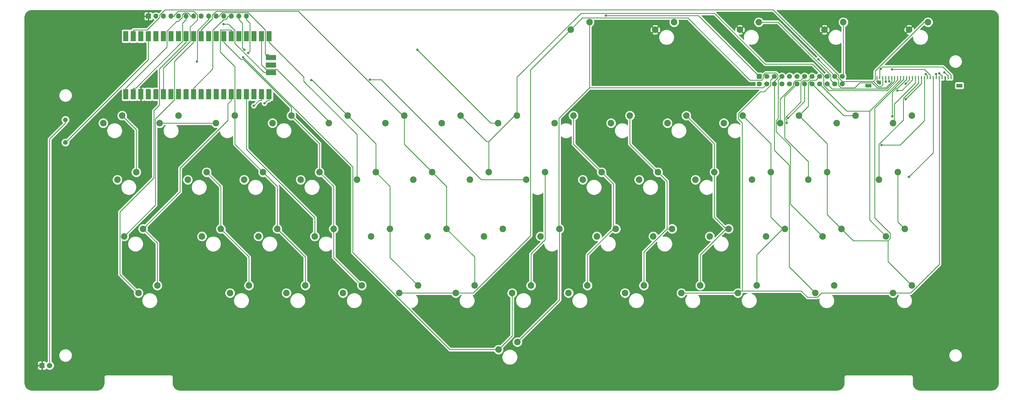
<source format=gbl>
G04 #@! TF.GenerationSoftware,KiCad,Pcbnew,(5.1.10)-1*
G04 #@! TF.CreationDate,2021-09-25T20:53:58-07:00*
G04 #@! TF.ProjectId,Atari130MX,41746172-6931-4333-904d-582e6b696361,C*
G04 #@! TF.SameCoordinates,Original*
G04 #@! TF.FileFunction,Copper,L2,Bot*
G04 #@! TF.FilePolarity,Positive*
%FSLAX46Y46*%
G04 Gerber Fmt 4.6, Leading zero omitted, Abs format (unit mm)*
G04 Created by KiCad (PCBNEW (5.1.10)-1) date 2021-09-25 20:53:58*
%MOMM*%
%LPD*%
G01*
G04 APERTURE LIST*
G04 #@! TA.AperFunction,ComponentPad*
%ADD10O,1.600000X1.600000*%
G04 #@! TD*
G04 #@! TA.AperFunction,ComponentPad*
%ADD11C,1.600000*%
G04 #@! TD*
G04 #@! TA.AperFunction,SMDPad,CuDef*
%ADD12R,0.400000X1.000000*%
G04 #@! TD*
G04 #@! TA.AperFunction,SMDPad,CuDef*
%ADD13R,2.000000X1.300000*%
G04 #@! TD*
G04 #@! TA.AperFunction,ComponentPad*
%ADD14O,1.700000X1.700000*%
G04 #@! TD*
G04 #@! TA.AperFunction,ComponentPad*
%ADD15R,1.700000X1.700000*%
G04 #@! TD*
G04 #@! TA.AperFunction,SMDPad,CuDef*
%ADD16R,1.700000X3.500000*%
G04 #@! TD*
G04 #@! TA.AperFunction,SMDPad,CuDef*
%ADD17R,3.500000X1.700000*%
G04 #@! TD*
G04 #@! TA.AperFunction,ComponentPad*
%ADD18C,1.700000*%
G04 #@! TD*
G04 #@! TA.AperFunction,ComponentPad*
%ADD19C,2.200000*%
G04 #@! TD*
G04 #@! TA.AperFunction,ComponentPad*
%ADD20C,1.800000*%
G04 #@! TD*
G04 #@! TA.AperFunction,ComponentPad*
%ADD21R,1.800000X1.800000*%
G04 #@! TD*
G04 #@! TA.AperFunction,ViaPad*
%ADD22C,0.800000*%
G04 #@! TD*
G04 #@! TA.AperFunction,Conductor*
%ADD23C,0.250000*%
G04 #@! TD*
G04 #@! TA.AperFunction,Conductor*
%ADD24C,0.254000*%
G04 #@! TD*
G04 #@! TA.AperFunction,Conductor*
%ADD25C,0.100000*%
G04 #@! TD*
G04 APERTURE END LIST*
D10*
X37220000Y-60425000D03*
D11*
X37220000Y-68045000D03*
D12*
X310470000Y-46180000D03*
X311470000Y-46180000D03*
X312470000Y-46180000D03*
X313470000Y-46180000D03*
X314470000Y-46180000D03*
X315470000Y-46180000D03*
X316470000Y-46180000D03*
X317470000Y-46180000D03*
X318470000Y-46180000D03*
X319470000Y-46180000D03*
X320470000Y-46180000D03*
X321470000Y-46180000D03*
X322470000Y-46180000D03*
X323470000Y-46180000D03*
X324470000Y-46180000D03*
X325470000Y-46180000D03*
X326470000Y-46180000D03*
X327470000Y-46180000D03*
X328470000Y-46180000D03*
X329470000Y-46180000D03*
X330470000Y-46180000D03*
X331470000Y-46180000D03*
X332470000Y-46180000D03*
X333470000Y-46180000D03*
X334470000Y-46180000D03*
X335470000Y-46180000D03*
D13*
X307670000Y-48880000D03*
X338270000Y-48880000D03*
D14*
X57540000Y-33120000D03*
X60080000Y-33120000D03*
D15*
X62620000Y-33120000D03*
D14*
X65160000Y-33120000D03*
X67700000Y-33120000D03*
X70240000Y-33120000D03*
X72780000Y-33120000D03*
D15*
X75320000Y-33120000D03*
D14*
X77860000Y-33120000D03*
X80400000Y-33120000D03*
X82940000Y-33120000D03*
X85480000Y-33120000D03*
D15*
X88020000Y-33120000D03*
D14*
X90560000Y-33120000D03*
X93100000Y-33120000D03*
X95640000Y-33120000D03*
X98180000Y-33120000D03*
D15*
X100720000Y-33120000D03*
D14*
X103260000Y-33120000D03*
X105800000Y-33120000D03*
X105800000Y-50900000D03*
X103260000Y-50900000D03*
D15*
X100720000Y-50900000D03*
D14*
X98180000Y-50900000D03*
X95640000Y-50900000D03*
X93100000Y-50900000D03*
X90560000Y-50900000D03*
D15*
X88020000Y-50900000D03*
D14*
X85480000Y-50900000D03*
X82940000Y-50900000D03*
X80400000Y-50900000D03*
X77860000Y-50900000D03*
D15*
X75320000Y-50900000D03*
D14*
X72780000Y-50900000D03*
X70240000Y-50900000D03*
X67700000Y-50900000D03*
X65160000Y-50900000D03*
D15*
X62620000Y-50900000D03*
D14*
X60080000Y-50900000D03*
X57540000Y-50900000D03*
D16*
X57540000Y-32220000D03*
X60080000Y-32220000D03*
X62620000Y-32220000D03*
X65160000Y-32220000D03*
X67700000Y-32220000D03*
X70240000Y-32220000D03*
X72780000Y-32220000D03*
X75320000Y-32220000D03*
X77860000Y-32220000D03*
X80400000Y-32220000D03*
X82940000Y-32220000D03*
X85480000Y-32220000D03*
X88020000Y-32220000D03*
X90560000Y-32220000D03*
X93100000Y-32220000D03*
X95640000Y-32220000D03*
X98180000Y-32220000D03*
X100720000Y-32220000D03*
X103260000Y-32220000D03*
X105800000Y-32220000D03*
X57540000Y-51800000D03*
X60080000Y-51800000D03*
X62620000Y-51800000D03*
X65160000Y-51800000D03*
X67700000Y-51800000D03*
X70240000Y-51800000D03*
X72780000Y-51800000D03*
X75320000Y-51800000D03*
X77860000Y-51800000D03*
X80400000Y-51800000D03*
X82940000Y-51800000D03*
X85480000Y-51800000D03*
X88020000Y-51800000D03*
X90560000Y-51800000D03*
X93100000Y-51800000D03*
X95640000Y-51800000D03*
X98180000Y-51800000D03*
X100720000Y-51800000D03*
X103260000Y-51800000D03*
X105800000Y-51800000D03*
D17*
X106470000Y-39470000D03*
D14*
X105570000Y-39470000D03*
D17*
X106470000Y-42010000D03*
D15*
X105570000Y-42010000D03*
D17*
X106470000Y-44550000D03*
D14*
X105570000Y-44550000D03*
D15*
X65160000Y-25500000D03*
D14*
X67700000Y-25500000D03*
X70240000Y-25500000D03*
X72780000Y-25500000D03*
X75320000Y-25500000D03*
X77860000Y-25500000D03*
X80400000Y-25500000D03*
X82940000Y-25500000D03*
X85480000Y-25500000D03*
X88020000Y-25500000D03*
X90560000Y-25500000D03*
X93100000Y-25500000D03*
X95640000Y-25500000D03*
X98180000Y-25500000D03*
G04 #@! TA.AperFunction,ComponentPad*
G36*
G01*
X270300000Y-44970000D02*
X271500000Y-44970000D01*
G75*
G02*
X271750000Y-45220000I0J-250000D01*
G01*
X271750000Y-46420000D01*
G75*
G02*
X271500000Y-46670000I-250000J0D01*
G01*
X270300000Y-46670000D01*
G75*
G02*
X270050000Y-46420000I0J250000D01*
G01*
X270050000Y-45220000D01*
G75*
G02*
X270300000Y-44970000I250000J0D01*
G01*
G37*
G04 #@! TD.AperFunction*
D18*
X273440000Y-45820000D03*
X275980000Y-45820000D03*
X278520000Y-45820000D03*
X281060000Y-45820000D03*
X283600000Y-45820000D03*
X286140000Y-45820000D03*
X288680000Y-45820000D03*
X291220000Y-45820000D03*
X293760000Y-45820000D03*
X296300000Y-45820000D03*
X298840000Y-45820000D03*
X270900000Y-48360000D03*
X273440000Y-48360000D03*
X275980000Y-48360000D03*
X278520000Y-48360000D03*
X281060000Y-48360000D03*
X283600000Y-48360000D03*
X286140000Y-48360000D03*
X288680000Y-48360000D03*
X291220000Y-48360000D03*
X293760000Y-48360000D03*
X296300000Y-48360000D03*
X298840000Y-48360000D03*
D19*
X289775000Y-118790000D03*
X296125000Y-116250000D03*
X56990000Y-99690000D03*
X63340000Y-97150000D03*
X61800000Y-118790000D03*
X68150000Y-116250000D03*
X242200000Y-27530000D03*
X235850000Y-30070000D03*
X270700000Y-27530000D03*
X264350000Y-30070000D03*
X327700000Y-27530000D03*
X321350000Y-30070000D03*
X299200000Y-27530000D03*
X292850000Y-30070000D03*
X213700000Y-27530000D03*
X207350000Y-30070000D03*
X183050000Y-137840000D03*
X189400000Y-135300000D03*
D20*
X31900000Y-143200000D03*
D21*
X29360000Y-143200000D03*
D19*
X92650000Y-118790000D03*
X99000000Y-116250000D03*
X173410000Y-80620000D03*
X179760000Y-78080000D03*
X111650000Y-118790000D03*
X118000000Y-116250000D03*
X97410000Y-80620000D03*
X103760000Y-78080000D03*
X149650000Y-118790000D03*
X156000000Y-116250000D03*
X192410000Y-80620000D03*
X198760000Y-78080000D03*
X54710000Y-80620000D03*
X61060000Y-78080000D03*
X154410000Y-80620000D03*
X160760000Y-78080000D03*
X292190000Y-99690000D03*
X298540000Y-97150000D03*
X263650000Y-118790000D03*
X270000000Y-116250000D03*
X254190000Y-99690000D03*
X260540000Y-97150000D03*
X102190000Y-99690000D03*
X108540000Y-97150000D03*
X311210000Y-80620000D03*
X317560000Y-78080000D03*
X135410000Y-80620000D03*
X141760000Y-78080000D03*
X78410000Y-80620000D03*
X84760000Y-78080000D03*
X273190000Y-99690000D03*
X279540000Y-97150000D03*
X244650000Y-118790000D03*
X251000000Y-116250000D03*
X249410000Y-80620000D03*
X255760000Y-78080000D03*
X230410000Y-80620000D03*
X236760000Y-78080000D03*
X187650000Y-118790000D03*
X194000000Y-116250000D03*
X206650000Y-118790000D03*
X213000000Y-116250000D03*
X258950000Y-61520000D03*
X265300000Y-58980000D03*
X235190000Y-99690000D03*
X241540000Y-97150000D03*
X216190000Y-99690000D03*
X222540000Y-97150000D03*
X197190000Y-99690000D03*
X203540000Y-97150000D03*
X315950000Y-118790000D03*
X322300000Y-116250000D03*
X211410000Y-80620000D03*
X217760000Y-78080000D03*
X178190000Y-99690000D03*
X184540000Y-97150000D03*
X277950000Y-61520000D03*
X284300000Y-58980000D03*
X159190000Y-99690000D03*
X165540000Y-97150000D03*
X140190000Y-99690000D03*
X146540000Y-97150000D03*
X49950000Y-61520000D03*
X56300000Y-58980000D03*
X287410000Y-80620000D03*
X293760000Y-78080000D03*
X116410000Y-80620000D03*
X122760000Y-78080000D03*
X296950000Y-61520000D03*
X303300000Y-58980000D03*
X268410000Y-80620000D03*
X274760000Y-78080000D03*
X121190000Y-99690000D03*
X127540000Y-97150000D03*
X313590000Y-99690000D03*
X319940000Y-97150000D03*
X225650000Y-118790000D03*
X232000000Y-116250000D03*
X130650000Y-118790000D03*
X137000000Y-116250000D03*
X315950000Y-61520000D03*
X322300000Y-58980000D03*
X168650000Y-118790000D03*
X175000000Y-116250000D03*
X83190000Y-99690000D03*
X89540000Y-97150000D03*
X220950000Y-61520000D03*
X227300000Y-58980000D03*
X201950000Y-61520000D03*
X208300000Y-58980000D03*
X182950000Y-61520000D03*
X189300000Y-58980000D03*
X163950000Y-61520000D03*
X170300000Y-58980000D03*
X144950000Y-61520000D03*
X151300000Y-58980000D03*
X125950000Y-61520000D03*
X132300000Y-58980000D03*
X106950000Y-61520000D03*
X113300000Y-58980000D03*
X87950000Y-61520000D03*
X94300000Y-58980000D03*
X68950000Y-61520000D03*
X75300000Y-58980000D03*
X239950000Y-61520000D03*
X246300000Y-58980000D03*
D22*
X333230500Y-44399700D03*
X275420000Y-38900000D03*
X244920000Y-43900000D03*
X272424958Y-43904958D03*
X269920000Y-41400000D03*
X310920000Y-47900000D03*
X98734800Y-37885800D03*
X97464500Y-36826800D03*
X81488000Y-40829900D03*
X90491900Y-28170800D03*
X313441900Y-47527900D03*
X314639100Y-47447800D03*
X290752700Y-40056700D03*
X100648500Y-55685600D03*
X104230600Y-54856500D03*
X315659700Y-59248400D03*
X280138600Y-61453500D03*
X320158400Y-48228200D03*
X280494600Y-59854100D03*
X317360400Y-50501800D03*
X155742100Y-36830000D03*
X139739000Y-46866900D03*
X320119800Y-53505400D03*
X312047600Y-68875800D03*
X315607300Y-43378000D03*
X330365600Y-45023200D03*
X97079500Y-39343400D03*
X331542100Y-44797300D03*
X311737200Y-43246100D03*
X219210700Y-25321200D03*
X326970000Y-45010200D03*
X119993200Y-47032000D03*
X321293800Y-79660400D03*
D23*
X334470000Y-46180000D02*
X334470000Y-45354700D01*
X333230500Y-44399700D02*
X334185500Y-45354700D01*
X334185500Y-45354700D02*
X334470000Y-45354700D01*
X37220000Y-60425000D02*
X37220000Y-61550300D01*
X31900000Y-143200000D02*
X31900000Y-66870300D01*
X31900000Y-66870300D02*
X37220000Y-61550300D01*
X272424958Y-43904958D02*
X269920000Y-41400000D01*
X310470000Y-47450000D02*
X310920000Y-47900000D01*
X310470000Y-46180000D02*
X310470000Y-47450000D01*
X98180000Y-25500000D02*
X98180000Y-26675300D01*
X98180000Y-26675300D02*
X99355400Y-27850700D01*
X99355400Y-27850700D02*
X99355400Y-37265200D01*
X99355400Y-37265200D02*
X98734800Y-37885800D01*
X95640000Y-25500000D02*
X95640000Y-26675300D01*
X95640000Y-26675300D02*
X96815300Y-27850600D01*
X96815300Y-27850600D02*
X96815300Y-36177600D01*
X96815300Y-36177600D02*
X97464500Y-36826800D01*
X80400000Y-50900000D02*
X80400000Y-49724700D01*
X93100000Y-25500000D02*
X91924700Y-25500000D01*
X91924700Y-25500000D02*
X91924700Y-25867400D01*
X91924700Y-25867400D02*
X91116800Y-26675300D01*
X91116800Y-26675300D02*
X90498100Y-26675300D01*
X90498100Y-26675300D02*
X86844700Y-30328700D01*
X86844700Y-30328700D02*
X86844700Y-43280000D01*
X86844700Y-43280000D02*
X80400000Y-49724700D01*
X105570000Y-39470000D02*
X105570000Y-38294700D01*
X88020000Y-25500000D02*
X89195300Y-25500000D01*
X89195300Y-25500000D02*
X89195300Y-25132700D01*
X89195300Y-25132700D02*
X90032900Y-24295100D01*
X90032900Y-24295100D02*
X98699700Y-24295100D01*
X98699700Y-24295100D02*
X104537400Y-30132800D01*
X104537400Y-30132800D02*
X104537400Y-38437400D01*
X104537400Y-38437400D02*
X104738900Y-38638900D01*
X104738900Y-38638900D02*
X104739000Y-38638900D01*
X104739000Y-38638900D02*
X105083200Y-38294700D01*
X105083200Y-38294700D02*
X105570000Y-38294700D01*
X85480000Y-26675300D02*
X85406500Y-26675300D01*
X85406500Y-26675300D02*
X81647300Y-30434500D01*
X81647300Y-30434500D02*
X81647300Y-40670600D01*
X81647300Y-40670600D02*
X81488000Y-40829900D01*
X85480000Y-25500000D02*
X85480000Y-26675300D01*
X90491900Y-28170800D02*
X92151600Y-28170800D01*
X92151600Y-28170800D02*
X94275400Y-30294600D01*
X94275400Y-30294600D02*
X94275400Y-34663400D01*
X94275400Y-34663400D02*
X104162000Y-44550000D01*
X104162000Y-44550000D02*
X104394700Y-44550000D01*
X105570000Y-44550000D02*
X104394700Y-44550000D01*
X80400000Y-25500000D02*
X79224700Y-25500000D01*
X57540000Y-50900000D02*
X57540000Y-49724700D01*
X57540000Y-49724700D02*
X71415400Y-35849300D01*
X71415400Y-35849300D02*
X71415400Y-30505000D01*
X71415400Y-30505000D02*
X74634400Y-27286000D01*
X74634400Y-27286000D02*
X75213600Y-27286000D01*
X75213600Y-27286000D02*
X76590000Y-25909600D01*
X76590000Y-25909600D02*
X76590000Y-25016100D01*
X76590000Y-25016100D02*
X77281400Y-24324700D01*
X77281400Y-24324700D02*
X78416800Y-24324700D01*
X78416800Y-24324700D02*
X79224700Y-25132600D01*
X79224700Y-25132600D02*
X79224700Y-25500000D01*
X60080000Y-50900000D02*
X60080000Y-49724700D01*
X77860000Y-25500000D02*
X77860000Y-26675300D01*
X77860000Y-26675300D02*
X76684700Y-27850600D01*
X76684700Y-27850600D02*
X76684700Y-33928000D01*
X76684700Y-33928000D02*
X60888000Y-49724700D01*
X60888000Y-49724700D02*
X60080000Y-49724700D01*
X72780000Y-25500000D02*
X73955300Y-25500000D01*
X73955300Y-25500000D02*
X73955300Y-25132700D01*
X73955300Y-25132700D02*
X75215000Y-23873000D01*
X75215000Y-23873000D02*
X80445600Y-23873000D01*
X80445600Y-23873000D02*
X81615100Y-25042500D01*
X81615100Y-25042500D02*
X81615100Y-26793200D01*
X81615100Y-26793200D02*
X79224600Y-29183700D01*
X79224600Y-29183700D02*
X79224600Y-33979700D01*
X79224600Y-33979700D02*
X70240000Y-42964300D01*
X70240000Y-42964300D02*
X70240000Y-50900000D01*
X298969400Y-47632400D02*
X298840000Y-47761800D01*
X298840000Y-47761800D02*
X298840000Y-48360000D01*
X60080000Y-30144700D02*
X64746000Y-30144700D01*
X64746000Y-30144700D02*
X68970000Y-25920700D01*
X68970000Y-25920700D02*
X68970000Y-25105800D01*
X68970000Y-25105800D02*
X70717700Y-23358100D01*
X70717700Y-23358100D02*
X275569500Y-23358100D01*
X275569500Y-23358100D02*
X297570000Y-45358600D01*
X297570000Y-45358600D02*
X297570000Y-46233100D01*
X297570000Y-46233100D02*
X298969400Y-47632400D01*
X298969400Y-47632400D02*
X299150600Y-47451200D01*
X299150600Y-47451200D02*
X309309400Y-47451200D01*
X309309400Y-47451200D02*
X309944600Y-46816000D01*
X327700000Y-27530000D02*
X326427500Y-27530000D01*
X326427500Y-27530000D02*
X309944600Y-44012900D01*
X309944600Y-44012900D02*
X309944600Y-46816000D01*
X312470000Y-46180000D02*
X312470000Y-47005300D01*
X60080000Y-33120000D02*
X60080000Y-30144700D01*
X312470000Y-46180000D02*
X312470000Y-48595880D01*
X312470000Y-48595880D02*
X311920000Y-49145880D01*
X311004080Y-49145880D02*
X309309400Y-47451200D01*
X311920000Y-49145880D02*
X311004080Y-49145880D01*
X313470000Y-46180000D02*
X313470000Y-47005300D01*
X313470000Y-47005300D02*
X313441900Y-47033400D01*
X313441900Y-47033400D02*
X313441900Y-47527900D01*
X299200000Y-27530000D02*
X299200000Y-45460000D01*
X299200000Y-45460000D02*
X298840000Y-45820000D01*
X314470000Y-46180000D02*
X314470000Y-47005300D01*
X314470000Y-47005300D02*
X314639100Y-47174400D01*
X314639100Y-47174400D02*
X314639100Y-47447800D01*
X270700000Y-27530000D02*
X277132300Y-27530000D01*
X277132300Y-27530000D02*
X294935400Y-45333100D01*
X294935400Y-45333100D02*
X294935400Y-46995400D01*
X294935400Y-46995400D02*
X296300000Y-48360000D01*
X290752700Y-40056700D02*
X296300000Y-45604000D01*
X296300000Y-45604000D02*
X296300000Y-45820000D01*
X313516810Y-49595890D02*
X315470000Y-47642700D01*
X304765300Y-47901600D02*
X308921600Y-47901600D01*
X303093100Y-49573800D02*
X304765300Y-47901600D01*
X315470000Y-47642700D02*
X315470000Y-46180000D01*
X308921600Y-47901600D02*
X310615890Y-49595890D01*
X298391200Y-49573800D02*
X303093100Y-49573800D01*
X310615890Y-49595890D02*
X313516810Y-49595890D01*
X297570000Y-48752600D02*
X298391200Y-49573800D01*
X297570000Y-47090000D02*
X297570000Y-48752600D01*
X296300000Y-45820000D02*
X297570000Y-47090000D01*
X293760000Y-48360000D02*
X295445900Y-50045900D01*
X295445900Y-50045900D02*
X313703700Y-50045900D01*
X313703700Y-50045900D02*
X316470000Y-47279600D01*
X316470000Y-47279600D02*
X316470000Y-47005300D01*
X316470000Y-46180000D02*
X316470000Y-47005300D01*
X93100000Y-50900000D02*
X93100000Y-53875300D01*
X63340000Y-97150000D02*
X75838300Y-84651700D01*
X75838300Y-84651700D02*
X75838300Y-76693100D01*
X75838300Y-76693100D02*
X91924700Y-60606700D01*
X91924700Y-60606700D02*
X91924700Y-55050600D01*
X91924700Y-55050600D02*
X93100000Y-53875300D01*
X68150000Y-116250000D02*
X68150000Y-101960000D01*
X68150000Y-101960000D02*
X63340000Y-97150000D01*
X292569400Y-45820000D02*
X293760000Y-45820000D01*
X189300000Y-58980000D02*
X189300000Y-46060800D01*
X189300000Y-46060800D02*
X210819100Y-24541700D01*
X210819100Y-24541700D02*
X255781600Y-24541700D01*
X255781600Y-24541700D02*
X272863700Y-41623800D01*
X272863700Y-41623800D02*
X288745200Y-41623800D01*
X288745200Y-41623800D02*
X292569300Y-45447900D01*
X292569300Y-45447900D02*
X292569300Y-45820000D01*
X292569300Y-45820000D02*
X292569400Y-45820000D01*
X292569400Y-45820000D02*
X292569400Y-48847600D01*
X292569400Y-48847600D02*
X294238500Y-50516700D01*
X294238500Y-50516700D02*
X313958600Y-50516700D01*
X313958600Y-50516700D02*
X317470000Y-47005300D01*
X317470000Y-46180000D02*
X317470000Y-47005300D01*
X179760000Y-67721400D02*
X188501400Y-58980000D01*
X188501400Y-58980000D02*
X189300000Y-58980000D01*
X179760000Y-78080000D02*
X179760000Y-67721400D01*
X179760000Y-67721400D02*
X179041400Y-67721400D01*
X179041400Y-67721400D02*
X170300000Y-58980000D01*
X198760000Y-78080000D02*
X198760000Y-100790200D01*
X198760000Y-100790200D02*
X194000000Y-105550200D01*
X194000000Y-105550200D02*
X194000000Y-116250000D01*
X98180000Y-50900000D02*
X98180000Y-70353900D01*
X98180000Y-70353900D02*
X121190000Y-93363900D01*
X121190000Y-93363900D02*
X121190000Y-99690000D01*
X308016800Y-57458500D02*
X318470000Y-47005300D01*
X291220000Y-48360000D02*
X300318500Y-57458500D01*
X300318500Y-57458500D02*
X308016800Y-57458500D01*
X313590000Y-99690000D02*
X308016800Y-94116800D01*
X308016800Y-94116800D02*
X308016800Y-57458500D01*
X318470000Y-46180000D02*
X318470000Y-47005300D01*
X319470000Y-47005300D02*
X319194300Y-47005300D01*
X319194300Y-47005300D02*
X309784600Y-56415000D01*
X309784600Y-56415000D02*
X309784600Y-93484300D01*
X309784600Y-93484300D02*
X315019700Y-98719400D01*
X315019700Y-98719400D02*
X315019700Y-100327800D01*
X315019700Y-100327800D02*
X314221200Y-101126300D01*
X84760000Y-78080000D02*
X89540000Y-82860000D01*
X89540000Y-82860000D02*
X89540000Y-97150000D01*
X293760000Y-78080000D02*
X293760000Y-92370000D01*
X293760000Y-92370000D02*
X298540000Y-97150000D01*
X284300000Y-58980000D02*
X293760000Y-68440000D01*
X293760000Y-68440000D02*
X293760000Y-78080000D01*
X314221200Y-101126300D02*
X302516300Y-101126300D01*
X302516300Y-101126300D02*
X298540000Y-97150000D01*
X314221200Y-101126300D02*
X314221200Y-108171200D01*
X314221200Y-108171200D02*
X322300000Y-116250000D01*
X319470000Y-46180000D02*
X319470000Y-47005300D01*
X284300000Y-58980000D02*
X287410000Y-55870000D01*
X287410000Y-55870000D02*
X287410000Y-47963600D01*
X287410000Y-47963600D02*
X288283600Y-47090000D01*
X288283600Y-47090000D02*
X289950000Y-47090000D01*
X289950000Y-47090000D02*
X291220000Y-45820000D01*
X89540000Y-97150000D02*
X99000000Y-106610000D01*
X99000000Y-106610000D02*
X99000000Y-116250000D01*
X103260000Y-50900000D02*
X103260000Y-53875300D01*
X103260000Y-53875300D02*
X102458800Y-53875300D01*
X102458800Y-53875300D02*
X100648500Y-55685600D01*
X320470000Y-47005300D02*
X320255900Y-47005300D01*
X320255900Y-47005300D02*
X317484700Y-49776500D01*
X317484700Y-49776500D02*
X317060000Y-49776500D01*
X317060000Y-49776500D02*
X315659700Y-51176800D01*
X315659700Y-51176800D02*
X315659700Y-59248400D01*
X319940000Y-97150000D02*
X317560000Y-94770000D01*
X317560000Y-94770000D02*
X317560000Y-78080000D01*
X105800000Y-50900000D02*
X105800000Y-53875300D01*
X105800000Y-53875300D02*
X105211800Y-53875300D01*
X105211800Y-53875300D02*
X104230600Y-54856500D01*
X320470000Y-46180000D02*
X320470000Y-47005300D01*
X303300000Y-58980000D02*
X299300000Y-58980000D01*
X299300000Y-58980000D02*
X288680000Y-48360000D01*
X56300000Y-58980000D02*
X61060000Y-63740000D01*
X61060000Y-63740000D02*
X61060000Y-78080000D01*
X288680000Y-45820000D02*
X287315400Y-47184600D01*
X287315400Y-47184600D02*
X285589000Y-47184600D01*
X285589000Y-47184600D02*
X284870000Y-47903600D01*
X284870000Y-47903600D02*
X284870000Y-54453000D01*
X284870000Y-54453000D02*
X279769300Y-59553700D01*
X279769300Y-59553700D02*
X279769300Y-60154500D01*
X279769300Y-60154500D02*
X280138600Y-60523800D01*
X280138600Y-60523800D02*
X280138600Y-61453500D01*
X321470000Y-46180000D02*
X321470000Y-47005300D01*
X321470000Y-47005300D02*
X321381300Y-47005300D01*
X321381300Y-47005300D02*
X320158400Y-48228200D01*
X105800000Y-33120000D02*
X105800000Y-34295300D01*
X105800000Y-34295300D02*
X117492100Y-45987400D01*
X117492100Y-45987400D02*
X117492100Y-47460200D01*
X117492100Y-47460200D02*
X135410000Y-65378100D01*
X135410000Y-65378100D02*
X135410000Y-80620000D01*
X280494600Y-59854100D02*
X286140000Y-54208700D01*
X286140000Y-54208700D02*
X286140000Y-48360000D01*
X322470000Y-46180000D02*
X322470000Y-47005300D01*
X317360400Y-50501800D02*
X318973500Y-50501800D01*
X318973500Y-50501800D02*
X322470000Y-47005300D01*
X125950000Y-61520000D02*
X125950000Y-60948500D01*
X125950000Y-60948500D02*
X108376100Y-43374600D01*
X108376100Y-43374600D02*
X104757200Y-43374600D01*
X104757200Y-43374600D02*
X103260000Y-41877400D01*
X103260000Y-41877400D02*
X103260000Y-33120000D01*
X68950000Y-61520000D02*
X87950000Y-61520000D01*
X315950000Y-61520000D02*
X316385000Y-61085000D01*
X316385000Y-61085000D02*
X316385000Y-55079500D01*
X316385000Y-55079500D02*
X323470000Y-47994500D01*
X323470000Y-47994500D02*
X323470000Y-46180000D01*
X277950000Y-61520000D02*
X277950000Y-53373100D01*
X277950000Y-53373100D02*
X282424600Y-48898500D01*
X282424600Y-48898500D02*
X282424600Y-47870600D01*
X282424600Y-47870600D02*
X283110600Y-47184600D01*
X283110600Y-47184600D02*
X284775400Y-47184600D01*
X284775400Y-47184600D02*
X286140000Y-45820000D01*
X182950000Y-61520000D02*
X180432100Y-61520000D01*
X180432100Y-61520000D02*
X155742100Y-36830000D01*
X283600000Y-48360000D02*
X279319000Y-52641000D01*
X279319000Y-52641000D02*
X279319000Y-60341100D01*
X279319000Y-60341100D02*
X279413300Y-60435400D01*
X279413300Y-60435400D02*
X279413300Y-66504400D01*
X279413300Y-66504400D02*
X287410000Y-74501100D01*
X287410000Y-74501100D02*
X287410000Y-80620000D01*
X324470000Y-46180000D02*
X324470000Y-48129500D01*
X324470000Y-48129500D02*
X319394500Y-53205000D01*
X319394500Y-53205000D02*
X319394500Y-60503200D01*
X319394500Y-60503200D02*
X311210000Y-68687700D01*
X311210000Y-68687700D02*
X311210000Y-80620000D01*
X192410000Y-80620000D02*
X177282300Y-80620000D01*
X177282300Y-80620000D02*
X143529200Y-46866900D01*
X143529200Y-46866900D02*
X139739000Y-46866900D01*
X320119800Y-53505400D02*
X325470000Y-48155200D01*
X325470000Y-48155200D02*
X325470000Y-46180000D01*
X108540000Y-97150000D02*
X108540000Y-82860000D01*
X108540000Y-82860000D02*
X103760000Y-78080000D01*
X118000000Y-116250000D02*
X118000000Y-106610000D01*
X118000000Y-106610000D02*
X108540000Y-97150000D01*
X94300000Y-58980000D02*
X94300000Y-68620000D01*
X94300000Y-68620000D02*
X103760000Y-78080000D01*
X93100000Y-30144700D02*
X89543900Y-30144700D01*
X89543900Y-30144700D02*
X89381300Y-30307300D01*
X89381300Y-30307300D02*
X89381300Y-37536700D01*
X89381300Y-37536700D02*
X94300000Y-42455400D01*
X94300000Y-42455400D02*
X94300000Y-58980000D01*
X93100000Y-33120000D02*
X93100000Y-30144700D01*
X278726200Y-97150000D02*
X279540000Y-97150000D01*
X270000000Y-116250000D02*
X270000000Y-105876200D01*
X270000000Y-105876200D02*
X278726200Y-97150000D01*
X274760000Y-78080000D02*
X274760000Y-93183800D01*
X274760000Y-93183800D02*
X278726200Y-97150000D01*
X265300000Y-58980000D02*
X274760000Y-68440000D01*
X274760000Y-68440000D02*
X274760000Y-78080000D01*
X326470000Y-46180000D02*
X326470000Y-47005300D01*
X312047600Y-68875800D02*
X318257400Y-68875800D01*
X318257400Y-68875800D02*
X326470000Y-60663200D01*
X326470000Y-60663200D02*
X326470000Y-47005300D01*
X90560000Y-34295300D02*
X96333400Y-40068700D01*
X96333400Y-40068700D02*
X97141400Y-40068700D01*
X97141400Y-40068700D02*
X113300000Y-56227300D01*
X113300000Y-56227300D02*
X113300000Y-58980000D01*
X113300000Y-58980000D02*
X122760000Y-68440000D01*
X122760000Y-68440000D02*
X122760000Y-78080000D01*
X90560000Y-33120000D02*
X90560000Y-34295300D01*
X122760000Y-78080000D02*
X127540000Y-82860000D01*
X127540000Y-82860000D02*
X127540000Y-97150000D01*
X127540000Y-97150000D02*
X127540000Y-106790000D01*
X127540000Y-106790000D02*
X137000000Y-116250000D01*
X246300000Y-58980000D02*
X255760000Y-68440000D01*
X255760000Y-68440000D02*
X255760000Y-78080000D01*
X251000000Y-116250000D02*
X251000000Y-105876200D01*
X251000000Y-105876200D02*
X259726200Y-97150000D01*
X259726200Y-97150000D02*
X255760000Y-93183800D01*
X255760000Y-93183800D02*
X255760000Y-78080000D01*
X259726200Y-97150000D02*
X260540000Y-97150000D01*
X328470000Y-46180000D02*
X328470000Y-45354700D01*
X315607300Y-43378000D02*
X326493300Y-43378000D01*
X326493300Y-43378000D02*
X328470000Y-45354700D01*
X82940000Y-30144700D02*
X86665800Y-26418900D01*
X86665800Y-26418900D02*
X86665800Y-25189200D01*
X86665800Y-25189200D02*
X88010300Y-23844700D01*
X88010300Y-23844700D02*
X115691100Y-23844700D01*
X115691100Y-23844700D02*
X150826400Y-58980000D01*
X150826400Y-58980000D02*
X151300000Y-58980000D01*
X151300000Y-58980000D02*
X151300000Y-68620000D01*
X151300000Y-68620000D02*
X160760000Y-78080000D01*
X82940000Y-33120000D02*
X82940000Y-30144700D01*
X165540000Y-97150000D02*
X175000000Y-106610000D01*
X175000000Y-106610000D02*
X175000000Y-116250000D01*
X165540000Y-97150000D02*
X165540000Y-82860000D01*
X165540000Y-82860000D02*
X160760000Y-78080000D01*
X221752500Y-97150000D02*
X213000000Y-105902500D01*
X213000000Y-105902500D02*
X213000000Y-116250000D01*
X222540000Y-97150000D02*
X221752500Y-97150000D01*
X221752500Y-97150000D02*
X221752500Y-82072500D01*
X221752500Y-82072500D02*
X217760000Y-78080000D01*
X208300000Y-58980000D02*
X208300000Y-68620000D01*
X208300000Y-68620000D02*
X217760000Y-78080000D01*
X77860000Y-33120000D02*
X77860000Y-34295300D01*
X61800000Y-118790000D02*
X55564500Y-112554500D01*
X55564500Y-112554500D02*
X55564500Y-91413000D01*
X55564500Y-91413000D02*
X66975200Y-80002300D01*
X66975200Y-80002300D02*
X66975200Y-57299300D01*
X66975200Y-57299300D02*
X68875300Y-55399200D01*
X68875300Y-55399200D02*
X68875300Y-43280000D01*
X68875300Y-43280000D02*
X77860000Y-34295300D01*
X207350000Y-30070000D02*
X211319200Y-26100800D01*
X211319200Y-26100800D02*
X246803900Y-26100800D01*
X246803900Y-26100800D02*
X267727500Y-47024400D01*
X267727500Y-47024400D02*
X271728900Y-47024400D01*
X271728900Y-47024400D02*
X272170500Y-46582800D01*
X272170500Y-46582800D02*
X272170500Y-45423500D01*
X272170500Y-45423500D02*
X272969200Y-44624800D01*
X272969200Y-44624800D02*
X276456900Y-44624800D01*
X276456900Y-44624800D02*
X277185100Y-45353000D01*
X277185100Y-45353000D02*
X277185100Y-46311400D01*
X277185100Y-46311400D02*
X275980000Y-47516500D01*
X275980000Y-47516500D02*
X275980000Y-48360000D01*
X168650000Y-118790000D02*
X174507800Y-118790000D01*
X174507800Y-118790000D02*
X193835400Y-99462400D01*
X193835400Y-99462400D02*
X193835400Y-43584600D01*
X193835400Y-43584600D02*
X207350000Y-30070000D01*
X275980000Y-48360000D02*
X275980000Y-70658300D01*
X275980000Y-70658300D02*
X280965400Y-75643700D01*
X280965400Y-75643700D02*
X280965400Y-109980400D01*
X280965400Y-109980400D02*
X289775000Y-118790000D01*
X330365600Y-45023200D02*
X330470000Y-45127600D01*
X330470000Y-45127600D02*
X330470000Y-46180000D01*
X149650000Y-118790000D02*
X168650000Y-118790000D01*
X187650000Y-118790000D02*
X187650000Y-133240000D01*
X187650000Y-133240000D02*
X183050000Y-137840000D01*
X265096400Y-118066800D02*
X284959100Y-118066800D01*
X284959100Y-118066800D02*
X287136100Y-120243800D01*
X287136100Y-120243800D02*
X290410800Y-120243800D01*
X290410800Y-120243800D02*
X291864600Y-118790000D01*
X291864600Y-118790000D02*
X315950000Y-118790000D01*
X263650000Y-118790000D02*
X264373200Y-118066800D01*
X264373200Y-118066800D02*
X265096400Y-118066800D01*
X265096400Y-118066800D02*
X265096400Y-61436300D01*
X265096400Y-61436300D02*
X263839200Y-60179100D01*
X263839200Y-60179100D02*
X263839200Y-58358700D01*
X263839200Y-58358700D02*
X271252800Y-50945100D01*
X271252800Y-50945100D02*
X272536200Y-50945100D01*
X272536200Y-50945100D02*
X274713600Y-48767700D01*
X274713600Y-48767700D02*
X274713600Y-47086400D01*
X274713600Y-47086400D02*
X275980000Y-45820000D01*
X244650000Y-118790000D02*
X263650000Y-118790000D01*
X331470000Y-47005300D02*
X331470000Y-109158400D01*
X331470000Y-109158400D02*
X321838400Y-118790000D01*
X321838400Y-118790000D02*
X315950000Y-118790000D01*
X183050000Y-137840000D02*
X166679400Y-137840000D01*
X166679400Y-137840000D02*
X133973600Y-105134200D01*
X133973600Y-105134200D02*
X133973600Y-76237500D01*
X133973600Y-76237500D02*
X97079500Y-39343400D01*
X331470000Y-46229900D02*
X331470000Y-46180000D01*
X331470000Y-46229900D02*
X331470000Y-47005300D01*
X213700000Y-49560800D02*
X213700000Y-27530000D01*
X203540000Y-97150000D02*
X203375400Y-96985400D01*
X203375400Y-96985400D02*
X203375400Y-59885400D01*
X203375400Y-59885400D02*
X213700000Y-49560800D01*
X213700000Y-49560800D02*
X272239200Y-49560800D01*
X272239200Y-49560800D02*
X273440000Y-48360000D01*
X189400000Y-135300000D02*
X203540000Y-121160000D01*
X203540000Y-121160000D02*
X203540000Y-97150000D01*
X332470000Y-46180000D02*
X332470000Y-45354700D01*
X331542100Y-44797300D02*
X332099500Y-45354700D01*
X332099500Y-45354700D02*
X332470000Y-45354700D01*
X335470000Y-46180000D02*
X335470000Y-45354700D01*
X311737200Y-43246100D02*
X312392900Y-42590400D01*
X312392900Y-42590400D02*
X332705700Y-42590400D01*
X332705700Y-42590400D02*
X335470000Y-45354700D01*
X311470000Y-45354700D02*
X311470000Y-43513300D01*
X311470000Y-43513300D02*
X311737200Y-43246100D01*
X270900000Y-45820000D02*
X250401200Y-25321200D01*
X250401200Y-25321200D02*
X219210700Y-25321200D01*
X311470000Y-46180000D02*
X311470000Y-45354700D01*
X65160000Y-33120000D02*
X65160000Y-40105000D01*
X65160000Y-40105000D02*
X37220000Y-68045000D01*
X327470000Y-46180000D02*
X327470000Y-45354700D01*
X326970000Y-45010200D02*
X327314500Y-45354700D01*
X327314500Y-45354700D02*
X327470000Y-45354700D01*
X119993200Y-47032000D02*
X120352000Y-47032000D01*
X120352000Y-47032000D02*
X132300000Y-58980000D01*
X141760000Y-78080000D02*
X141760000Y-68440000D01*
X141760000Y-68440000D02*
X132300000Y-58980000D01*
X227300000Y-58980000D02*
X227300000Y-68620000D01*
X227300000Y-68620000D02*
X236760000Y-78080000D01*
X239794600Y-97150000D02*
X239794600Y-81114600D01*
X239794600Y-81114600D02*
X236760000Y-78080000D01*
X232000000Y-116250000D02*
X232000000Y-104944600D01*
X232000000Y-104944600D02*
X239794600Y-97150000D01*
X239794600Y-97150000D02*
X241540000Y-97150000D01*
X146540000Y-97150000D02*
X146540000Y-82860000D01*
X146540000Y-82860000D02*
X141760000Y-78080000D01*
X146540000Y-97150000D02*
X146540000Y-106790000D01*
X146540000Y-106790000D02*
X156000000Y-116250000D01*
X321293800Y-79660400D02*
X329470000Y-71484200D01*
X329470000Y-71484200D02*
X329470000Y-46180000D01*
X80400000Y-33120000D02*
X80400000Y-34295300D01*
X56990000Y-99690000D02*
X67510900Y-89169100D01*
X67510900Y-89169100D02*
X67510900Y-60129200D01*
X67510900Y-60129200D02*
X73955300Y-53684800D01*
X73955300Y-53684800D02*
X73955300Y-40740000D01*
X73955300Y-40740000D02*
X80400000Y-34295300D01*
X292190000Y-99690000D02*
X281418400Y-88918400D01*
X281418400Y-88918400D02*
X281418400Y-69284600D01*
X281418400Y-69284600D02*
X276521000Y-64387200D01*
X276521000Y-64387200D02*
X276521000Y-60729000D01*
X276521000Y-60729000D02*
X277193700Y-60056300D01*
X277193700Y-60056300D02*
X277193700Y-47146300D01*
X277193700Y-47146300D02*
X278520000Y-45820000D01*
D24*
X68650553Y-24350446D02*
X68646632Y-24346525D01*
X68403411Y-24184010D01*
X68133158Y-24072068D01*
X67846260Y-24015000D01*
X67553740Y-24015000D01*
X67266842Y-24072068D01*
X66996589Y-24184010D01*
X66753368Y-24346525D01*
X66621513Y-24478380D01*
X66599502Y-24405820D01*
X66540537Y-24295506D01*
X66461185Y-24198815D01*
X66364494Y-24119463D01*
X66254180Y-24060498D01*
X66134482Y-24024188D01*
X66010000Y-24011928D01*
X65445750Y-24015000D01*
X65287000Y-24173750D01*
X65287000Y-25373000D01*
X65307000Y-25373000D01*
X65307000Y-25627000D01*
X65287000Y-25627000D01*
X65287000Y-26826250D01*
X65445750Y-26985000D01*
X66010000Y-26988072D01*
X66134482Y-26975812D01*
X66254180Y-26939502D01*
X66364494Y-26880537D01*
X66461185Y-26801185D01*
X66540537Y-26704494D01*
X66599502Y-26594180D01*
X66621513Y-26521620D01*
X66753368Y-26653475D01*
X66996589Y-26815990D01*
X66998936Y-26816962D01*
X64431199Y-29384700D01*
X60117333Y-29384700D01*
X60080000Y-29381023D01*
X60042667Y-29384700D01*
X59931014Y-29395697D01*
X59787753Y-29439154D01*
X59655724Y-29509726D01*
X59539999Y-29604699D01*
X59445026Y-29720424D01*
X59385425Y-29831928D01*
X59230000Y-29831928D01*
X59105518Y-29844188D01*
X58985820Y-29880498D01*
X58875506Y-29939463D01*
X58810000Y-29993222D01*
X58744494Y-29939463D01*
X58634180Y-29880498D01*
X58514482Y-29844188D01*
X58390000Y-29831928D01*
X56690000Y-29831928D01*
X56565518Y-29844188D01*
X56445820Y-29880498D01*
X56335506Y-29939463D01*
X56238815Y-30018815D01*
X56159463Y-30115506D01*
X56100498Y-30225820D01*
X56064188Y-30345518D01*
X56051928Y-30470000D01*
X56051928Y-33970000D01*
X56064188Y-34094482D01*
X56100498Y-34214180D01*
X56159463Y-34324494D01*
X56238815Y-34421185D01*
X56335506Y-34500537D01*
X56445820Y-34559502D01*
X56565518Y-34595812D01*
X56690000Y-34608072D01*
X58390000Y-34608072D01*
X58514482Y-34595812D01*
X58634180Y-34559502D01*
X58744494Y-34500537D01*
X58810000Y-34446778D01*
X58875506Y-34500537D01*
X58985820Y-34559502D01*
X59105518Y-34595812D01*
X59230000Y-34608072D01*
X60930000Y-34608072D01*
X61054482Y-34595812D01*
X61174180Y-34559502D01*
X61284494Y-34500537D01*
X61350000Y-34446778D01*
X61415506Y-34500537D01*
X61525820Y-34559502D01*
X61645518Y-34595812D01*
X61770000Y-34608072D01*
X63470000Y-34608072D01*
X63594482Y-34595812D01*
X63714180Y-34559502D01*
X63824494Y-34500537D01*
X63890000Y-34446778D01*
X63955506Y-34500537D01*
X64065820Y-34559502D01*
X64185518Y-34595812D01*
X64310000Y-34608072D01*
X64400000Y-34608072D01*
X64400001Y-39790197D01*
X37543887Y-66646312D01*
X37361335Y-66610000D01*
X37078665Y-66610000D01*
X36801426Y-66665147D01*
X36540273Y-66773320D01*
X36305241Y-66930363D01*
X36105363Y-67130241D01*
X35948320Y-67365273D01*
X35840147Y-67626426D01*
X35785000Y-67903665D01*
X35785000Y-68186335D01*
X35840147Y-68463574D01*
X35948320Y-68724727D01*
X36105363Y-68959759D01*
X36305241Y-69159637D01*
X36540273Y-69316680D01*
X36801426Y-69424853D01*
X37078665Y-69480000D01*
X37361335Y-69480000D01*
X37638574Y-69424853D01*
X37899727Y-69316680D01*
X38134759Y-69159637D01*
X38334637Y-68959759D01*
X38491680Y-68724727D01*
X38599853Y-68463574D01*
X38655000Y-68186335D01*
X38655000Y-67903665D01*
X38618688Y-67721113D01*
X42539326Y-63800475D01*
X51125000Y-63800475D01*
X51125000Y-64319525D01*
X51226261Y-64828601D01*
X51424893Y-65308141D01*
X51713262Y-65739715D01*
X52080285Y-66106738D01*
X52511859Y-66395107D01*
X52991399Y-66593739D01*
X53500475Y-66695000D01*
X54019525Y-66695000D01*
X54528601Y-66593739D01*
X55008141Y-66395107D01*
X55439715Y-66106738D01*
X55806738Y-65739715D01*
X56095107Y-65308141D01*
X56293739Y-64828601D01*
X56395000Y-64319525D01*
X56395000Y-63800475D01*
X56293739Y-63291399D01*
X56095107Y-62811859D01*
X55806738Y-62380285D01*
X55439715Y-62013262D01*
X55008141Y-61724893D01*
X54528601Y-61526261D01*
X54019525Y-61425000D01*
X53500475Y-61425000D01*
X52991399Y-61526261D01*
X52511859Y-61724893D01*
X52080285Y-62013262D01*
X51713262Y-62380285D01*
X51424893Y-62811859D01*
X51226261Y-63291399D01*
X51125000Y-63800475D01*
X42539326Y-63800475D01*
X44990684Y-61349117D01*
X48215000Y-61349117D01*
X48215000Y-61690883D01*
X48281675Y-62026081D01*
X48412463Y-62341831D01*
X48602337Y-62625998D01*
X48844002Y-62867663D01*
X49128169Y-63057537D01*
X49443919Y-63188325D01*
X49779117Y-63255000D01*
X50120883Y-63255000D01*
X50456081Y-63188325D01*
X50771831Y-63057537D01*
X51055998Y-62867663D01*
X51297663Y-62625998D01*
X51487537Y-62341831D01*
X51618325Y-62026081D01*
X51685000Y-61690883D01*
X51685000Y-61349117D01*
X51618325Y-61013919D01*
X51487537Y-60698169D01*
X51297663Y-60414002D01*
X51055998Y-60172337D01*
X50771831Y-59982463D01*
X50456081Y-59851675D01*
X50120883Y-59785000D01*
X49779117Y-59785000D01*
X49443919Y-59851675D01*
X49128169Y-59982463D01*
X48844002Y-60172337D01*
X48602337Y-60414002D01*
X48412463Y-60698169D01*
X48281675Y-61013919D01*
X48215000Y-61349117D01*
X44990684Y-61349117D01*
X47530684Y-58809117D01*
X54565000Y-58809117D01*
X54565000Y-59150883D01*
X54631675Y-59486081D01*
X54762463Y-59801831D01*
X54952337Y-60085998D01*
X55194002Y-60327663D01*
X55478169Y-60517537D01*
X55793919Y-60648325D01*
X56129117Y-60715000D01*
X56470883Y-60715000D01*
X56806081Y-60648325D01*
X56867912Y-60622714D01*
X60300000Y-64054802D01*
X60300001Y-76516851D01*
X60238169Y-76542463D01*
X59954002Y-76732337D01*
X59712337Y-76974002D01*
X59522463Y-77258169D01*
X59391675Y-77573919D01*
X59325000Y-77909117D01*
X59325000Y-78250883D01*
X59391675Y-78586081D01*
X59522463Y-78901831D01*
X59712337Y-79185998D01*
X59954002Y-79427663D01*
X60238169Y-79617537D01*
X60553919Y-79748325D01*
X60889117Y-79815000D01*
X61230883Y-79815000D01*
X61566081Y-79748325D01*
X61881831Y-79617537D01*
X62165998Y-79427663D01*
X62407663Y-79185998D01*
X62597537Y-78901831D01*
X62728325Y-78586081D01*
X62795000Y-78250883D01*
X62795000Y-77909117D01*
X62728325Y-77573919D01*
X62597537Y-77258169D01*
X62407663Y-76974002D01*
X62165998Y-76732337D01*
X61881831Y-76542463D01*
X61820000Y-76516852D01*
X61820000Y-63777333D01*
X61823677Y-63740000D01*
X61809003Y-63591014D01*
X61765546Y-63447753D01*
X61694974Y-63315724D01*
X61623799Y-63228997D01*
X61600001Y-63199999D01*
X61571004Y-63176202D01*
X57942714Y-59547912D01*
X57968325Y-59486081D01*
X58035000Y-59150883D01*
X58035000Y-58809117D01*
X57968325Y-58473919D01*
X57837537Y-58158169D01*
X57647663Y-57874002D01*
X57405998Y-57632337D01*
X57121831Y-57442463D01*
X56806081Y-57311675D01*
X56470883Y-57245000D01*
X56129117Y-57245000D01*
X55793919Y-57311675D01*
X55478169Y-57442463D01*
X55194002Y-57632337D01*
X54952337Y-57874002D01*
X54762463Y-58158169D01*
X54631675Y-58473919D01*
X54565000Y-58809117D01*
X47530684Y-58809117D01*
X56051928Y-50287874D01*
X56051928Y-53550000D01*
X56064188Y-53674482D01*
X56100498Y-53794180D01*
X56159463Y-53904494D01*
X56238815Y-54001185D01*
X56335506Y-54080537D01*
X56445820Y-54139502D01*
X56565518Y-54175812D01*
X56690000Y-54188072D01*
X58390000Y-54188072D01*
X58514482Y-54175812D01*
X58634180Y-54139502D01*
X58744494Y-54080537D01*
X58810000Y-54026778D01*
X58875506Y-54080537D01*
X58985820Y-54139502D01*
X59105518Y-54175812D01*
X59230000Y-54188072D01*
X60930000Y-54188072D01*
X61054482Y-54175812D01*
X61174180Y-54139502D01*
X61284494Y-54080537D01*
X61350000Y-54026778D01*
X61415506Y-54080537D01*
X61525820Y-54139502D01*
X61645518Y-54175812D01*
X61770000Y-54188072D01*
X62334250Y-54185000D01*
X62493000Y-54026250D01*
X62493000Y-49573750D01*
X62334250Y-49415000D01*
X62272835Y-49414666D01*
X68115301Y-43572201D01*
X68115300Y-49411928D01*
X66850000Y-49411928D01*
X66725518Y-49424188D01*
X66605820Y-49460498D01*
X66495506Y-49519463D01*
X66430000Y-49573222D01*
X66364494Y-49519463D01*
X66254180Y-49460498D01*
X66134482Y-49424188D01*
X66010000Y-49411928D01*
X64310000Y-49411928D01*
X64185518Y-49424188D01*
X64065820Y-49460498D01*
X63955506Y-49519463D01*
X63890000Y-49573222D01*
X63824494Y-49519463D01*
X63714180Y-49460498D01*
X63594482Y-49424188D01*
X63470000Y-49411928D01*
X62905750Y-49415000D01*
X62747000Y-49573750D01*
X62747000Y-54026250D01*
X62905750Y-54185000D01*
X63470000Y-54188072D01*
X63594482Y-54175812D01*
X63714180Y-54139502D01*
X63824494Y-54080537D01*
X63890000Y-54026778D01*
X63955506Y-54080537D01*
X64065820Y-54139502D01*
X64185518Y-54175812D01*
X64310000Y-54188072D01*
X66010000Y-54188072D01*
X66134482Y-54175812D01*
X66254180Y-54139502D01*
X66364494Y-54080537D01*
X66430000Y-54026778D01*
X66495506Y-54080537D01*
X66605820Y-54139502D01*
X66725518Y-54175812D01*
X66850000Y-54188072D01*
X68115300Y-54188072D01*
X68115300Y-55084398D01*
X66464198Y-56735501D01*
X66435200Y-56759299D01*
X66411402Y-56788297D01*
X66411401Y-56788298D01*
X66340226Y-56875024D01*
X66269654Y-57007054D01*
X66226198Y-57150315D01*
X66211524Y-57299300D01*
X66215201Y-57336633D01*
X66215200Y-79687498D01*
X55053498Y-90849201D01*
X55024500Y-90872999D01*
X55000702Y-90901997D01*
X55000701Y-90901998D01*
X54929526Y-90988724D01*
X54858954Y-91120754D01*
X54815498Y-91264015D01*
X54800824Y-91413000D01*
X54804501Y-91450333D01*
X54804500Y-112517178D01*
X54800824Y-112554500D01*
X54804500Y-112591822D01*
X54804500Y-112591832D01*
X54815497Y-112703485D01*
X54858954Y-112846746D01*
X54929526Y-112978776D01*
X54969371Y-113027326D01*
X55024499Y-113094501D01*
X55053503Y-113118304D01*
X60157286Y-118222088D01*
X60131675Y-118283919D01*
X60065000Y-118619117D01*
X60065000Y-118960883D01*
X60131675Y-119296081D01*
X60262463Y-119611831D01*
X60452337Y-119895998D01*
X60694002Y-120137663D01*
X60978169Y-120327537D01*
X61293919Y-120458325D01*
X61629117Y-120525000D01*
X61970883Y-120525000D01*
X62306081Y-120458325D01*
X62621831Y-120327537D01*
X62905998Y-120137663D01*
X63147663Y-119895998D01*
X63337537Y-119611831D01*
X63468325Y-119296081D01*
X63535000Y-118960883D01*
X63535000Y-118619117D01*
X90915000Y-118619117D01*
X90915000Y-118960883D01*
X90981675Y-119296081D01*
X91112463Y-119611831D01*
X91302337Y-119895998D01*
X91544002Y-120137663D01*
X91828169Y-120327537D01*
X92143919Y-120458325D01*
X92479117Y-120525000D01*
X92820883Y-120525000D01*
X93156081Y-120458325D01*
X93471831Y-120327537D01*
X93755998Y-120137663D01*
X93997663Y-119895998D01*
X94187537Y-119611831D01*
X94318325Y-119296081D01*
X94385000Y-118960883D01*
X94385000Y-118619117D01*
X109915000Y-118619117D01*
X109915000Y-118960883D01*
X109981675Y-119296081D01*
X110112463Y-119611831D01*
X110302337Y-119895998D01*
X110544002Y-120137663D01*
X110828169Y-120327537D01*
X111143919Y-120458325D01*
X111479117Y-120525000D01*
X111820883Y-120525000D01*
X112156081Y-120458325D01*
X112471831Y-120327537D01*
X112755998Y-120137663D01*
X112997663Y-119895998D01*
X113187537Y-119611831D01*
X113318325Y-119296081D01*
X113385000Y-118960883D01*
X113385000Y-118619117D01*
X128915000Y-118619117D01*
X128915000Y-118960883D01*
X128981675Y-119296081D01*
X129112463Y-119611831D01*
X129302337Y-119895998D01*
X129544002Y-120137663D01*
X129828169Y-120327537D01*
X130143919Y-120458325D01*
X130479117Y-120525000D01*
X130820883Y-120525000D01*
X131156081Y-120458325D01*
X131471831Y-120327537D01*
X131755998Y-120137663D01*
X131997663Y-119895998D01*
X132187537Y-119611831D01*
X132318325Y-119296081D01*
X132385000Y-118960883D01*
X132385000Y-118619117D01*
X132318325Y-118283919D01*
X132187537Y-117968169D01*
X131997663Y-117684002D01*
X131755998Y-117442337D01*
X131471831Y-117252463D01*
X131156081Y-117121675D01*
X130820883Y-117055000D01*
X130479117Y-117055000D01*
X130143919Y-117121675D01*
X129828169Y-117252463D01*
X129544002Y-117442337D01*
X129302337Y-117684002D01*
X129112463Y-117968169D01*
X128981675Y-118283919D01*
X128915000Y-118619117D01*
X113385000Y-118619117D01*
X113318325Y-118283919D01*
X113187537Y-117968169D01*
X112997663Y-117684002D01*
X112755998Y-117442337D01*
X112471831Y-117252463D01*
X112156081Y-117121675D01*
X111820883Y-117055000D01*
X111479117Y-117055000D01*
X111143919Y-117121675D01*
X110828169Y-117252463D01*
X110544002Y-117442337D01*
X110302337Y-117684002D01*
X110112463Y-117968169D01*
X109981675Y-118283919D01*
X109915000Y-118619117D01*
X94385000Y-118619117D01*
X94318325Y-118283919D01*
X94187537Y-117968169D01*
X93997663Y-117684002D01*
X93755998Y-117442337D01*
X93471831Y-117252463D01*
X93156081Y-117121675D01*
X92820883Y-117055000D01*
X92479117Y-117055000D01*
X92143919Y-117121675D01*
X91828169Y-117252463D01*
X91544002Y-117442337D01*
X91302337Y-117684002D01*
X91112463Y-117968169D01*
X90981675Y-118283919D01*
X90915000Y-118619117D01*
X63535000Y-118619117D01*
X63468325Y-118283919D01*
X63337537Y-117968169D01*
X63147663Y-117684002D01*
X62905998Y-117442337D01*
X62621831Y-117252463D01*
X62306081Y-117121675D01*
X61970883Y-117055000D01*
X61629117Y-117055000D01*
X61293919Y-117121675D01*
X61232088Y-117147286D01*
X56324500Y-112239699D01*
X56324500Y-101970475D01*
X58165000Y-101970475D01*
X58165000Y-102489525D01*
X58266261Y-102998601D01*
X58464893Y-103478141D01*
X58753262Y-103909715D01*
X59120285Y-104276738D01*
X59551859Y-104565107D01*
X60031399Y-104763739D01*
X60540475Y-104865000D01*
X61059525Y-104865000D01*
X61568601Y-104763739D01*
X62048141Y-104565107D01*
X62479715Y-104276738D01*
X62846738Y-103909715D01*
X63135107Y-103478141D01*
X63333739Y-102998601D01*
X63435000Y-102489525D01*
X63435000Y-101970475D01*
X63333739Y-101461399D01*
X63135107Y-100981859D01*
X62846738Y-100550285D01*
X62479715Y-100183262D01*
X62048141Y-99894893D01*
X61568601Y-99696261D01*
X61059525Y-99595000D01*
X60540475Y-99595000D01*
X60031399Y-99696261D01*
X59551859Y-99894893D01*
X59120285Y-100183262D01*
X58753262Y-100550285D01*
X58464893Y-100981859D01*
X58266261Y-101461399D01*
X58165000Y-101970475D01*
X56324500Y-101970475D01*
X56324500Y-101292291D01*
X56483919Y-101358325D01*
X56819117Y-101425000D01*
X57160883Y-101425000D01*
X57496081Y-101358325D01*
X57811831Y-101227537D01*
X58095998Y-101037663D01*
X58337663Y-100795998D01*
X58527537Y-100511831D01*
X58658325Y-100196081D01*
X58725000Y-99860883D01*
X58725000Y-99519117D01*
X58658325Y-99183919D01*
X58632714Y-99122088D01*
X68021909Y-89732893D01*
X68050901Y-89709101D01*
X68074695Y-89680108D01*
X68074699Y-89680104D01*
X68145873Y-89593377D01*
X68145874Y-89593376D01*
X68216446Y-89461347D01*
X68259903Y-89318086D01*
X68270900Y-89206433D01*
X68270900Y-89206424D01*
X68274576Y-89169101D01*
X68270900Y-89131778D01*
X68270900Y-63116658D01*
X68443919Y-63188325D01*
X68779117Y-63255000D01*
X69120883Y-63255000D01*
X69456081Y-63188325D01*
X69771831Y-63057537D01*
X70055998Y-62867663D01*
X70297663Y-62625998D01*
X70487537Y-62341831D01*
X70513148Y-62280000D01*
X70813547Y-62280000D01*
X70713262Y-62380285D01*
X70424893Y-62811859D01*
X70226261Y-63291399D01*
X70125000Y-63800475D01*
X70125000Y-64319525D01*
X70226261Y-64828601D01*
X70424893Y-65308141D01*
X70713262Y-65739715D01*
X71080285Y-66106738D01*
X71511859Y-66395107D01*
X71991399Y-66593739D01*
X72500475Y-66695000D01*
X73019525Y-66695000D01*
X73528601Y-66593739D01*
X74008141Y-66395107D01*
X74439715Y-66106738D01*
X74806738Y-65739715D01*
X75095107Y-65308141D01*
X75293739Y-64828601D01*
X75395000Y-64319525D01*
X75395000Y-63800475D01*
X75293739Y-63291399D01*
X75095107Y-62811859D01*
X74806738Y-62380285D01*
X74706453Y-62280000D01*
X86386852Y-62280000D01*
X86412463Y-62341831D01*
X86602337Y-62625998D01*
X86844002Y-62867663D01*
X87128169Y-63057537D01*
X87443919Y-63188325D01*
X87779117Y-63255000D01*
X88120883Y-63255000D01*
X88221640Y-63234958D01*
X75327298Y-76129301D01*
X75298300Y-76153099D01*
X75274502Y-76182097D01*
X75274501Y-76182098D01*
X75203326Y-76268824D01*
X75132754Y-76400854D01*
X75130776Y-76407376D01*
X75093657Y-76529746D01*
X75089298Y-76544115D01*
X75074624Y-76693100D01*
X75078301Y-76730432D01*
X75078300Y-84336898D01*
X63907912Y-95507286D01*
X63846081Y-95481675D01*
X63510883Y-95415000D01*
X63169117Y-95415000D01*
X62833919Y-95481675D01*
X62518169Y-95612463D01*
X62234002Y-95802337D01*
X61992337Y-96044002D01*
X61802463Y-96328169D01*
X61671675Y-96643919D01*
X61605000Y-96979117D01*
X61605000Y-97320883D01*
X61671675Y-97656081D01*
X61802463Y-97971831D01*
X61992337Y-98255998D01*
X62234002Y-98497663D01*
X62518169Y-98687537D01*
X62833919Y-98818325D01*
X63169117Y-98885000D01*
X63510883Y-98885000D01*
X63846081Y-98818325D01*
X63907912Y-98792714D01*
X67390001Y-102274803D01*
X67390000Y-114686852D01*
X67328169Y-114712463D01*
X67044002Y-114902337D01*
X66802337Y-115144002D01*
X66612463Y-115428169D01*
X66481675Y-115743919D01*
X66415000Y-116079117D01*
X66415000Y-116420883D01*
X66481675Y-116756081D01*
X66612463Y-117071831D01*
X66802337Y-117355998D01*
X67044002Y-117597663D01*
X67328169Y-117787537D01*
X67643919Y-117918325D01*
X67979117Y-117985000D01*
X68320883Y-117985000D01*
X68656081Y-117918325D01*
X68971831Y-117787537D01*
X69255998Y-117597663D01*
X69497663Y-117355998D01*
X69687537Y-117071831D01*
X69818325Y-116756081D01*
X69885000Y-116420883D01*
X69885000Y-116079117D01*
X69818325Y-115743919D01*
X69687537Y-115428169D01*
X69497663Y-115144002D01*
X69255998Y-114902337D01*
X68971831Y-114712463D01*
X68910000Y-114686852D01*
X68910000Y-101997322D01*
X68912644Y-101970475D01*
X84365000Y-101970475D01*
X84365000Y-102489525D01*
X84466261Y-102998601D01*
X84664893Y-103478141D01*
X84953262Y-103909715D01*
X85320285Y-104276738D01*
X85751859Y-104565107D01*
X86231399Y-104763739D01*
X86740475Y-104865000D01*
X87259525Y-104865000D01*
X87768601Y-104763739D01*
X88248141Y-104565107D01*
X88679715Y-104276738D01*
X89046738Y-103909715D01*
X89335107Y-103478141D01*
X89533739Y-102998601D01*
X89635000Y-102489525D01*
X89635000Y-101970475D01*
X89533739Y-101461399D01*
X89335107Y-100981859D01*
X89046738Y-100550285D01*
X88679715Y-100183262D01*
X88248141Y-99894893D01*
X87768601Y-99696261D01*
X87259525Y-99595000D01*
X86740475Y-99595000D01*
X86231399Y-99696261D01*
X85751859Y-99894893D01*
X85320285Y-100183262D01*
X84953262Y-100550285D01*
X84664893Y-100981859D01*
X84466261Y-101461399D01*
X84365000Y-101970475D01*
X68912644Y-101970475D01*
X68913676Y-101959999D01*
X68910000Y-101922676D01*
X68910000Y-101922667D01*
X68899003Y-101811014D01*
X68855546Y-101667753D01*
X68784974Y-101535724D01*
X68690001Y-101419999D01*
X68661003Y-101396201D01*
X66783919Y-99519117D01*
X81455000Y-99519117D01*
X81455000Y-99860883D01*
X81521675Y-100196081D01*
X81652463Y-100511831D01*
X81842337Y-100795998D01*
X82084002Y-101037663D01*
X82368169Y-101227537D01*
X82683919Y-101358325D01*
X83019117Y-101425000D01*
X83360883Y-101425000D01*
X83696081Y-101358325D01*
X84011831Y-101227537D01*
X84295998Y-101037663D01*
X84537663Y-100795998D01*
X84727537Y-100511831D01*
X84858325Y-100196081D01*
X84925000Y-99860883D01*
X84925000Y-99519117D01*
X84858325Y-99183919D01*
X84727537Y-98868169D01*
X84537663Y-98584002D01*
X84295998Y-98342337D01*
X84011831Y-98152463D01*
X83696081Y-98021675D01*
X83360883Y-97955000D01*
X83019117Y-97955000D01*
X82683919Y-98021675D01*
X82368169Y-98152463D01*
X82084002Y-98342337D01*
X81842337Y-98584002D01*
X81652463Y-98868169D01*
X81521675Y-99183919D01*
X81455000Y-99519117D01*
X66783919Y-99519117D01*
X64982714Y-97717912D01*
X65008325Y-97656081D01*
X65075000Y-97320883D01*
X65075000Y-96979117D01*
X65008325Y-96643919D01*
X64982714Y-96582088D01*
X76349304Y-85215498D01*
X76378301Y-85191701D01*
X76473274Y-85075976D01*
X76543846Y-84943947D01*
X76587303Y-84800686D01*
X76598300Y-84689033D01*
X76598300Y-84689024D01*
X76601976Y-84651701D01*
X76598300Y-84614378D01*
X76598300Y-82900475D01*
X79585000Y-82900475D01*
X79585000Y-83419525D01*
X79686261Y-83928601D01*
X79884893Y-84408141D01*
X80173262Y-84839715D01*
X80540285Y-85206738D01*
X80971859Y-85495107D01*
X81451399Y-85693739D01*
X81960475Y-85795000D01*
X82479525Y-85795000D01*
X82988601Y-85693739D01*
X83468141Y-85495107D01*
X83899715Y-85206738D01*
X84266738Y-84839715D01*
X84555107Y-84408141D01*
X84753739Y-83928601D01*
X84855000Y-83419525D01*
X84855000Y-82900475D01*
X84753739Y-82391399D01*
X84555107Y-81911859D01*
X84266738Y-81480285D01*
X83899715Y-81113262D01*
X83468141Y-80824893D01*
X82988601Y-80626261D01*
X82479525Y-80525000D01*
X81960475Y-80525000D01*
X81451399Y-80626261D01*
X80971859Y-80824893D01*
X80540285Y-81113262D01*
X80173262Y-81480285D01*
X79884893Y-81911859D01*
X79686261Y-82391399D01*
X79585000Y-82900475D01*
X76598300Y-82900475D01*
X76598300Y-80449117D01*
X76675000Y-80449117D01*
X76675000Y-80790883D01*
X76741675Y-81126081D01*
X76872463Y-81441831D01*
X77062337Y-81725998D01*
X77304002Y-81967663D01*
X77588169Y-82157537D01*
X77903919Y-82288325D01*
X78239117Y-82355000D01*
X78580883Y-82355000D01*
X78916081Y-82288325D01*
X79231831Y-82157537D01*
X79515998Y-81967663D01*
X79757663Y-81725998D01*
X79947537Y-81441831D01*
X80078325Y-81126081D01*
X80145000Y-80790883D01*
X80145000Y-80449117D01*
X80078325Y-80113919D01*
X79947537Y-79798169D01*
X79757663Y-79514002D01*
X79515998Y-79272337D01*
X79231831Y-79082463D01*
X78916081Y-78951675D01*
X78580883Y-78885000D01*
X78239117Y-78885000D01*
X77903919Y-78951675D01*
X77588169Y-79082463D01*
X77304002Y-79272337D01*
X77062337Y-79514002D01*
X76872463Y-79798169D01*
X76741675Y-80113919D01*
X76675000Y-80449117D01*
X76598300Y-80449117D01*
X76598300Y-77909117D01*
X83025000Y-77909117D01*
X83025000Y-78250883D01*
X83091675Y-78586081D01*
X83222463Y-78901831D01*
X83412337Y-79185998D01*
X83654002Y-79427663D01*
X83938169Y-79617537D01*
X84253919Y-79748325D01*
X84589117Y-79815000D01*
X84930883Y-79815000D01*
X85266081Y-79748325D01*
X85327912Y-79722714D01*
X88780000Y-83174802D01*
X88780001Y-95586851D01*
X88718169Y-95612463D01*
X88434002Y-95802337D01*
X88192337Y-96044002D01*
X88002463Y-96328169D01*
X87871675Y-96643919D01*
X87805000Y-96979117D01*
X87805000Y-97320883D01*
X87871675Y-97656081D01*
X88002463Y-97971831D01*
X88192337Y-98255998D01*
X88434002Y-98497663D01*
X88718169Y-98687537D01*
X89033919Y-98818325D01*
X89369117Y-98885000D01*
X89710883Y-98885000D01*
X90046081Y-98818325D01*
X90107912Y-98792714D01*
X98240000Y-106924802D01*
X98240001Y-114686851D01*
X98178169Y-114712463D01*
X97894002Y-114902337D01*
X97652337Y-115144002D01*
X97462463Y-115428169D01*
X97331675Y-115743919D01*
X97265000Y-116079117D01*
X97265000Y-116420883D01*
X97331675Y-116756081D01*
X97462463Y-117071831D01*
X97652337Y-117355998D01*
X97894002Y-117597663D01*
X98178169Y-117787537D01*
X98493919Y-117918325D01*
X98829117Y-117985000D01*
X99170883Y-117985000D01*
X99506081Y-117918325D01*
X99821831Y-117787537D01*
X100105998Y-117597663D01*
X100347663Y-117355998D01*
X100537537Y-117071831D01*
X100668325Y-116756081D01*
X100735000Y-116420883D01*
X100735000Y-116079117D01*
X100668325Y-115743919D01*
X100537537Y-115428169D01*
X100347663Y-115144002D01*
X100105998Y-114902337D01*
X99821831Y-114712463D01*
X99760000Y-114686852D01*
X99760000Y-106647322D01*
X99763676Y-106609999D01*
X99760000Y-106572676D01*
X99760000Y-106572667D01*
X99749003Y-106461014D01*
X99705546Y-106317753D01*
X99634974Y-106185724D01*
X99540001Y-106069999D01*
X99511004Y-106046202D01*
X95435277Y-101970475D01*
X103365000Y-101970475D01*
X103365000Y-102489525D01*
X103466261Y-102998601D01*
X103664893Y-103478141D01*
X103953262Y-103909715D01*
X104320285Y-104276738D01*
X104751859Y-104565107D01*
X105231399Y-104763739D01*
X105740475Y-104865000D01*
X106259525Y-104865000D01*
X106768601Y-104763739D01*
X107248141Y-104565107D01*
X107679715Y-104276738D01*
X108046738Y-103909715D01*
X108335107Y-103478141D01*
X108533739Y-102998601D01*
X108635000Y-102489525D01*
X108635000Y-101970475D01*
X108533739Y-101461399D01*
X108335107Y-100981859D01*
X108046738Y-100550285D01*
X107679715Y-100183262D01*
X107248141Y-99894893D01*
X106768601Y-99696261D01*
X106259525Y-99595000D01*
X105740475Y-99595000D01*
X105231399Y-99696261D01*
X104751859Y-99894893D01*
X104320285Y-100183262D01*
X103953262Y-100550285D01*
X103664893Y-100981859D01*
X103466261Y-101461399D01*
X103365000Y-101970475D01*
X95435277Y-101970475D01*
X92983919Y-99519117D01*
X100455000Y-99519117D01*
X100455000Y-99860883D01*
X100521675Y-100196081D01*
X100652463Y-100511831D01*
X100842337Y-100795998D01*
X101084002Y-101037663D01*
X101368169Y-101227537D01*
X101683919Y-101358325D01*
X102019117Y-101425000D01*
X102360883Y-101425000D01*
X102696081Y-101358325D01*
X103011831Y-101227537D01*
X103295998Y-101037663D01*
X103537663Y-100795998D01*
X103727537Y-100511831D01*
X103858325Y-100196081D01*
X103925000Y-99860883D01*
X103925000Y-99519117D01*
X103858325Y-99183919D01*
X103727537Y-98868169D01*
X103537663Y-98584002D01*
X103295998Y-98342337D01*
X103011831Y-98152463D01*
X102696081Y-98021675D01*
X102360883Y-97955000D01*
X102019117Y-97955000D01*
X101683919Y-98021675D01*
X101368169Y-98152463D01*
X101084002Y-98342337D01*
X100842337Y-98584002D01*
X100652463Y-98868169D01*
X100521675Y-99183919D01*
X100455000Y-99519117D01*
X92983919Y-99519117D01*
X91182714Y-97717912D01*
X91208325Y-97656081D01*
X91275000Y-97320883D01*
X91275000Y-96979117D01*
X91208325Y-96643919D01*
X91077537Y-96328169D01*
X90887663Y-96044002D01*
X90645998Y-95802337D01*
X90361831Y-95612463D01*
X90300000Y-95586852D01*
X90300000Y-82900475D01*
X98585000Y-82900475D01*
X98585000Y-83419525D01*
X98686261Y-83928601D01*
X98884893Y-84408141D01*
X99173262Y-84839715D01*
X99540285Y-85206738D01*
X99971859Y-85495107D01*
X100451399Y-85693739D01*
X100960475Y-85795000D01*
X101479525Y-85795000D01*
X101988601Y-85693739D01*
X102468141Y-85495107D01*
X102899715Y-85206738D01*
X103266738Y-84839715D01*
X103555107Y-84408141D01*
X103753739Y-83928601D01*
X103855000Y-83419525D01*
X103855000Y-82900475D01*
X103753739Y-82391399D01*
X103555107Y-81911859D01*
X103266738Y-81480285D01*
X102899715Y-81113262D01*
X102468141Y-80824893D01*
X101988601Y-80626261D01*
X101479525Y-80525000D01*
X100960475Y-80525000D01*
X100451399Y-80626261D01*
X99971859Y-80824893D01*
X99540285Y-81113262D01*
X99173262Y-81480285D01*
X98884893Y-81911859D01*
X98686261Y-82391399D01*
X98585000Y-82900475D01*
X90300000Y-82900475D01*
X90300000Y-82897323D01*
X90303676Y-82860000D01*
X90300000Y-82822677D01*
X90300000Y-82822667D01*
X90289003Y-82711014D01*
X90245546Y-82567753D01*
X90174974Y-82435724D01*
X90080001Y-82319999D01*
X90051004Y-82296202D01*
X88203919Y-80449117D01*
X95675000Y-80449117D01*
X95675000Y-80790883D01*
X95741675Y-81126081D01*
X95872463Y-81441831D01*
X96062337Y-81725998D01*
X96304002Y-81967663D01*
X96588169Y-82157537D01*
X96903919Y-82288325D01*
X97239117Y-82355000D01*
X97580883Y-82355000D01*
X97916081Y-82288325D01*
X98231831Y-82157537D01*
X98515998Y-81967663D01*
X98757663Y-81725998D01*
X98947537Y-81441831D01*
X99078325Y-81126081D01*
X99145000Y-80790883D01*
X99145000Y-80449117D01*
X99078325Y-80113919D01*
X98947537Y-79798169D01*
X98757663Y-79514002D01*
X98515998Y-79272337D01*
X98231831Y-79082463D01*
X97916081Y-78951675D01*
X97580883Y-78885000D01*
X97239117Y-78885000D01*
X96903919Y-78951675D01*
X96588169Y-79082463D01*
X96304002Y-79272337D01*
X96062337Y-79514002D01*
X95872463Y-79798169D01*
X95741675Y-80113919D01*
X95675000Y-80449117D01*
X88203919Y-80449117D01*
X86402714Y-78647912D01*
X86428325Y-78586081D01*
X86495000Y-78250883D01*
X86495000Y-77909117D01*
X86428325Y-77573919D01*
X86297537Y-77258169D01*
X86107663Y-76974002D01*
X85865998Y-76732337D01*
X85581831Y-76542463D01*
X85266081Y-76411675D01*
X84930883Y-76345000D01*
X84589117Y-76345000D01*
X84253919Y-76411675D01*
X83938169Y-76542463D01*
X83654002Y-76732337D01*
X83412337Y-76974002D01*
X83222463Y-77258169D01*
X83091675Y-77573919D01*
X83025000Y-77909117D01*
X76598300Y-77909117D01*
X76598300Y-77007901D01*
X89151824Y-64454378D01*
X89226261Y-64828601D01*
X89424893Y-65308141D01*
X89713262Y-65739715D01*
X90080285Y-66106738D01*
X90511859Y-66395107D01*
X90991399Y-66593739D01*
X91500475Y-66695000D01*
X92019525Y-66695000D01*
X92528601Y-66593739D01*
X93008141Y-66395107D01*
X93439715Y-66106738D01*
X93540001Y-66006452D01*
X93540001Y-68582668D01*
X93536324Y-68620000D01*
X93540001Y-68657333D01*
X93550998Y-68768986D01*
X93563038Y-68808676D01*
X93594454Y-68912246D01*
X93665026Y-69044276D01*
X93690219Y-69074973D01*
X93760000Y-69160001D01*
X93788998Y-69183799D01*
X102117286Y-77512088D01*
X102091675Y-77573919D01*
X102025000Y-77909117D01*
X102025000Y-78250883D01*
X102091675Y-78586081D01*
X102222463Y-78901831D01*
X102412337Y-79185998D01*
X102654002Y-79427663D01*
X102938169Y-79617537D01*
X103253919Y-79748325D01*
X103589117Y-79815000D01*
X103930883Y-79815000D01*
X104266081Y-79748325D01*
X104327912Y-79722714D01*
X107780001Y-83174803D01*
X107780000Y-95586852D01*
X107718169Y-95612463D01*
X107434002Y-95802337D01*
X107192337Y-96044002D01*
X107002463Y-96328169D01*
X106871675Y-96643919D01*
X106805000Y-96979117D01*
X106805000Y-97320883D01*
X106871675Y-97656081D01*
X107002463Y-97971831D01*
X107192337Y-98255998D01*
X107434002Y-98497663D01*
X107718169Y-98687537D01*
X108033919Y-98818325D01*
X108369117Y-98885000D01*
X108710883Y-98885000D01*
X109046081Y-98818325D01*
X109107912Y-98792714D01*
X117240001Y-106924803D01*
X117240000Y-114686852D01*
X117178169Y-114712463D01*
X116894002Y-114902337D01*
X116652337Y-115144002D01*
X116462463Y-115428169D01*
X116331675Y-115743919D01*
X116265000Y-116079117D01*
X116265000Y-116420883D01*
X116331675Y-116756081D01*
X116462463Y-117071831D01*
X116652337Y-117355998D01*
X116894002Y-117597663D01*
X117178169Y-117787537D01*
X117493919Y-117918325D01*
X117829117Y-117985000D01*
X118170883Y-117985000D01*
X118506081Y-117918325D01*
X118821831Y-117787537D01*
X119105998Y-117597663D01*
X119347663Y-117355998D01*
X119537537Y-117071831D01*
X119668325Y-116756081D01*
X119735000Y-116420883D01*
X119735000Y-116079117D01*
X119668325Y-115743919D01*
X119537537Y-115428169D01*
X119347663Y-115144002D01*
X119105998Y-114902337D01*
X118821831Y-114712463D01*
X118760000Y-114686852D01*
X118760000Y-106647322D01*
X118763676Y-106609999D01*
X118760000Y-106572676D01*
X118760000Y-106572667D01*
X118749003Y-106461014D01*
X118705546Y-106317753D01*
X118634974Y-106185724D01*
X118540001Y-106069999D01*
X118511003Y-106046201D01*
X110182714Y-97717912D01*
X110208325Y-97656081D01*
X110275000Y-97320883D01*
X110275000Y-96979117D01*
X110208325Y-96643919D01*
X110077537Y-96328169D01*
X109887663Y-96044002D01*
X109645998Y-95802337D01*
X109361831Y-95612463D01*
X109300000Y-95586852D01*
X109300000Y-82897323D01*
X109303676Y-82860000D01*
X109300000Y-82822677D01*
X109300000Y-82822667D01*
X109289003Y-82711014D01*
X109245546Y-82567753D01*
X109174974Y-82435724D01*
X109119833Y-82368535D01*
X120430000Y-93678702D01*
X120430001Y-98126851D01*
X120368169Y-98152463D01*
X120084002Y-98342337D01*
X119842337Y-98584002D01*
X119652463Y-98868169D01*
X119521675Y-99183919D01*
X119455000Y-99519117D01*
X119455000Y-99860883D01*
X119521675Y-100196081D01*
X119652463Y-100511831D01*
X119842337Y-100795998D01*
X120084002Y-101037663D01*
X120368169Y-101227537D01*
X120683919Y-101358325D01*
X121019117Y-101425000D01*
X121360883Y-101425000D01*
X121696081Y-101358325D01*
X122011831Y-101227537D01*
X122295998Y-101037663D01*
X122537663Y-100795998D01*
X122727537Y-100511831D01*
X122858325Y-100196081D01*
X122925000Y-99860883D01*
X122925000Y-99519117D01*
X122858325Y-99183919D01*
X122727537Y-98868169D01*
X122537663Y-98584002D01*
X122295998Y-98342337D01*
X122011831Y-98152463D01*
X121950000Y-98126852D01*
X121950000Y-93401222D01*
X121953676Y-93363899D01*
X121950000Y-93326576D01*
X121950000Y-93326567D01*
X121939003Y-93214914D01*
X121895546Y-93071653D01*
X121889330Y-93060024D01*
X121824974Y-92939623D01*
X121753799Y-92852897D01*
X121730001Y-92823899D01*
X121701004Y-92800102D01*
X111801377Y-82900475D01*
X117585000Y-82900475D01*
X117585000Y-83419525D01*
X117686261Y-83928601D01*
X117884893Y-84408141D01*
X118173262Y-84839715D01*
X118540285Y-85206738D01*
X118971859Y-85495107D01*
X119451399Y-85693739D01*
X119960475Y-85795000D01*
X120479525Y-85795000D01*
X120988601Y-85693739D01*
X121468141Y-85495107D01*
X121899715Y-85206738D01*
X122266738Y-84839715D01*
X122555107Y-84408141D01*
X122753739Y-83928601D01*
X122855000Y-83419525D01*
X122855000Y-82900475D01*
X122753739Y-82391399D01*
X122555107Y-81911859D01*
X122266738Y-81480285D01*
X121899715Y-81113262D01*
X121468141Y-80824893D01*
X120988601Y-80626261D01*
X120479525Y-80525000D01*
X119960475Y-80525000D01*
X119451399Y-80626261D01*
X118971859Y-80824893D01*
X118540285Y-81113262D01*
X118173262Y-81480285D01*
X117884893Y-81911859D01*
X117686261Y-82391399D01*
X117585000Y-82900475D01*
X111801377Y-82900475D01*
X109350019Y-80449117D01*
X114675000Y-80449117D01*
X114675000Y-80790883D01*
X114741675Y-81126081D01*
X114872463Y-81441831D01*
X115062337Y-81725998D01*
X115304002Y-81967663D01*
X115588169Y-82157537D01*
X115903919Y-82288325D01*
X116239117Y-82355000D01*
X116580883Y-82355000D01*
X116916081Y-82288325D01*
X117231831Y-82157537D01*
X117515998Y-81967663D01*
X117757663Y-81725998D01*
X117947537Y-81441831D01*
X118078325Y-81126081D01*
X118145000Y-80790883D01*
X118145000Y-80449117D01*
X118078325Y-80113919D01*
X117947537Y-79798169D01*
X117757663Y-79514002D01*
X117515998Y-79272337D01*
X117231831Y-79082463D01*
X116916081Y-78951675D01*
X116580883Y-78885000D01*
X116239117Y-78885000D01*
X115903919Y-78951675D01*
X115588169Y-79082463D01*
X115304002Y-79272337D01*
X115062337Y-79514002D01*
X114872463Y-79798169D01*
X114741675Y-80113919D01*
X114675000Y-80449117D01*
X109350019Y-80449117D01*
X98940000Y-70039099D01*
X98940000Y-63800475D01*
X108125000Y-63800475D01*
X108125000Y-64319525D01*
X108226261Y-64828601D01*
X108424893Y-65308141D01*
X108713262Y-65739715D01*
X109080285Y-66106738D01*
X109511859Y-66395107D01*
X109991399Y-66593739D01*
X110500475Y-66695000D01*
X111019525Y-66695000D01*
X111528601Y-66593739D01*
X112008141Y-66395107D01*
X112439715Y-66106738D01*
X112806738Y-65739715D01*
X113095107Y-65308141D01*
X113293739Y-64828601D01*
X113395000Y-64319525D01*
X113395000Y-63800475D01*
X113293739Y-63291399D01*
X113095107Y-62811859D01*
X112806738Y-62380285D01*
X112439715Y-62013262D01*
X112008141Y-61724893D01*
X111528601Y-61526261D01*
X111019525Y-61425000D01*
X110500475Y-61425000D01*
X109991399Y-61526261D01*
X109511859Y-61724893D01*
X109080285Y-62013262D01*
X108713262Y-62380285D01*
X108424893Y-62811859D01*
X108226261Y-63291399D01*
X108125000Y-63800475D01*
X98940000Y-63800475D01*
X98940000Y-61349117D01*
X105215000Y-61349117D01*
X105215000Y-61690883D01*
X105281675Y-62026081D01*
X105412463Y-62341831D01*
X105602337Y-62625998D01*
X105844002Y-62867663D01*
X106128169Y-63057537D01*
X106443919Y-63188325D01*
X106779117Y-63255000D01*
X107120883Y-63255000D01*
X107456081Y-63188325D01*
X107771831Y-63057537D01*
X108055998Y-62867663D01*
X108297663Y-62625998D01*
X108487537Y-62341831D01*
X108618325Y-62026081D01*
X108685000Y-61690883D01*
X108685000Y-61349117D01*
X108618325Y-61013919D01*
X108487537Y-60698169D01*
X108297663Y-60414002D01*
X108055998Y-60172337D01*
X107771831Y-59982463D01*
X107456081Y-59851675D01*
X107120883Y-59785000D01*
X106779117Y-59785000D01*
X106443919Y-59851675D01*
X106128169Y-59982463D01*
X105844002Y-60172337D01*
X105602337Y-60414002D01*
X105412463Y-60698169D01*
X105281675Y-61013919D01*
X105215000Y-61349117D01*
X98940000Y-61349117D01*
X98940000Y-54188072D01*
X99030000Y-54188072D01*
X99154482Y-54175812D01*
X99274180Y-54139502D01*
X99384494Y-54080537D01*
X99450000Y-54026778D01*
X99515506Y-54080537D01*
X99625820Y-54139502D01*
X99745518Y-54175812D01*
X99870000Y-54188072D01*
X101071226Y-54188072D01*
X100608699Y-54650600D01*
X100546561Y-54650600D01*
X100346602Y-54690374D01*
X100158244Y-54768395D01*
X99988726Y-54881663D01*
X99844563Y-55025826D01*
X99731295Y-55195344D01*
X99653274Y-55383702D01*
X99613500Y-55583661D01*
X99613500Y-55787539D01*
X99653274Y-55987498D01*
X99731295Y-56175856D01*
X99844563Y-56345374D01*
X99988726Y-56489537D01*
X100158244Y-56602805D01*
X100346602Y-56680826D01*
X100546561Y-56720600D01*
X100750439Y-56720600D01*
X100950398Y-56680826D01*
X101138756Y-56602805D01*
X101308274Y-56489537D01*
X101452437Y-56345374D01*
X101565705Y-56175856D01*
X101643726Y-55987498D01*
X101683500Y-55787539D01*
X101683500Y-55725401D01*
X102773602Y-54635300D01*
X103219322Y-54635300D01*
X103195600Y-54754561D01*
X103195600Y-54958439D01*
X103235374Y-55158398D01*
X103313395Y-55346756D01*
X103426663Y-55516274D01*
X103570826Y-55660437D01*
X103740344Y-55773705D01*
X103928702Y-55851726D01*
X104128661Y-55891500D01*
X104332539Y-55891500D01*
X104532498Y-55851726D01*
X104720856Y-55773705D01*
X104890374Y-55660437D01*
X105034537Y-55516274D01*
X105147805Y-55346756D01*
X105225826Y-55158398D01*
X105265600Y-54958439D01*
X105265600Y-54896302D01*
X105526602Y-54635300D01*
X105762667Y-54635300D01*
X105800000Y-54638977D01*
X105860919Y-54632977D01*
X105948986Y-54624303D01*
X106092247Y-54580846D01*
X106224276Y-54510274D01*
X106340001Y-54415301D01*
X106434974Y-54299576D01*
X106494575Y-54188072D01*
X106650000Y-54188072D01*
X106774482Y-54175812D01*
X106894180Y-54139502D01*
X107004494Y-54080537D01*
X107101185Y-54001185D01*
X107180537Y-53904494D01*
X107239502Y-53794180D01*
X107275812Y-53674482D01*
X107288072Y-53550000D01*
X107288072Y-51290174D01*
X112540000Y-56542102D01*
X112540000Y-57416852D01*
X112478169Y-57442463D01*
X112194002Y-57632337D01*
X111952337Y-57874002D01*
X111762463Y-58158169D01*
X111631675Y-58473919D01*
X111565000Y-58809117D01*
X111565000Y-59150883D01*
X111631675Y-59486081D01*
X111762463Y-59801831D01*
X111952337Y-60085998D01*
X112194002Y-60327663D01*
X112478169Y-60517537D01*
X112793919Y-60648325D01*
X113129117Y-60715000D01*
X113470883Y-60715000D01*
X113806081Y-60648325D01*
X113867912Y-60622714D01*
X122000000Y-68754802D01*
X122000001Y-76516851D01*
X121938169Y-76542463D01*
X121654002Y-76732337D01*
X121412337Y-76974002D01*
X121222463Y-77258169D01*
X121091675Y-77573919D01*
X121025000Y-77909117D01*
X121025000Y-78250883D01*
X121091675Y-78586081D01*
X121222463Y-78901831D01*
X121412337Y-79185998D01*
X121654002Y-79427663D01*
X121938169Y-79617537D01*
X122253919Y-79748325D01*
X122589117Y-79815000D01*
X122930883Y-79815000D01*
X123266081Y-79748325D01*
X123327912Y-79722714D01*
X126780000Y-83174802D01*
X126780001Y-95586851D01*
X126718169Y-95612463D01*
X126434002Y-95802337D01*
X126192337Y-96044002D01*
X126002463Y-96328169D01*
X125871675Y-96643919D01*
X125805000Y-96979117D01*
X125805000Y-97320883D01*
X125871675Y-97656081D01*
X126002463Y-97971831D01*
X126192337Y-98255998D01*
X126434002Y-98497663D01*
X126718169Y-98687537D01*
X126780000Y-98713148D01*
X126780000Y-100283547D01*
X126679715Y-100183262D01*
X126248141Y-99894893D01*
X125768601Y-99696261D01*
X125259525Y-99595000D01*
X124740475Y-99595000D01*
X124231399Y-99696261D01*
X123751859Y-99894893D01*
X123320285Y-100183262D01*
X122953262Y-100550285D01*
X122664893Y-100981859D01*
X122466261Y-101461399D01*
X122365000Y-101970475D01*
X122365000Y-102489525D01*
X122466261Y-102998601D01*
X122664893Y-103478141D01*
X122953262Y-103909715D01*
X123320285Y-104276738D01*
X123751859Y-104565107D01*
X124231399Y-104763739D01*
X124740475Y-104865000D01*
X125259525Y-104865000D01*
X125768601Y-104763739D01*
X126248141Y-104565107D01*
X126679715Y-104276738D01*
X126780001Y-104176452D01*
X126780001Y-106752668D01*
X126776324Y-106790000D01*
X126790998Y-106938985D01*
X126834454Y-107082246D01*
X126905026Y-107214276D01*
X126930219Y-107244973D01*
X127000000Y-107330001D01*
X127028998Y-107353799D01*
X135357286Y-115682088D01*
X135331675Y-115743919D01*
X135265000Y-116079117D01*
X135265000Y-116420883D01*
X135331675Y-116756081D01*
X135462463Y-117071831D01*
X135652337Y-117355998D01*
X135894002Y-117597663D01*
X136178169Y-117787537D01*
X136493919Y-117918325D01*
X136829117Y-117985000D01*
X137170883Y-117985000D01*
X137506081Y-117918325D01*
X137821831Y-117787537D01*
X138105998Y-117597663D01*
X138347663Y-117355998D01*
X138537537Y-117071831D01*
X138668325Y-116756081D01*
X138735000Y-116420883D01*
X138735000Y-116079117D01*
X138668325Y-115743919D01*
X138537537Y-115428169D01*
X138347663Y-115144002D01*
X138105998Y-114902337D01*
X137821831Y-114712463D01*
X137506081Y-114581675D01*
X137170883Y-114515000D01*
X136829117Y-114515000D01*
X136493919Y-114581675D01*
X136432088Y-114607286D01*
X128300000Y-106475199D01*
X128300000Y-98713148D01*
X128361831Y-98687537D01*
X128645998Y-98497663D01*
X128887663Y-98255998D01*
X129077537Y-97971831D01*
X129208325Y-97656081D01*
X129275000Y-97320883D01*
X129275000Y-96979117D01*
X129208325Y-96643919D01*
X129077537Y-96328169D01*
X128887663Y-96044002D01*
X128645998Y-95802337D01*
X128361831Y-95612463D01*
X128300000Y-95586852D01*
X128300000Y-82897323D01*
X128303676Y-82860000D01*
X128300000Y-82822677D01*
X128300000Y-82822667D01*
X128289003Y-82711014D01*
X128245546Y-82567753D01*
X128174974Y-82435724D01*
X128080001Y-82319999D01*
X128051004Y-82296202D01*
X124402714Y-78647912D01*
X124428325Y-78586081D01*
X124495000Y-78250883D01*
X124495000Y-77909117D01*
X124428325Y-77573919D01*
X124297537Y-77258169D01*
X124107663Y-76974002D01*
X123865998Y-76732337D01*
X123581831Y-76542463D01*
X123520000Y-76516852D01*
X123520000Y-68477322D01*
X123523676Y-68439999D01*
X123520000Y-68402676D01*
X123520000Y-68402667D01*
X123509003Y-68291014D01*
X123465546Y-68147753D01*
X123394974Y-68015724D01*
X123300001Y-67899999D01*
X123271004Y-67876202D01*
X114942714Y-59547912D01*
X114968325Y-59486081D01*
X115035000Y-59150883D01*
X115035000Y-58809117D01*
X114968325Y-58473919D01*
X114850314Y-58189016D01*
X133213601Y-76552303D01*
X133213600Y-105096878D01*
X133209924Y-105134200D01*
X133213600Y-105171522D01*
X133213600Y-105171532D01*
X133224597Y-105283185D01*
X133268054Y-105426446D01*
X133338626Y-105558476D01*
X133378471Y-105607026D01*
X133433599Y-105674201D01*
X133462603Y-105698004D01*
X166115601Y-138351003D01*
X166139399Y-138380001D01*
X166168397Y-138403799D01*
X166255123Y-138474974D01*
X166387153Y-138545546D01*
X166530414Y-138589003D01*
X166642067Y-138600000D01*
X166642077Y-138600000D01*
X166679400Y-138603676D01*
X166716723Y-138600000D01*
X181486852Y-138600000D01*
X181512463Y-138661831D01*
X181702337Y-138945998D01*
X181944002Y-139187663D01*
X182228169Y-139377537D01*
X182543919Y-139508325D01*
X182879117Y-139575000D01*
X183220883Y-139575000D01*
X183556081Y-139508325D01*
X183871831Y-139377537D01*
X184155998Y-139187663D01*
X184397663Y-138945998D01*
X184587537Y-138661831D01*
X184718325Y-138346081D01*
X184785000Y-138010883D01*
X184785000Y-137669117D01*
X184718325Y-137333919D01*
X184692714Y-137272088D01*
X188161008Y-133803795D01*
X188190001Y-133780001D01*
X188213795Y-133751008D01*
X188213799Y-133751004D01*
X188284973Y-133664277D01*
X188284974Y-133664276D01*
X188355546Y-133532247D01*
X188399003Y-133388986D01*
X188410000Y-133277333D01*
X188410000Y-133277324D01*
X188413676Y-133240001D01*
X188410000Y-133202678D01*
X188410000Y-121070475D01*
X188825000Y-121070475D01*
X188825000Y-121589525D01*
X188926261Y-122098601D01*
X189124893Y-122578141D01*
X189413262Y-123009715D01*
X189780285Y-123376738D01*
X190211859Y-123665107D01*
X190691399Y-123863739D01*
X191200475Y-123965000D01*
X191719525Y-123965000D01*
X192228601Y-123863739D01*
X192708141Y-123665107D01*
X193139715Y-123376738D01*
X193506738Y-123009715D01*
X193795107Y-122578141D01*
X193993739Y-122098601D01*
X194095000Y-121589525D01*
X194095000Y-121070475D01*
X193993739Y-120561399D01*
X193795107Y-120081859D01*
X193506738Y-119650285D01*
X193139715Y-119283262D01*
X192708141Y-118994893D01*
X192228601Y-118796261D01*
X191719525Y-118695000D01*
X191200475Y-118695000D01*
X190691399Y-118796261D01*
X190211859Y-118994893D01*
X189780285Y-119283262D01*
X189413262Y-119650285D01*
X189124893Y-120081859D01*
X188926261Y-120561399D01*
X188825000Y-121070475D01*
X188410000Y-121070475D01*
X188410000Y-120353148D01*
X188471831Y-120327537D01*
X188755998Y-120137663D01*
X188997663Y-119895998D01*
X189187537Y-119611831D01*
X189318325Y-119296081D01*
X189385000Y-118960883D01*
X189385000Y-118619117D01*
X189318325Y-118283919D01*
X189187537Y-117968169D01*
X188997663Y-117684002D01*
X188755998Y-117442337D01*
X188471831Y-117252463D01*
X188156081Y-117121675D01*
X187820883Y-117055000D01*
X187479117Y-117055000D01*
X187143919Y-117121675D01*
X186828169Y-117252463D01*
X186544002Y-117442337D01*
X186302337Y-117684002D01*
X186112463Y-117968169D01*
X185981675Y-118283919D01*
X185915000Y-118619117D01*
X185915000Y-118960883D01*
X185981675Y-119296081D01*
X186112463Y-119611831D01*
X186302337Y-119895998D01*
X186544002Y-120137663D01*
X186828169Y-120327537D01*
X186890000Y-120353148D01*
X186890001Y-132925196D01*
X183617912Y-136197286D01*
X183556081Y-136171675D01*
X183220883Y-136105000D01*
X182879117Y-136105000D01*
X182543919Y-136171675D01*
X182228169Y-136302463D01*
X181944002Y-136492337D01*
X181702337Y-136734002D01*
X181512463Y-137018169D01*
X181486852Y-137080000D01*
X166994202Y-137080000D01*
X153852710Y-123938508D01*
X154228601Y-123863739D01*
X154708141Y-123665107D01*
X155139715Y-123376738D01*
X155506738Y-123009715D01*
X155795107Y-122578141D01*
X155993739Y-122098601D01*
X156095000Y-121589525D01*
X156095000Y-121070475D01*
X155993739Y-120561399D01*
X155795107Y-120081859D01*
X155506738Y-119650285D01*
X155406453Y-119550000D01*
X167086852Y-119550000D01*
X167112463Y-119611831D01*
X167302337Y-119895998D01*
X167544002Y-120137663D01*
X167828169Y-120327537D01*
X168143919Y-120458325D01*
X168479117Y-120525000D01*
X168820883Y-120525000D01*
X169156081Y-120458325D01*
X169471831Y-120327537D01*
X169755998Y-120137663D01*
X169997663Y-119895998D01*
X170187537Y-119611831D01*
X170213148Y-119550000D01*
X170513547Y-119550000D01*
X170413262Y-119650285D01*
X170124893Y-120081859D01*
X169926261Y-120561399D01*
X169825000Y-121070475D01*
X169825000Y-121589525D01*
X169926261Y-122098601D01*
X170124893Y-122578141D01*
X170413262Y-123009715D01*
X170780285Y-123376738D01*
X171211859Y-123665107D01*
X171691399Y-123863739D01*
X172200475Y-123965000D01*
X172719525Y-123965000D01*
X173228601Y-123863739D01*
X173708141Y-123665107D01*
X174139715Y-123376738D01*
X174506738Y-123009715D01*
X174795107Y-122578141D01*
X174993739Y-122098601D01*
X175095000Y-121589525D01*
X175095000Y-121070475D01*
X174993739Y-120561399D01*
X174795107Y-120081859D01*
X174506738Y-119650285D01*
X174406453Y-119550000D01*
X174470478Y-119550000D01*
X174507800Y-119553676D01*
X174545122Y-119550000D01*
X174545133Y-119550000D01*
X174656786Y-119539003D01*
X174800047Y-119495546D01*
X174932076Y-119424974D01*
X175047801Y-119330001D01*
X175071604Y-119300997D01*
X194346404Y-100026198D01*
X194375401Y-100002401D01*
X194401732Y-99970317D01*
X194470374Y-99886677D01*
X194540946Y-99754647D01*
X194581106Y-99622254D01*
X194584403Y-99611386D01*
X194595400Y-99499733D01*
X194595400Y-99499724D01*
X194599076Y-99462401D01*
X194595400Y-99425078D01*
X194595400Y-85243565D01*
X194971859Y-85495107D01*
X195451399Y-85693739D01*
X195960475Y-85795000D01*
X196479525Y-85795000D01*
X196988601Y-85693739D01*
X197468141Y-85495107D01*
X197899715Y-85206738D01*
X198000000Y-85106453D01*
X198000001Y-98147563D01*
X197696081Y-98021675D01*
X197360883Y-97955000D01*
X197019117Y-97955000D01*
X196683919Y-98021675D01*
X196368169Y-98152463D01*
X196084002Y-98342337D01*
X195842337Y-98584002D01*
X195652463Y-98868169D01*
X195521675Y-99183919D01*
X195455000Y-99519117D01*
X195455000Y-99860883D01*
X195521675Y-100196081D01*
X195652463Y-100511831D01*
X195842337Y-100795998D01*
X196084002Y-101037663D01*
X196368169Y-101227537D01*
X196683919Y-101358325D01*
X197019117Y-101425000D01*
X197050398Y-101425000D01*
X193489003Y-104986396D01*
X193459999Y-105010199D01*
X193404871Y-105077374D01*
X193365026Y-105125924D01*
X193305737Y-105236846D01*
X193294454Y-105257954D01*
X193250997Y-105401215D01*
X193240000Y-105512868D01*
X193240000Y-105512878D01*
X193236324Y-105550200D01*
X193240000Y-105587522D01*
X193240001Y-114686851D01*
X193178169Y-114712463D01*
X192894002Y-114902337D01*
X192652337Y-115144002D01*
X192462463Y-115428169D01*
X192331675Y-115743919D01*
X192265000Y-116079117D01*
X192265000Y-116420883D01*
X192331675Y-116756081D01*
X192462463Y-117071831D01*
X192652337Y-117355998D01*
X192894002Y-117597663D01*
X193178169Y-117787537D01*
X193493919Y-117918325D01*
X193829117Y-117985000D01*
X194170883Y-117985000D01*
X194506081Y-117918325D01*
X194821831Y-117787537D01*
X195105998Y-117597663D01*
X195347663Y-117355998D01*
X195537537Y-117071831D01*
X195668325Y-116756081D01*
X195735000Y-116420883D01*
X195735000Y-116079117D01*
X195668325Y-115743919D01*
X195537537Y-115428169D01*
X195347663Y-115144002D01*
X195105998Y-114902337D01*
X194821831Y-114712463D01*
X194760000Y-114686852D01*
X194760000Y-105865001D01*
X198365000Y-102260002D01*
X198365000Y-102489525D01*
X198466261Y-102998601D01*
X198664893Y-103478141D01*
X198953262Y-103909715D01*
X199320285Y-104276738D01*
X199751859Y-104565107D01*
X200231399Y-104763739D01*
X200740475Y-104865000D01*
X201259525Y-104865000D01*
X201768601Y-104763739D01*
X202248141Y-104565107D01*
X202679715Y-104276738D01*
X202780001Y-104176452D01*
X202780000Y-120845198D01*
X189967912Y-133657286D01*
X189906081Y-133631675D01*
X189570883Y-133565000D01*
X189229117Y-133565000D01*
X188893919Y-133631675D01*
X188578169Y-133762463D01*
X188294002Y-133952337D01*
X188052337Y-134194002D01*
X187862463Y-134478169D01*
X187731675Y-134793919D01*
X187665000Y-135129117D01*
X187665000Y-135470883D01*
X187731675Y-135806081D01*
X187862463Y-136121831D01*
X188052337Y-136405998D01*
X188294002Y-136647663D01*
X188578169Y-136837537D01*
X188893919Y-136968325D01*
X189229117Y-137035000D01*
X189570883Y-137035000D01*
X189906081Y-136968325D01*
X190221831Y-136837537D01*
X190505998Y-136647663D01*
X190747663Y-136405998D01*
X190937537Y-136121831D01*
X191068325Y-135806081D01*
X191135000Y-135470883D01*
X191135000Y-135129117D01*
X191068325Y-134793919D01*
X191042714Y-134732088D01*
X204051004Y-121723798D01*
X204080001Y-121700001D01*
X204174974Y-121584276D01*
X204245546Y-121452247D01*
X204289003Y-121308986D01*
X204300000Y-121197333D01*
X204300000Y-121197325D01*
X204303676Y-121160000D01*
X204300000Y-121122675D01*
X204300000Y-121070475D01*
X207825000Y-121070475D01*
X207825000Y-121589525D01*
X207926261Y-122098601D01*
X208124893Y-122578141D01*
X208413262Y-123009715D01*
X208780285Y-123376738D01*
X209211859Y-123665107D01*
X209691399Y-123863739D01*
X210200475Y-123965000D01*
X210719525Y-123965000D01*
X211228601Y-123863739D01*
X211708141Y-123665107D01*
X212139715Y-123376738D01*
X212506738Y-123009715D01*
X212795107Y-122578141D01*
X212993739Y-122098601D01*
X213095000Y-121589525D01*
X213095000Y-121070475D01*
X226825000Y-121070475D01*
X226825000Y-121589525D01*
X226926261Y-122098601D01*
X227124893Y-122578141D01*
X227413262Y-123009715D01*
X227780285Y-123376738D01*
X228211859Y-123665107D01*
X228691399Y-123863739D01*
X229200475Y-123965000D01*
X229719525Y-123965000D01*
X230228601Y-123863739D01*
X230708141Y-123665107D01*
X231139715Y-123376738D01*
X231506738Y-123009715D01*
X231795107Y-122578141D01*
X231993739Y-122098601D01*
X232095000Y-121589525D01*
X232095000Y-121070475D01*
X231993739Y-120561399D01*
X231795107Y-120081859D01*
X231506738Y-119650285D01*
X231139715Y-119283262D01*
X230708141Y-118994893D01*
X230228601Y-118796261D01*
X229719525Y-118695000D01*
X229200475Y-118695000D01*
X228691399Y-118796261D01*
X228211859Y-118994893D01*
X227780285Y-119283262D01*
X227413262Y-119650285D01*
X227124893Y-120081859D01*
X226926261Y-120561399D01*
X226825000Y-121070475D01*
X213095000Y-121070475D01*
X212993739Y-120561399D01*
X212795107Y-120081859D01*
X212506738Y-119650285D01*
X212139715Y-119283262D01*
X211708141Y-118994893D01*
X211228601Y-118796261D01*
X210719525Y-118695000D01*
X210200475Y-118695000D01*
X209691399Y-118796261D01*
X209211859Y-118994893D01*
X208780285Y-119283262D01*
X208413262Y-119650285D01*
X208124893Y-120081859D01*
X207926261Y-120561399D01*
X207825000Y-121070475D01*
X204300000Y-121070475D01*
X204300000Y-118619117D01*
X204915000Y-118619117D01*
X204915000Y-118960883D01*
X204981675Y-119296081D01*
X205112463Y-119611831D01*
X205302337Y-119895998D01*
X205544002Y-120137663D01*
X205828169Y-120327537D01*
X206143919Y-120458325D01*
X206479117Y-120525000D01*
X206820883Y-120525000D01*
X207156081Y-120458325D01*
X207471831Y-120327537D01*
X207755998Y-120137663D01*
X207997663Y-119895998D01*
X208187537Y-119611831D01*
X208318325Y-119296081D01*
X208385000Y-118960883D01*
X208385000Y-118619117D01*
X223915000Y-118619117D01*
X223915000Y-118960883D01*
X223981675Y-119296081D01*
X224112463Y-119611831D01*
X224302337Y-119895998D01*
X224544002Y-120137663D01*
X224828169Y-120327537D01*
X225143919Y-120458325D01*
X225479117Y-120525000D01*
X225820883Y-120525000D01*
X226156081Y-120458325D01*
X226471831Y-120327537D01*
X226755998Y-120137663D01*
X226997663Y-119895998D01*
X227187537Y-119611831D01*
X227318325Y-119296081D01*
X227385000Y-118960883D01*
X227385000Y-118619117D01*
X227318325Y-118283919D01*
X227187537Y-117968169D01*
X226997663Y-117684002D01*
X226755998Y-117442337D01*
X226471831Y-117252463D01*
X226156081Y-117121675D01*
X225820883Y-117055000D01*
X225479117Y-117055000D01*
X225143919Y-117121675D01*
X224828169Y-117252463D01*
X224544002Y-117442337D01*
X224302337Y-117684002D01*
X224112463Y-117968169D01*
X223981675Y-118283919D01*
X223915000Y-118619117D01*
X208385000Y-118619117D01*
X208318325Y-118283919D01*
X208187537Y-117968169D01*
X207997663Y-117684002D01*
X207755998Y-117442337D01*
X207471831Y-117252463D01*
X207156081Y-117121675D01*
X206820883Y-117055000D01*
X206479117Y-117055000D01*
X206143919Y-117121675D01*
X205828169Y-117252463D01*
X205544002Y-117442337D01*
X205302337Y-117684002D01*
X205112463Y-117968169D01*
X204981675Y-118283919D01*
X204915000Y-118619117D01*
X204300000Y-118619117D01*
X204300000Y-98713148D01*
X204361831Y-98687537D01*
X204645998Y-98497663D01*
X204887663Y-98255998D01*
X205077537Y-97971831D01*
X205208325Y-97656081D01*
X205275000Y-97320883D01*
X205275000Y-96979117D01*
X205208325Y-96643919D01*
X205077537Y-96328169D01*
X204887663Y-96044002D01*
X204645998Y-95802337D01*
X204361831Y-95612463D01*
X204135400Y-95518672D01*
X204135400Y-82900475D01*
X212585000Y-82900475D01*
X212585000Y-83419525D01*
X212686261Y-83928601D01*
X212884893Y-84408141D01*
X213173262Y-84839715D01*
X213540285Y-85206738D01*
X213971859Y-85495107D01*
X214451399Y-85693739D01*
X214960475Y-85795000D01*
X215479525Y-85795000D01*
X215988601Y-85693739D01*
X216468141Y-85495107D01*
X216899715Y-85206738D01*
X217266738Y-84839715D01*
X217555107Y-84408141D01*
X217753739Y-83928601D01*
X217855000Y-83419525D01*
X217855000Y-82900475D01*
X217753739Y-82391399D01*
X217555107Y-81911859D01*
X217266738Y-81480285D01*
X216899715Y-81113262D01*
X216468141Y-80824893D01*
X215988601Y-80626261D01*
X215479525Y-80525000D01*
X214960475Y-80525000D01*
X214451399Y-80626261D01*
X213971859Y-80824893D01*
X213540285Y-81113262D01*
X213173262Y-81480285D01*
X212884893Y-81911859D01*
X212686261Y-82391399D01*
X212585000Y-82900475D01*
X204135400Y-82900475D01*
X204135400Y-80449117D01*
X209675000Y-80449117D01*
X209675000Y-80790883D01*
X209741675Y-81126081D01*
X209872463Y-81441831D01*
X210062337Y-81725998D01*
X210304002Y-81967663D01*
X210588169Y-82157537D01*
X210903919Y-82288325D01*
X211239117Y-82355000D01*
X211580883Y-82355000D01*
X211916081Y-82288325D01*
X212231831Y-82157537D01*
X212515998Y-81967663D01*
X212757663Y-81725998D01*
X212947537Y-81441831D01*
X213078325Y-81126081D01*
X213145000Y-80790883D01*
X213145000Y-80449117D01*
X213078325Y-80113919D01*
X212947537Y-79798169D01*
X212757663Y-79514002D01*
X212515998Y-79272337D01*
X212231831Y-79082463D01*
X211916081Y-78951675D01*
X211580883Y-78885000D01*
X211239117Y-78885000D01*
X210903919Y-78951675D01*
X210588169Y-79082463D01*
X210304002Y-79272337D01*
X210062337Y-79514002D01*
X209872463Y-79798169D01*
X209741675Y-80113919D01*
X209675000Y-80449117D01*
X204135400Y-80449117D01*
X204135400Y-66143565D01*
X204511859Y-66395107D01*
X204991399Y-66593739D01*
X205500475Y-66695000D01*
X206019525Y-66695000D01*
X206528601Y-66593739D01*
X207008141Y-66395107D01*
X207439715Y-66106738D01*
X207540001Y-66006452D01*
X207540001Y-68582668D01*
X207536324Y-68620000D01*
X207540001Y-68657333D01*
X207550998Y-68768986D01*
X207563038Y-68808676D01*
X207594454Y-68912246D01*
X207665026Y-69044276D01*
X207690219Y-69074973D01*
X207760000Y-69160001D01*
X207788998Y-69183799D01*
X216117286Y-77512088D01*
X216091675Y-77573919D01*
X216025000Y-77909117D01*
X216025000Y-78250883D01*
X216091675Y-78586081D01*
X216222463Y-78901831D01*
X216412337Y-79185998D01*
X216654002Y-79427663D01*
X216938169Y-79617537D01*
X217253919Y-79748325D01*
X217589117Y-79815000D01*
X217930883Y-79815000D01*
X218266081Y-79748325D01*
X218327912Y-79722714D01*
X220992501Y-82387303D01*
X220992500Y-96352222D01*
X220871675Y-96643919D01*
X220805000Y-96979117D01*
X220805000Y-97022698D01*
X217914617Y-99913081D01*
X217925000Y-99860883D01*
X217925000Y-99519117D01*
X217858325Y-99183919D01*
X217727537Y-98868169D01*
X217537663Y-98584002D01*
X217295998Y-98342337D01*
X217011831Y-98152463D01*
X216696081Y-98021675D01*
X216360883Y-97955000D01*
X216019117Y-97955000D01*
X215683919Y-98021675D01*
X215368169Y-98152463D01*
X215084002Y-98342337D01*
X214842337Y-98584002D01*
X214652463Y-98868169D01*
X214521675Y-99183919D01*
X214455000Y-99519117D01*
X214455000Y-99860883D01*
X214521675Y-100196081D01*
X214652463Y-100511831D01*
X214842337Y-100795998D01*
X215084002Y-101037663D01*
X215368169Y-101227537D01*
X215683919Y-101358325D01*
X216019117Y-101425000D01*
X216360883Y-101425000D01*
X216413081Y-101414617D01*
X212489003Y-105338696D01*
X212459999Y-105362499D01*
X212428227Y-105401214D01*
X212365026Y-105478224D01*
X212326554Y-105550200D01*
X212294454Y-105610254D01*
X212250997Y-105753515D01*
X212240000Y-105865168D01*
X212240000Y-105865178D01*
X212236324Y-105902500D01*
X212240000Y-105939822D01*
X212240001Y-114686851D01*
X212178169Y-114712463D01*
X211894002Y-114902337D01*
X211652337Y-115144002D01*
X211462463Y-115428169D01*
X211331675Y-115743919D01*
X211265000Y-116079117D01*
X211265000Y-116420883D01*
X211331675Y-116756081D01*
X211462463Y-117071831D01*
X211652337Y-117355998D01*
X211894002Y-117597663D01*
X212178169Y-117787537D01*
X212493919Y-117918325D01*
X212829117Y-117985000D01*
X213170883Y-117985000D01*
X213506081Y-117918325D01*
X213821831Y-117787537D01*
X214105998Y-117597663D01*
X214347663Y-117355998D01*
X214537537Y-117071831D01*
X214668325Y-116756081D01*
X214735000Y-116420883D01*
X214735000Y-116079117D01*
X214668325Y-115743919D01*
X214537537Y-115428169D01*
X214347663Y-115144002D01*
X214105998Y-114902337D01*
X213821831Y-114712463D01*
X213760000Y-114686852D01*
X213760000Y-106217301D01*
X217385370Y-102591932D01*
X217466261Y-102998601D01*
X217664893Y-103478141D01*
X217953262Y-103909715D01*
X218320285Y-104276738D01*
X218751859Y-104565107D01*
X219231399Y-104763739D01*
X219740475Y-104865000D01*
X220259525Y-104865000D01*
X220768601Y-104763739D01*
X221248141Y-104565107D01*
X221679715Y-104276738D01*
X222046738Y-103909715D01*
X222335107Y-103478141D01*
X222533739Y-102998601D01*
X222635000Y-102489525D01*
X222635000Y-101970475D01*
X222533739Y-101461399D01*
X222335107Y-100981859D01*
X222046738Y-100550285D01*
X221679715Y-100183262D01*
X221248141Y-99894893D01*
X220768601Y-99696261D01*
X220361932Y-99615370D01*
X221461359Y-98515943D01*
X221718169Y-98687537D01*
X222033919Y-98818325D01*
X222369117Y-98885000D01*
X222710883Y-98885000D01*
X223046081Y-98818325D01*
X223361831Y-98687537D01*
X223645998Y-98497663D01*
X223887663Y-98255998D01*
X224077537Y-97971831D01*
X224208325Y-97656081D01*
X224275000Y-97320883D01*
X224275000Y-96979117D01*
X224208325Y-96643919D01*
X224077537Y-96328169D01*
X223887663Y-96044002D01*
X223645998Y-95802337D01*
X223361831Y-95612463D01*
X223046081Y-95481675D01*
X222710883Y-95415000D01*
X222512500Y-95415000D01*
X222512500Y-82900475D01*
X231585000Y-82900475D01*
X231585000Y-83419525D01*
X231686261Y-83928601D01*
X231884893Y-84408141D01*
X232173262Y-84839715D01*
X232540285Y-85206738D01*
X232971859Y-85495107D01*
X233451399Y-85693739D01*
X233960475Y-85795000D01*
X234479525Y-85795000D01*
X234988601Y-85693739D01*
X235468141Y-85495107D01*
X235899715Y-85206738D01*
X236266738Y-84839715D01*
X236555107Y-84408141D01*
X236753739Y-83928601D01*
X236855000Y-83419525D01*
X236855000Y-82900475D01*
X236753739Y-82391399D01*
X236555107Y-81911859D01*
X236266738Y-81480285D01*
X235899715Y-81113262D01*
X235468141Y-80824893D01*
X234988601Y-80626261D01*
X234479525Y-80525000D01*
X233960475Y-80525000D01*
X233451399Y-80626261D01*
X232971859Y-80824893D01*
X232540285Y-81113262D01*
X232173262Y-81480285D01*
X231884893Y-81911859D01*
X231686261Y-82391399D01*
X231585000Y-82900475D01*
X222512500Y-82900475D01*
X222512500Y-82109825D01*
X222516176Y-82072500D01*
X222512500Y-82035175D01*
X222512500Y-82035167D01*
X222501503Y-81923514D01*
X222458046Y-81780253D01*
X222387474Y-81648224D01*
X222292501Y-81532499D01*
X222263503Y-81508701D01*
X221203919Y-80449117D01*
X228675000Y-80449117D01*
X228675000Y-80790883D01*
X228741675Y-81126081D01*
X228872463Y-81441831D01*
X229062337Y-81725998D01*
X229304002Y-81967663D01*
X229588169Y-82157537D01*
X229903919Y-82288325D01*
X230239117Y-82355000D01*
X230580883Y-82355000D01*
X230916081Y-82288325D01*
X231231831Y-82157537D01*
X231515998Y-81967663D01*
X231757663Y-81725998D01*
X231947537Y-81441831D01*
X232078325Y-81126081D01*
X232145000Y-80790883D01*
X232145000Y-80449117D01*
X232078325Y-80113919D01*
X231947537Y-79798169D01*
X231757663Y-79514002D01*
X231515998Y-79272337D01*
X231231831Y-79082463D01*
X230916081Y-78951675D01*
X230580883Y-78885000D01*
X230239117Y-78885000D01*
X229903919Y-78951675D01*
X229588169Y-79082463D01*
X229304002Y-79272337D01*
X229062337Y-79514002D01*
X228872463Y-79798169D01*
X228741675Y-80113919D01*
X228675000Y-80449117D01*
X221203919Y-80449117D01*
X219402714Y-78647912D01*
X219428325Y-78586081D01*
X219495000Y-78250883D01*
X219495000Y-77909117D01*
X219428325Y-77573919D01*
X219297537Y-77258169D01*
X219107663Y-76974002D01*
X218865998Y-76732337D01*
X218581831Y-76542463D01*
X218266081Y-76411675D01*
X217930883Y-76345000D01*
X217589117Y-76345000D01*
X217253919Y-76411675D01*
X217192088Y-76437286D01*
X209060000Y-68305199D01*
X209060000Y-63800475D01*
X222125000Y-63800475D01*
X222125000Y-64319525D01*
X222226261Y-64828601D01*
X222424893Y-65308141D01*
X222713262Y-65739715D01*
X223080285Y-66106738D01*
X223511859Y-66395107D01*
X223991399Y-66593739D01*
X224500475Y-66695000D01*
X225019525Y-66695000D01*
X225528601Y-66593739D01*
X226008141Y-66395107D01*
X226439715Y-66106738D01*
X226540001Y-66006452D01*
X226540001Y-68582668D01*
X226536324Y-68620000D01*
X226540001Y-68657333D01*
X226550998Y-68768986D01*
X226563038Y-68808676D01*
X226594454Y-68912246D01*
X226665026Y-69044276D01*
X226690219Y-69074973D01*
X226760000Y-69160001D01*
X226788998Y-69183799D01*
X235117286Y-77512088D01*
X235091675Y-77573919D01*
X235025000Y-77909117D01*
X235025000Y-78250883D01*
X235091675Y-78586081D01*
X235222463Y-78901831D01*
X235412337Y-79185998D01*
X235654002Y-79427663D01*
X235938169Y-79617537D01*
X236253919Y-79748325D01*
X236589117Y-79815000D01*
X236930883Y-79815000D01*
X237266081Y-79748325D01*
X237327912Y-79722714D01*
X239034601Y-81429404D01*
X239034600Y-96835198D01*
X236807817Y-99061982D01*
X236727537Y-98868169D01*
X236537663Y-98584002D01*
X236295998Y-98342337D01*
X236011831Y-98152463D01*
X235696081Y-98021675D01*
X235360883Y-97955000D01*
X235019117Y-97955000D01*
X234683919Y-98021675D01*
X234368169Y-98152463D01*
X234084002Y-98342337D01*
X233842337Y-98584002D01*
X233652463Y-98868169D01*
X233521675Y-99183919D01*
X233455000Y-99519117D01*
X233455000Y-99860883D01*
X233521675Y-100196081D01*
X233652463Y-100511831D01*
X233842337Y-100795998D01*
X234084002Y-101037663D01*
X234368169Y-101227537D01*
X234561982Y-101307817D01*
X231488998Y-104380801D01*
X231460000Y-104404599D01*
X231436202Y-104433597D01*
X231436201Y-104433598D01*
X231365026Y-104520324D01*
X231294454Y-104652354D01*
X231250998Y-104795615D01*
X231236324Y-104944600D01*
X231240001Y-104981932D01*
X231240000Y-114686852D01*
X231178169Y-114712463D01*
X230894002Y-114902337D01*
X230652337Y-115144002D01*
X230462463Y-115428169D01*
X230331675Y-115743919D01*
X230265000Y-116079117D01*
X230265000Y-116420883D01*
X230331675Y-116756081D01*
X230462463Y-117071831D01*
X230652337Y-117355998D01*
X230894002Y-117597663D01*
X231178169Y-117787537D01*
X231493919Y-117918325D01*
X231829117Y-117985000D01*
X232170883Y-117985000D01*
X232506081Y-117918325D01*
X232821831Y-117787537D01*
X233105998Y-117597663D01*
X233347663Y-117355998D01*
X233537537Y-117071831D01*
X233668325Y-116756081D01*
X233735000Y-116420883D01*
X233735000Y-116079117D01*
X233668325Y-115743919D01*
X233537537Y-115428169D01*
X233347663Y-115144002D01*
X233105998Y-114902337D01*
X232821831Y-114712463D01*
X232760000Y-114686852D01*
X232760000Y-105259401D01*
X236443481Y-101575920D01*
X236365000Y-101970475D01*
X236365000Y-102489525D01*
X236466261Y-102998601D01*
X236664893Y-103478141D01*
X236953262Y-103909715D01*
X237320285Y-104276738D01*
X237751859Y-104565107D01*
X238231399Y-104763739D01*
X238740475Y-104865000D01*
X239259525Y-104865000D01*
X239768601Y-104763739D01*
X240248141Y-104565107D01*
X240679715Y-104276738D01*
X241046738Y-103909715D01*
X241335107Y-103478141D01*
X241533739Y-102998601D01*
X241635000Y-102489525D01*
X241635000Y-101970475D01*
X241533739Y-101461399D01*
X241335107Y-100981859D01*
X241046738Y-100550285D01*
X240679715Y-100183262D01*
X240248141Y-99894893D01*
X239768601Y-99696261D01*
X239259525Y-99595000D01*
X238740475Y-99595000D01*
X238345920Y-99673481D01*
X240020531Y-97998871D01*
X240192337Y-98255998D01*
X240434002Y-98497663D01*
X240718169Y-98687537D01*
X241033919Y-98818325D01*
X241369117Y-98885000D01*
X241710883Y-98885000D01*
X242046081Y-98818325D01*
X242361831Y-98687537D01*
X242645998Y-98497663D01*
X242887663Y-98255998D01*
X243077537Y-97971831D01*
X243208325Y-97656081D01*
X243275000Y-97320883D01*
X243275000Y-96979117D01*
X243208325Y-96643919D01*
X243077537Y-96328169D01*
X242887663Y-96044002D01*
X242645998Y-95802337D01*
X242361831Y-95612463D01*
X242046081Y-95481675D01*
X241710883Y-95415000D01*
X241369117Y-95415000D01*
X241033919Y-95481675D01*
X240718169Y-95612463D01*
X240554600Y-95721756D01*
X240554600Y-81151922D01*
X240558276Y-81114599D01*
X240554600Y-81077276D01*
X240554600Y-81077267D01*
X240543603Y-80965614D01*
X240500146Y-80822353D01*
X240429574Y-80690324D01*
X240371861Y-80620000D01*
X240358399Y-80603596D01*
X240358395Y-80603592D01*
X240334601Y-80574599D01*
X240305608Y-80550805D01*
X240203920Y-80449117D01*
X247675000Y-80449117D01*
X247675000Y-80790883D01*
X247741675Y-81126081D01*
X247872463Y-81441831D01*
X248062337Y-81725998D01*
X248304002Y-81967663D01*
X248588169Y-82157537D01*
X248903919Y-82288325D01*
X249239117Y-82355000D01*
X249580883Y-82355000D01*
X249916081Y-82288325D01*
X250231831Y-82157537D01*
X250515998Y-81967663D01*
X250757663Y-81725998D01*
X250947537Y-81441831D01*
X251078325Y-81126081D01*
X251145000Y-80790883D01*
X251145000Y-80449117D01*
X251078325Y-80113919D01*
X250947537Y-79798169D01*
X250757663Y-79514002D01*
X250515998Y-79272337D01*
X250231831Y-79082463D01*
X249916081Y-78951675D01*
X249580883Y-78885000D01*
X249239117Y-78885000D01*
X248903919Y-78951675D01*
X248588169Y-79082463D01*
X248304002Y-79272337D01*
X248062337Y-79514002D01*
X247872463Y-79798169D01*
X247741675Y-80113919D01*
X247675000Y-80449117D01*
X240203920Y-80449117D01*
X238402714Y-78647912D01*
X238428325Y-78586081D01*
X238495000Y-78250883D01*
X238495000Y-77909117D01*
X238428325Y-77573919D01*
X238297537Y-77258169D01*
X238107663Y-76974002D01*
X237865998Y-76732337D01*
X237581831Y-76542463D01*
X237266081Y-76411675D01*
X236930883Y-76345000D01*
X236589117Y-76345000D01*
X236253919Y-76411675D01*
X236192088Y-76437286D01*
X228060000Y-68305199D01*
X228060000Y-63800475D01*
X241125000Y-63800475D01*
X241125000Y-64319525D01*
X241226261Y-64828601D01*
X241424893Y-65308141D01*
X241713262Y-65739715D01*
X242080285Y-66106738D01*
X242511859Y-66395107D01*
X242991399Y-66593739D01*
X243500475Y-66695000D01*
X244019525Y-66695000D01*
X244528601Y-66593739D01*
X245008141Y-66395107D01*
X245439715Y-66106738D01*
X245806738Y-65739715D01*
X246095107Y-65308141D01*
X246293739Y-64828601D01*
X246395000Y-64319525D01*
X246395000Y-63800475D01*
X246293739Y-63291399D01*
X246095107Y-62811859D01*
X245806738Y-62380285D01*
X245439715Y-62013262D01*
X245008141Y-61724893D01*
X244528601Y-61526261D01*
X244019525Y-61425000D01*
X243500475Y-61425000D01*
X242991399Y-61526261D01*
X242511859Y-61724893D01*
X242080285Y-62013262D01*
X241713262Y-62380285D01*
X241424893Y-62811859D01*
X241226261Y-63291399D01*
X241125000Y-63800475D01*
X228060000Y-63800475D01*
X228060000Y-61349117D01*
X238215000Y-61349117D01*
X238215000Y-61690883D01*
X238281675Y-62026081D01*
X238412463Y-62341831D01*
X238602337Y-62625998D01*
X238844002Y-62867663D01*
X239128169Y-63057537D01*
X239443919Y-63188325D01*
X239779117Y-63255000D01*
X240120883Y-63255000D01*
X240456081Y-63188325D01*
X240771831Y-63057537D01*
X241055998Y-62867663D01*
X241297663Y-62625998D01*
X241487537Y-62341831D01*
X241618325Y-62026081D01*
X241685000Y-61690883D01*
X241685000Y-61349117D01*
X241618325Y-61013919D01*
X241487537Y-60698169D01*
X241297663Y-60414002D01*
X241055998Y-60172337D01*
X240771831Y-59982463D01*
X240456081Y-59851675D01*
X240120883Y-59785000D01*
X239779117Y-59785000D01*
X239443919Y-59851675D01*
X239128169Y-59982463D01*
X238844002Y-60172337D01*
X238602337Y-60414002D01*
X238412463Y-60698169D01*
X238281675Y-61013919D01*
X238215000Y-61349117D01*
X228060000Y-61349117D01*
X228060000Y-60543148D01*
X228121831Y-60517537D01*
X228405998Y-60327663D01*
X228647663Y-60085998D01*
X228837537Y-59801831D01*
X228968325Y-59486081D01*
X229035000Y-59150883D01*
X229035000Y-58809117D01*
X244565000Y-58809117D01*
X244565000Y-59150883D01*
X244631675Y-59486081D01*
X244762463Y-59801831D01*
X244952337Y-60085998D01*
X245194002Y-60327663D01*
X245478169Y-60517537D01*
X245793919Y-60648325D01*
X246129117Y-60715000D01*
X246470883Y-60715000D01*
X246806081Y-60648325D01*
X246867912Y-60622714D01*
X255000000Y-68754802D01*
X255000001Y-76516851D01*
X254938169Y-76542463D01*
X254654002Y-76732337D01*
X254412337Y-76974002D01*
X254222463Y-77258169D01*
X254091675Y-77573919D01*
X254025000Y-77909117D01*
X254025000Y-78250883D01*
X254091675Y-78586081D01*
X254222463Y-78901831D01*
X254412337Y-79185998D01*
X254654002Y-79427663D01*
X254938169Y-79617537D01*
X255000001Y-79643149D01*
X255000001Y-81213548D01*
X254899715Y-81113262D01*
X254468141Y-80824893D01*
X253988601Y-80626261D01*
X253479525Y-80525000D01*
X252960475Y-80525000D01*
X252451399Y-80626261D01*
X251971859Y-80824893D01*
X251540285Y-81113262D01*
X251173262Y-81480285D01*
X250884893Y-81911859D01*
X250686261Y-82391399D01*
X250585000Y-82900475D01*
X250585000Y-83419525D01*
X250686261Y-83928601D01*
X250884893Y-84408141D01*
X251173262Y-84839715D01*
X251540285Y-85206738D01*
X251971859Y-85495107D01*
X252451399Y-85693739D01*
X252960475Y-85795000D01*
X253479525Y-85795000D01*
X253988601Y-85693739D01*
X254468141Y-85495107D01*
X254899715Y-85206738D01*
X255000001Y-85106452D01*
X255000000Y-93146478D01*
X254996324Y-93183800D01*
X255000000Y-93221122D01*
X255000000Y-93221132D01*
X255010997Y-93332785D01*
X255034800Y-93411254D01*
X255054454Y-93476046D01*
X255125026Y-93608076D01*
X255145715Y-93633285D01*
X255219999Y-93723801D01*
X255249003Y-93747604D01*
X258651398Y-97149999D01*
X255921148Y-99880250D01*
X255925000Y-99860883D01*
X255925000Y-99519117D01*
X255858325Y-99183919D01*
X255727537Y-98868169D01*
X255537663Y-98584002D01*
X255295998Y-98342337D01*
X255011831Y-98152463D01*
X254696081Y-98021675D01*
X254360883Y-97955000D01*
X254019117Y-97955000D01*
X253683919Y-98021675D01*
X253368169Y-98152463D01*
X253084002Y-98342337D01*
X252842337Y-98584002D01*
X252652463Y-98868169D01*
X252521675Y-99183919D01*
X252455000Y-99519117D01*
X252455000Y-99860883D01*
X252521675Y-100196081D01*
X252652463Y-100511831D01*
X252842337Y-100795998D01*
X253084002Y-101037663D01*
X253368169Y-101227537D01*
X253683919Y-101358325D01*
X254019117Y-101425000D01*
X254360883Y-101425000D01*
X254380251Y-101421148D01*
X250488998Y-105312401D01*
X250460000Y-105336199D01*
X250436202Y-105365197D01*
X250436201Y-105365198D01*
X250365026Y-105451924D01*
X250294454Y-105583954D01*
X250250998Y-105727215D01*
X250236324Y-105876200D01*
X250240001Y-105913532D01*
X250240000Y-114686852D01*
X250178169Y-114712463D01*
X249894002Y-114902337D01*
X249652337Y-115144002D01*
X249462463Y-115428169D01*
X249331675Y-115743919D01*
X249265000Y-116079117D01*
X249265000Y-116420883D01*
X249331675Y-116756081D01*
X249462463Y-117071831D01*
X249652337Y-117355998D01*
X249894002Y-117597663D01*
X250178169Y-117787537D01*
X250493919Y-117918325D01*
X250829117Y-117985000D01*
X251170883Y-117985000D01*
X251506081Y-117918325D01*
X251821831Y-117787537D01*
X252105998Y-117597663D01*
X252347663Y-117355998D01*
X252537537Y-117071831D01*
X252668325Y-116756081D01*
X252735000Y-116420883D01*
X252735000Y-116079117D01*
X252668325Y-115743919D01*
X252537537Y-115428169D01*
X252347663Y-115144002D01*
X252105998Y-114902337D01*
X251821831Y-114712463D01*
X251760000Y-114686852D01*
X251760000Y-106191001D01*
X255381006Y-102569995D01*
X255466261Y-102998601D01*
X255664893Y-103478141D01*
X255953262Y-103909715D01*
X256320285Y-104276738D01*
X256751859Y-104565107D01*
X257231399Y-104763739D01*
X257740475Y-104865000D01*
X258259525Y-104865000D01*
X258768601Y-104763739D01*
X259248141Y-104565107D01*
X259679715Y-104276738D01*
X260046738Y-103909715D01*
X260335107Y-103478141D01*
X260533739Y-102998601D01*
X260635000Y-102489525D01*
X260635000Y-101970475D01*
X260533739Y-101461399D01*
X260335107Y-100981859D01*
X260046738Y-100550285D01*
X259679715Y-100183262D01*
X259248141Y-99894893D01*
X258768601Y-99696261D01*
X258339996Y-99611007D01*
X259445594Y-98505409D01*
X259718169Y-98687537D01*
X260033919Y-98818325D01*
X260369117Y-98885000D01*
X260710883Y-98885000D01*
X261046081Y-98818325D01*
X261361831Y-98687537D01*
X261645998Y-98497663D01*
X261887663Y-98255998D01*
X262077537Y-97971831D01*
X262208325Y-97656081D01*
X262275000Y-97320883D01*
X262275000Y-96979117D01*
X262208325Y-96643919D01*
X262077537Y-96328169D01*
X261887663Y-96044002D01*
X261645998Y-95802337D01*
X261361831Y-95612463D01*
X261046081Y-95481675D01*
X260710883Y-95415000D01*
X260369117Y-95415000D01*
X260033919Y-95481675D01*
X259718169Y-95612463D01*
X259445594Y-95794592D01*
X256520000Y-92868999D01*
X256520000Y-79643148D01*
X256581831Y-79617537D01*
X256865998Y-79427663D01*
X257107663Y-79185998D01*
X257297537Y-78901831D01*
X257428325Y-78586081D01*
X257495000Y-78250883D01*
X257495000Y-77909117D01*
X257428325Y-77573919D01*
X257297537Y-77258169D01*
X257107663Y-76974002D01*
X256865998Y-76732337D01*
X256581831Y-76542463D01*
X256520000Y-76516852D01*
X256520000Y-68477322D01*
X256523676Y-68439999D01*
X256520000Y-68402676D01*
X256520000Y-68402667D01*
X256509003Y-68291014D01*
X256465546Y-68147753D01*
X256394974Y-68015724D01*
X256300001Y-67899999D01*
X256271004Y-67876202D01*
X249743919Y-61349117D01*
X257215000Y-61349117D01*
X257215000Y-61690883D01*
X257281675Y-62026081D01*
X257412463Y-62341831D01*
X257602337Y-62625998D01*
X257844002Y-62867663D01*
X258128169Y-63057537D01*
X258443919Y-63188325D01*
X258779117Y-63255000D01*
X259120883Y-63255000D01*
X259456081Y-63188325D01*
X259771831Y-63057537D01*
X260055998Y-62867663D01*
X260297663Y-62625998D01*
X260487537Y-62341831D01*
X260618325Y-62026081D01*
X260685000Y-61690883D01*
X260685000Y-61349117D01*
X260618325Y-61013919D01*
X260487537Y-60698169D01*
X260297663Y-60414002D01*
X260055998Y-60172337D01*
X259771831Y-59982463D01*
X259456081Y-59851675D01*
X259120883Y-59785000D01*
X258779117Y-59785000D01*
X258443919Y-59851675D01*
X258128169Y-59982463D01*
X257844002Y-60172337D01*
X257602337Y-60414002D01*
X257412463Y-60698169D01*
X257281675Y-61013919D01*
X257215000Y-61349117D01*
X249743919Y-61349117D01*
X247942714Y-59547912D01*
X247968325Y-59486081D01*
X248035000Y-59150883D01*
X248035000Y-58809117D01*
X247968325Y-58473919D01*
X247837537Y-58158169D01*
X247647663Y-57874002D01*
X247405998Y-57632337D01*
X247121831Y-57442463D01*
X246806081Y-57311675D01*
X246470883Y-57245000D01*
X246129117Y-57245000D01*
X245793919Y-57311675D01*
X245478169Y-57442463D01*
X245194002Y-57632337D01*
X244952337Y-57874002D01*
X244762463Y-58158169D01*
X244631675Y-58473919D01*
X244565000Y-58809117D01*
X229035000Y-58809117D01*
X228968325Y-58473919D01*
X228837537Y-58158169D01*
X228647663Y-57874002D01*
X228405998Y-57632337D01*
X228121831Y-57442463D01*
X227806081Y-57311675D01*
X227470883Y-57245000D01*
X227129117Y-57245000D01*
X226793919Y-57311675D01*
X226478169Y-57442463D01*
X226194002Y-57632337D01*
X225952337Y-57874002D01*
X225762463Y-58158169D01*
X225631675Y-58473919D01*
X225565000Y-58809117D01*
X225565000Y-59150883D01*
X225631675Y-59486081D01*
X225762463Y-59801831D01*
X225952337Y-60085998D01*
X226194002Y-60327663D01*
X226478169Y-60517537D01*
X226540000Y-60543148D01*
X226540000Y-62113547D01*
X226439715Y-62013262D01*
X226008141Y-61724893D01*
X225528601Y-61526261D01*
X225019525Y-61425000D01*
X224500475Y-61425000D01*
X223991399Y-61526261D01*
X223511859Y-61724893D01*
X223080285Y-62013262D01*
X222713262Y-62380285D01*
X222424893Y-62811859D01*
X222226261Y-63291399D01*
X222125000Y-63800475D01*
X209060000Y-63800475D01*
X209060000Y-61349117D01*
X219215000Y-61349117D01*
X219215000Y-61690883D01*
X219281675Y-62026081D01*
X219412463Y-62341831D01*
X219602337Y-62625998D01*
X219844002Y-62867663D01*
X220128169Y-63057537D01*
X220443919Y-63188325D01*
X220779117Y-63255000D01*
X221120883Y-63255000D01*
X221456081Y-63188325D01*
X221771831Y-63057537D01*
X222055998Y-62867663D01*
X222297663Y-62625998D01*
X222487537Y-62341831D01*
X222618325Y-62026081D01*
X222685000Y-61690883D01*
X222685000Y-61349117D01*
X222618325Y-61013919D01*
X222487537Y-60698169D01*
X222297663Y-60414002D01*
X222055998Y-60172337D01*
X221771831Y-59982463D01*
X221456081Y-59851675D01*
X221120883Y-59785000D01*
X220779117Y-59785000D01*
X220443919Y-59851675D01*
X220128169Y-59982463D01*
X219844002Y-60172337D01*
X219602337Y-60414002D01*
X219412463Y-60698169D01*
X219281675Y-61013919D01*
X219215000Y-61349117D01*
X209060000Y-61349117D01*
X209060000Y-60543148D01*
X209121831Y-60517537D01*
X209405998Y-60327663D01*
X209647663Y-60085998D01*
X209837537Y-59801831D01*
X209968325Y-59486081D01*
X210035000Y-59150883D01*
X210035000Y-58809117D01*
X209968325Y-58473919D01*
X209837537Y-58158169D01*
X209647663Y-57874002D01*
X209405998Y-57632337D01*
X209121831Y-57442463D01*
X208806081Y-57311675D01*
X208470883Y-57245000D01*
X208129117Y-57245000D01*
X207793919Y-57311675D01*
X207478169Y-57442463D01*
X207194002Y-57632337D01*
X206952337Y-57874002D01*
X206762463Y-58158169D01*
X206631675Y-58473919D01*
X206565000Y-58809117D01*
X206565000Y-59150883D01*
X206631675Y-59486081D01*
X206762463Y-59801831D01*
X206952337Y-60085998D01*
X207194002Y-60327663D01*
X207478169Y-60517537D01*
X207540000Y-60543148D01*
X207540000Y-62113547D01*
X207439715Y-62013262D01*
X207008141Y-61724893D01*
X206528601Y-61526261D01*
X206019525Y-61425000D01*
X205500475Y-61425000D01*
X204991399Y-61526261D01*
X204511859Y-61724893D01*
X204135400Y-61976435D01*
X204135400Y-60200201D01*
X214014802Y-50320800D01*
X270815518Y-50320800D01*
X270712799Y-50405099D01*
X270689001Y-50434097D01*
X263328198Y-57794901D01*
X263299200Y-57818699D01*
X263275402Y-57847697D01*
X263275401Y-57847698D01*
X263204226Y-57934424D01*
X263133654Y-58066454D01*
X263125458Y-58093474D01*
X263090198Y-58209714D01*
X263079201Y-58321367D01*
X263075524Y-58358700D01*
X263079201Y-58396032D01*
X263079200Y-60141777D01*
X263075524Y-60179100D01*
X263079200Y-60216422D01*
X263079200Y-60216432D01*
X263090197Y-60328085D01*
X263119717Y-60425401D01*
X263133654Y-60471346D01*
X263204226Y-60603376D01*
X263216044Y-60617776D01*
X263299199Y-60719101D01*
X263328203Y-60742904D01*
X264336401Y-61751103D01*
X264336401Y-61944230D01*
X264008141Y-61724893D01*
X263528601Y-61526261D01*
X263019525Y-61425000D01*
X262500475Y-61425000D01*
X261991399Y-61526261D01*
X261511859Y-61724893D01*
X261080285Y-62013262D01*
X260713262Y-62380285D01*
X260424893Y-62811859D01*
X260226261Y-63291399D01*
X260125000Y-63800475D01*
X260125000Y-64319525D01*
X260226261Y-64828601D01*
X260424893Y-65308141D01*
X260713262Y-65739715D01*
X261080285Y-66106738D01*
X261511859Y-66395107D01*
X261991399Y-66593739D01*
X262500475Y-66695000D01*
X263019525Y-66695000D01*
X263528601Y-66593739D01*
X264008141Y-66395107D01*
X264336401Y-66175770D01*
X264336400Y-117196366D01*
X264156081Y-117121675D01*
X263820883Y-117055000D01*
X263479117Y-117055000D01*
X263143919Y-117121675D01*
X262828169Y-117252463D01*
X262544002Y-117442337D01*
X262302337Y-117684002D01*
X262112463Y-117968169D01*
X262086852Y-118030000D01*
X246213148Y-118030000D01*
X246187537Y-117968169D01*
X245997663Y-117684002D01*
X245755998Y-117442337D01*
X245471831Y-117252463D01*
X245156081Y-117121675D01*
X244820883Y-117055000D01*
X244479117Y-117055000D01*
X244143919Y-117121675D01*
X243828169Y-117252463D01*
X243544002Y-117442337D01*
X243302337Y-117684002D01*
X243112463Y-117968169D01*
X242981675Y-118283919D01*
X242915000Y-118619117D01*
X242915000Y-118960883D01*
X242981675Y-119296081D01*
X243112463Y-119611831D01*
X243302337Y-119895998D01*
X243544002Y-120137663D01*
X243828169Y-120327537D01*
X244143919Y-120458325D01*
X244479117Y-120525000D01*
X244820883Y-120525000D01*
X245156081Y-120458325D01*
X245471831Y-120327537D01*
X245755998Y-120137663D01*
X245997663Y-119895998D01*
X246187537Y-119611831D01*
X246213148Y-119550000D01*
X246513547Y-119550000D01*
X246413262Y-119650285D01*
X246124893Y-120081859D01*
X245926261Y-120561399D01*
X245825000Y-121070475D01*
X245825000Y-121589525D01*
X245926261Y-122098601D01*
X246124893Y-122578141D01*
X246413262Y-123009715D01*
X246780285Y-123376738D01*
X247211859Y-123665107D01*
X247691399Y-123863739D01*
X248200475Y-123965000D01*
X248719525Y-123965000D01*
X249228601Y-123863739D01*
X249708141Y-123665107D01*
X250139715Y-123376738D01*
X250506738Y-123009715D01*
X250795107Y-122578141D01*
X250993739Y-122098601D01*
X251095000Y-121589525D01*
X251095000Y-121070475D01*
X250993739Y-120561399D01*
X250795107Y-120081859D01*
X250506738Y-119650285D01*
X250406453Y-119550000D01*
X262086852Y-119550000D01*
X262112463Y-119611831D01*
X262302337Y-119895998D01*
X262544002Y-120137663D01*
X262828169Y-120327537D01*
X263143919Y-120458325D01*
X263479117Y-120525000D01*
X263820883Y-120525000D01*
X264156081Y-120458325D01*
X264471831Y-120327537D01*
X264755998Y-120137663D01*
X264997663Y-119895998D01*
X265187537Y-119611831D01*
X265318325Y-119296081D01*
X265385000Y-118960883D01*
X265385000Y-118826800D01*
X266617671Y-118826800D01*
X266211859Y-118994893D01*
X265780285Y-119283262D01*
X265413262Y-119650285D01*
X265124893Y-120081859D01*
X264926261Y-120561399D01*
X264825000Y-121070475D01*
X264825000Y-121589525D01*
X264926261Y-122098601D01*
X265124893Y-122578141D01*
X265413262Y-123009715D01*
X265780285Y-123376738D01*
X266211859Y-123665107D01*
X266691399Y-123863739D01*
X267200475Y-123965000D01*
X267719525Y-123965000D01*
X268228601Y-123863739D01*
X268708141Y-123665107D01*
X269139715Y-123376738D01*
X269506738Y-123009715D01*
X269795107Y-122578141D01*
X269993739Y-122098601D01*
X270095000Y-121589525D01*
X270095000Y-121070475D01*
X269993739Y-120561399D01*
X269795107Y-120081859D01*
X269506738Y-119650285D01*
X269139715Y-119283262D01*
X268708141Y-118994893D01*
X268302329Y-118826800D01*
X284644299Y-118826800D01*
X286572301Y-120754803D01*
X286596099Y-120783801D01*
X286625097Y-120807599D01*
X286711823Y-120878774D01*
X286843853Y-120949346D01*
X286987114Y-120992803D01*
X287098767Y-121003800D01*
X287098777Y-121003800D01*
X287136100Y-121007476D01*
X287173423Y-121003800D01*
X290373478Y-121003800D01*
X290410800Y-121007476D01*
X290448122Y-121003800D01*
X290448133Y-121003800D01*
X290559786Y-120992803D01*
X290703047Y-120949346D01*
X290835076Y-120878774D01*
X290950801Y-120783801D01*
X290974604Y-120754797D01*
X291022274Y-120707127D01*
X290950000Y-121070475D01*
X290950000Y-121589525D01*
X291051261Y-122098601D01*
X291249893Y-122578141D01*
X291538262Y-123009715D01*
X291905285Y-123376738D01*
X292336859Y-123665107D01*
X292816399Y-123863739D01*
X293325475Y-123965000D01*
X293844525Y-123965000D01*
X294353601Y-123863739D01*
X294833141Y-123665107D01*
X295264715Y-123376738D01*
X295631738Y-123009715D01*
X295920107Y-122578141D01*
X296118739Y-122098601D01*
X296220000Y-121589525D01*
X296220000Y-121070475D01*
X296118739Y-120561399D01*
X295920107Y-120081859D01*
X295631738Y-119650285D01*
X295531453Y-119550000D01*
X314386852Y-119550000D01*
X314412463Y-119611831D01*
X314602337Y-119895998D01*
X314844002Y-120137663D01*
X315128169Y-120327537D01*
X315443919Y-120458325D01*
X315779117Y-120525000D01*
X316120883Y-120525000D01*
X316456081Y-120458325D01*
X316771831Y-120327537D01*
X317055998Y-120137663D01*
X317297663Y-119895998D01*
X317487537Y-119611831D01*
X317513148Y-119550000D01*
X317813547Y-119550000D01*
X317713262Y-119650285D01*
X317424893Y-120081859D01*
X317226261Y-120561399D01*
X317125000Y-121070475D01*
X317125000Y-121589525D01*
X317226261Y-122098601D01*
X317424893Y-122578141D01*
X317713262Y-123009715D01*
X318080285Y-123376738D01*
X318511859Y-123665107D01*
X318991399Y-123863739D01*
X319500475Y-123965000D01*
X320019525Y-123965000D01*
X320528601Y-123863739D01*
X321008141Y-123665107D01*
X321439715Y-123376738D01*
X321806738Y-123009715D01*
X322095107Y-122578141D01*
X322293739Y-122098601D01*
X322395000Y-121589525D01*
X322395000Y-121070475D01*
X322293739Y-120561399D01*
X322095107Y-120081859D01*
X321806738Y-119650285D01*
X321706453Y-119550000D01*
X321801078Y-119550000D01*
X321838400Y-119553676D01*
X321875722Y-119550000D01*
X321875733Y-119550000D01*
X321987386Y-119539003D01*
X322130647Y-119495546D01*
X322262676Y-119424974D01*
X322378401Y-119330001D01*
X322402204Y-119300997D01*
X331981003Y-109722199D01*
X332010001Y-109698401D01*
X332104974Y-109582676D01*
X332175546Y-109450647D01*
X332219003Y-109307386D01*
X332230000Y-109195733D01*
X332230000Y-109195724D01*
X332233676Y-109158401D01*
X332230000Y-109121078D01*
X332230000Y-48230000D01*
X336631928Y-48230000D01*
X336631928Y-49530000D01*
X336644188Y-49654482D01*
X336680498Y-49774180D01*
X336739463Y-49884494D01*
X336818815Y-49981185D01*
X336915506Y-50060537D01*
X337025820Y-50119502D01*
X337145518Y-50155812D01*
X337270000Y-50168072D01*
X339270000Y-50168072D01*
X339394482Y-50155812D01*
X339514180Y-50119502D01*
X339624494Y-50060537D01*
X339721185Y-49981185D01*
X339800537Y-49884494D01*
X339859502Y-49774180D01*
X339895812Y-49654482D01*
X339908072Y-49530000D01*
X339908072Y-48230000D01*
X339895812Y-48105518D01*
X339859502Y-47985820D01*
X339800537Y-47875506D01*
X339721185Y-47778815D01*
X339624494Y-47699463D01*
X339514180Y-47640498D01*
X339394482Y-47604188D01*
X339270000Y-47591928D01*
X337270000Y-47591928D01*
X337145518Y-47604188D01*
X337025820Y-47640498D01*
X336915506Y-47699463D01*
X336818815Y-47778815D01*
X336739463Y-47875506D01*
X336680498Y-47985820D01*
X336644188Y-48105518D01*
X336631928Y-48230000D01*
X332230000Y-48230000D01*
X332230000Y-47314132D01*
X332270000Y-47318072D01*
X332670000Y-47318072D01*
X332794482Y-47305812D01*
X332914180Y-47269502D01*
X332969890Y-47239724D01*
X333014421Y-47264650D01*
X333133391Y-47303277D01*
X333238250Y-47315000D01*
X333397000Y-47156250D01*
X333397000Y-46307000D01*
X333323000Y-46307000D01*
X333323000Y-46053000D01*
X333397000Y-46053000D01*
X333397000Y-46033000D01*
X333543000Y-46033000D01*
X333543000Y-46053000D01*
X333617000Y-46053000D01*
X333617000Y-46307000D01*
X333543000Y-46307000D01*
X333543000Y-47156250D01*
X333701750Y-47315000D01*
X333806609Y-47303277D01*
X333925579Y-47264650D01*
X333970110Y-47239724D01*
X334025820Y-47269502D01*
X334145518Y-47305812D01*
X334270000Y-47318072D01*
X334670000Y-47318072D01*
X334794482Y-47305812D01*
X334914180Y-47269502D01*
X334970000Y-47239665D01*
X335025820Y-47269502D01*
X335145518Y-47305812D01*
X335270000Y-47318072D01*
X335670000Y-47318072D01*
X335794482Y-47305812D01*
X335914180Y-47269502D01*
X336024494Y-47210537D01*
X336121185Y-47131185D01*
X336200537Y-47034494D01*
X336259502Y-46924180D01*
X336295812Y-46804482D01*
X336308072Y-46680000D01*
X336308072Y-45680000D01*
X336295812Y-45555518D01*
X336259502Y-45435820D01*
X336230949Y-45382401D01*
X336233677Y-45354700D01*
X336228183Y-45298914D01*
X336219003Y-45205714D01*
X336175546Y-45062453D01*
X336104974Y-44930424D01*
X336010001Y-44814699D01*
X335981003Y-44790901D01*
X333269504Y-42079403D01*
X333245701Y-42050399D01*
X333129976Y-41955426D01*
X332997947Y-41884854D01*
X332854686Y-41841397D01*
X332743033Y-41830400D01*
X332743022Y-41830400D01*
X332705700Y-41826724D01*
X332668378Y-41830400D01*
X313201901Y-41830400D01*
X314512429Y-40519872D01*
X334705000Y-40519872D01*
X334705000Y-40960128D01*
X334790890Y-41391925D01*
X334959369Y-41798669D01*
X335203962Y-42164729D01*
X335515271Y-42476038D01*
X335881331Y-42720631D01*
X336288075Y-42889110D01*
X336719872Y-42975000D01*
X337160128Y-42975000D01*
X337591925Y-42889110D01*
X337998669Y-42720631D01*
X338364729Y-42476038D01*
X338676038Y-42164729D01*
X338920631Y-41798669D01*
X339089110Y-41391925D01*
X339175000Y-40960128D01*
X339175000Y-40519872D01*
X339089110Y-40088075D01*
X338920631Y-39681331D01*
X338676038Y-39315271D01*
X338364729Y-39003962D01*
X337998669Y-38759369D01*
X337591925Y-38590890D01*
X337160128Y-38505000D01*
X336719872Y-38505000D01*
X336288075Y-38590890D01*
X335881331Y-38759369D01*
X335515271Y-39003962D01*
X335203962Y-39315271D01*
X334959369Y-39681331D01*
X334790890Y-40088075D01*
X334705000Y-40519872D01*
X314512429Y-40519872D01*
X322525000Y-32507302D01*
X322525000Y-32869525D01*
X322626261Y-33378601D01*
X322824893Y-33858141D01*
X323113262Y-34289715D01*
X323480285Y-34656738D01*
X323911859Y-34945107D01*
X324391399Y-35143739D01*
X324900475Y-35245000D01*
X325419525Y-35245000D01*
X325928601Y-35143739D01*
X326408141Y-34945107D01*
X326839715Y-34656738D01*
X327206738Y-34289715D01*
X327495107Y-33858141D01*
X327693739Y-33378601D01*
X327795000Y-32869525D01*
X327795000Y-32350475D01*
X327693739Y-31841399D01*
X327495107Y-31361859D01*
X327206738Y-30930285D01*
X326839715Y-30563262D01*
X326408141Y-30274893D01*
X325928601Y-30076261D01*
X325419525Y-29975000D01*
X325057302Y-29975000D01*
X326374320Y-28657981D01*
X326594002Y-28877663D01*
X326878169Y-29067537D01*
X327193919Y-29198325D01*
X327529117Y-29265000D01*
X327870883Y-29265000D01*
X328206081Y-29198325D01*
X328521831Y-29067537D01*
X328805998Y-28877663D01*
X329047663Y-28635998D01*
X329237537Y-28351831D01*
X329368325Y-28036081D01*
X329435000Y-27700883D01*
X329435000Y-27359117D01*
X329368325Y-27023919D01*
X329237537Y-26708169D01*
X329047663Y-26424002D01*
X328805998Y-26182337D01*
X328521831Y-25992463D01*
X328206081Y-25861675D01*
X327870883Y-25795000D01*
X327529117Y-25795000D01*
X327193919Y-25861675D01*
X326878169Y-25992463D01*
X326594002Y-26182337D01*
X326352337Y-26424002D01*
X326162463Y-26708169D01*
X326108337Y-26838841D01*
X326003224Y-26895026D01*
X325887499Y-26989999D01*
X325863701Y-27018997D01*
X323066529Y-29816169D01*
X323047489Y-29672561D01*
X322937336Y-29349034D01*
X322831338Y-29150726D01*
X322556712Y-29042893D01*
X321529605Y-30070000D01*
X321543748Y-30084143D01*
X321364143Y-30263748D01*
X321350000Y-30249605D01*
X320322893Y-31276712D01*
X320430726Y-31551338D01*
X320737384Y-31702216D01*
X321067585Y-31790369D01*
X321090827Y-31791871D01*
X309433603Y-43449096D01*
X309404599Y-43472899D01*
X309359298Y-43528099D01*
X309309626Y-43588624D01*
X309260839Y-43679898D01*
X309239054Y-43720654D01*
X309195597Y-43863915D01*
X309184600Y-43975568D01*
X309184600Y-43975578D01*
X309180924Y-44012900D01*
X309184600Y-44050223D01*
X309184601Y-46501197D01*
X308994598Y-46691200D01*
X300043877Y-46691200D01*
X300155990Y-46523411D01*
X300267932Y-46253158D01*
X300325000Y-45966260D01*
X300325000Y-45673740D01*
X300267932Y-45386842D01*
X300155990Y-45116589D01*
X299993475Y-44873368D01*
X299960000Y-44839893D01*
X299960000Y-30128639D01*
X319607591Y-30128639D01*
X319652511Y-30467439D01*
X319762664Y-30790966D01*
X319868662Y-30989274D01*
X320143288Y-31097107D01*
X321170395Y-30070000D01*
X320143288Y-29042893D01*
X319868662Y-29150726D01*
X319717784Y-29457384D01*
X319629631Y-29787585D01*
X319607591Y-30128639D01*
X299960000Y-30128639D01*
X299960000Y-29093148D01*
X300021831Y-29067537D01*
X300305998Y-28877663D01*
X300320373Y-28863288D01*
X320322893Y-28863288D01*
X321350000Y-29890395D01*
X322377107Y-28863288D01*
X322269274Y-28588662D01*
X321962616Y-28437784D01*
X321632415Y-28349631D01*
X321291361Y-28327591D01*
X320952561Y-28372511D01*
X320629034Y-28482664D01*
X320430726Y-28588662D01*
X320322893Y-28863288D01*
X300320373Y-28863288D01*
X300547663Y-28635998D01*
X300737537Y-28351831D01*
X300868325Y-28036081D01*
X300935000Y-27700883D01*
X300935000Y-27359117D01*
X300868325Y-27023919D01*
X300737537Y-26708169D01*
X300547663Y-26424002D01*
X300305998Y-26182337D01*
X300021831Y-25992463D01*
X299706081Y-25861675D01*
X299370883Y-25795000D01*
X299029117Y-25795000D01*
X298693919Y-25861675D01*
X298378169Y-25992463D01*
X298094002Y-26182337D01*
X297852337Y-26424002D01*
X297662463Y-26708169D01*
X297531675Y-27023919D01*
X297465000Y-27359117D01*
X297465000Y-27700883D01*
X297531675Y-28036081D01*
X297662463Y-28351831D01*
X297852337Y-28635998D01*
X298094002Y-28877663D01*
X298378169Y-29067537D01*
X298440000Y-29093148D01*
X298440000Y-30663547D01*
X298339715Y-30563262D01*
X297908141Y-30274893D01*
X297428601Y-30076261D01*
X296919525Y-29975000D01*
X296400475Y-29975000D01*
X295891399Y-30076261D01*
X295411859Y-30274893D01*
X294980285Y-30563262D01*
X294613262Y-30930285D01*
X294324893Y-31361859D01*
X294126261Y-31841399D01*
X294025000Y-32350475D01*
X294025000Y-32869525D01*
X294126261Y-33378601D01*
X294324893Y-33858141D01*
X294613262Y-34289715D01*
X294980285Y-34656738D01*
X295411859Y-34945107D01*
X295891399Y-35143739D01*
X296400475Y-35245000D01*
X296919525Y-35245000D01*
X297428601Y-35143739D01*
X297908141Y-34945107D01*
X298339715Y-34656738D01*
X298440000Y-34556453D01*
X298440001Y-44385472D01*
X298406842Y-44392068D01*
X298136589Y-44504010D01*
X297928952Y-44642749D01*
X284562915Y-31276712D01*
X291822893Y-31276712D01*
X291930726Y-31551338D01*
X292237384Y-31702216D01*
X292567585Y-31790369D01*
X292908639Y-31812409D01*
X293247439Y-31767489D01*
X293570966Y-31657336D01*
X293769274Y-31551338D01*
X293877107Y-31276712D01*
X292850000Y-30249605D01*
X291822893Y-31276712D01*
X284562915Y-31276712D01*
X283414841Y-30128639D01*
X291107591Y-30128639D01*
X291152511Y-30467439D01*
X291262664Y-30790966D01*
X291368662Y-30989274D01*
X291643288Y-31097107D01*
X292670395Y-30070000D01*
X293029605Y-30070000D01*
X294056712Y-31097107D01*
X294331338Y-30989274D01*
X294482216Y-30682616D01*
X294570369Y-30352415D01*
X294592409Y-30011361D01*
X294547489Y-29672561D01*
X294437336Y-29349034D01*
X294331338Y-29150726D01*
X294056712Y-29042893D01*
X293029605Y-30070000D01*
X292670395Y-30070000D01*
X291643288Y-29042893D01*
X291368662Y-29150726D01*
X291217784Y-29457384D01*
X291129631Y-29787585D01*
X291107591Y-30128639D01*
X283414841Y-30128639D01*
X282149490Y-28863288D01*
X291822893Y-28863288D01*
X292850000Y-29890395D01*
X293877107Y-28863288D01*
X293769274Y-28588662D01*
X293462616Y-28437784D01*
X293132415Y-28349631D01*
X292791361Y-28327591D01*
X292452561Y-28372511D01*
X292129034Y-28482664D01*
X291930726Y-28588662D01*
X291822893Y-28863288D01*
X282149490Y-28863288D01*
X276806201Y-23520000D01*
X349027721Y-23520000D01*
X349513893Y-23567670D01*
X349950498Y-23699489D01*
X350353185Y-23913600D01*
X350706612Y-24201848D01*
X350997327Y-24553261D01*
X351214242Y-24954439D01*
X351349106Y-25390113D01*
X351400000Y-25874344D01*
X351400001Y-149127711D01*
X351352330Y-149613894D01*
X351220512Y-150050497D01*
X351006399Y-150453186D01*
X350718150Y-150806613D01*
X350366739Y-151097327D01*
X349965564Y-151314240D01*
X349529886Y-151449106D01*
X349045664Y-151500000D01*
X325032279Y-151500000D01*
X324546106Y-151452330D01*
X324109503Y-151320512D01*
X323706814Y-151106399D01*
X323353387Y-150818150D01*
X323062673Y-150466739D01*
X322845760Y-150065564D01*
X322710894Y-149629886D01*
X322660000Y-149145664D01*
X322660000Y-147092419D01*
X322663193Y-147060000D01*
X322650450Y-146930617D01*
X322612710Y-146806207D01*
X322551425Y-146691550D01*
X322468948Y-146591052D01*
X322368450Y-146508575D01*
X322253793Y-146447290D01*
X322129383Y-146409550D01*
X322032419Y-146400000D01*
X322000000Y-146396807D01*
X321967581Y-146400000D01*
X300132419Y-146400000D01*
X300100000Y-146396807D01*
X300067581Y-146400000D01*
X299970617Y-146409550D01*
X299846207Y-146447290D01*
X299731550Y-146508575D01*
X299631052Y-146591052D01*
X299548575Y-146691550D01*
X299487290Y-146806207D01*
X299449550Y-146930617D01*
X299436807Y-147060000D01*
X299440000Y-147092420D01*
X299440001Y-149127711D01*
X299392330Y-149613894D01*
X299260512Y-150050497D01*
X299046399Y-150453186D01*
X298758150Y-150806613D01*
X298406739Y-151097327D01*
X298005564Y-151314240D01*
X297569886Y-151449106D01*
X297085664Y-151500000D01*
X75792279Y-151500000D01*
X75306106Y-151452330D01*
X74869503Y-151320512D01*
X74466814Y-151106399D01*
X74113387Y-150818150D01*
X73822673Y-150466739D01*
X73605760Y-150065564D01*
X73470894Y-149629886D01*
X73420000Y-149145664D01*
X73420000Y-147092419D01*
X73423193Y-147060000D01*
X73410450Y-146930617D01*
X73372710Y-146806207D01*
X73311425Y-146691550D01*
X73228948Y-146591052D01*
X73128450Y-146508575D01*
X73013793Y-146447290D01*
X72889383Y-146409550D01*
X72792419Y-146400000D01*
X72760000Y-146396807D01*
X72727581Y-146400000D01*
X50892419Y-146400000D01*
X50860000Y-146396807D01*
X50827581Y-146400000D01*
X50730617Y-146409550D01*
X50606207Y-146447290D01*
X50491550Y-146508575D01*
X50391052Y-146591052D01*
X50308575Y-146691550D01*
X50247290Y-146806207D01*
X50209550Y-146930617D01*
X50196807Y-147060000D01*
X50200000Y-147092420D01*
X50200001Y-149127711D01*
X50152330Y-149613894D01*
X50020512Y-150050497D01*
X49806399Y-150453186D01*
X49518150Y-150806613D01*
X49166739Y-151097327D01*
X48765564Y-151314240D01*
X48329886Y-151449106D01*
X47845664Y-151500000D01*
X25892279Y-151500000D01*
X25406106Y-151452330D01*
X24969503Y-151320512D01*
X24566814Y-151106399D01*
X24213387Y-150818150D01*
X23922673Y-150466739D01*
X23705760Y-150065564D01*
X23570894Y-149629886D01*
X23520000Y-149145664D01*
X23520000Y-144100000D01*
X27821928Y-144100000D01*
X27834188Y-144224482D01*
X27870498Y-144344180D01*
X27929463Y-144454494D01*
X28008815Y-144551185D01*
X28105506Y-144630537D01*
X28215820Y-144689502D01*
X28335518Y-144725812D01*
X28460000Y-144738072D01*
X29074250Y-144735000D01*
X29233000Y-144576250D01*
X29233000Y-143327000D01*
X27983750Y-143327000D01*
X27825000Y-143485750D01*
X27821928Y-144100000D01*
X23520000Y-144100000D01*
X23520000Y-142300000D01*
X27821928Y-142300000D01*
X27825000Y-142914250D01*
X27983750Y-143073000D01*
X29233000Y-143073000D01*
X29233000Y-141823750D01*
X29487000Y-141823750D01*
X29487000Y-143073000D01*
X29507000Y-143073000D01*
X29507000Y-143327000D01*
X29487000Y-143327000D01*
X29487000Y-144576250D01*
X29645750Y-144735000D01*
X30260000Y-144738072D01*
X30384482Y-144725812D01*
X30504180Y-144689502D01*
X30614494Y-144630537D01*
X30711185Y-144551185D01*
X30790537Y-144454494D01*
X30849502Y-144344180D01*
X30855056Y-144325873D01*
X30921495Y-144392312D01*
X31172905Y-144560299D01*
X31452257Y-144676011D01*
X31748816Y-144735000D01*
X32051184Y-144735000D01*
X32347743Y-144676011D01*
X32627095Y-144560299D01*
X32878505Y-144392312D01*
X33092312Y-144178505D01*
X33260299Y-143927095D01*
X33376011Y-143647743D01*
X33435000Y-143351184D01*
X33435000Y-143048816D01*
X33376011Y-142752257D01*
X33260299Y-142472905D01*
X33092312Y-142221495D01*
X32878505Y-142007688D01*
X32660000Y-141861687D01*
X32660000Y-139579872D01*
X34985000Y-139579872D01*
X34985000Y-140020128D01*
X35070890Y-140451925D01*
X35239369Y-140858669D01*
X35483962Y-141224729D01*
X35795271Y-141536038D01*
X36161331Y-141780631D01*
X36568075Y-141949110D01*
X36999872Y-142035000D01*
X37440128Y-142035000D01*
X37871925Y-141949110D01*
X38278669Y-141780631D01*
X38644729Y-141536038D01*
X38956038Y-141224729D01*
X39200631Y-140858669D01*
X39369110Y-140451925D01*
X39435039Y-140120475D01*
X184225000Y-140120475D01*
X184225000Y-140639525D01*
X184326261Y-141148601D01*
X184524893Y-141628141D01*
X184813262Y-142059715D01*
X185180285Y-142426738D01*
X185611859Y-142715107D01*
X186091399Y-142913739D01*
X186600475Y-143015000D01*
X187119525Y-143015000D01*
X187628601Y-142913739D01*
X188108141Y-142715107D01*
X188539715Y-142426738D01*
X188906738Y-142059715D01*
X189195107Y-141628141D01*
X189393739Y-141148601D01*
X189495000Y-140639525D01*
X189495000Y-140120475D01*
X189393739Y-139611399D01*
X189380681Y-139579872D01*
X334705000Y-139579872D01*
X334705000Y-140020128D01*
X334790890Y-140451925D01*
X334959369Y-140858669D01*
X335203962Y-141224729D01*
X335515271Y-141536038D01*
X335881331Y-141780631D01*
X336288075Y-141949110D01*
X336719872Y-142035000D01*
X337160128Y-142035000D01*
X337591925Y-141949110D01*
X337998669Y-141780631D01*
X338364729Y-141536038D01*
X338676038Y-141224729D01*
X338920631Y-140858669D01*
X339089110Y-140451925D01*
X339175000Y-140020128D01*
X339175000Y-139579872D01*
X339089110Y-139148075D01*
X338920631Y-138741331D01*
X338676038Y-138375271D01*
X338364729Y-138063962D01*
X337998669Y-137819369D01*
X337591925Y-137650890D01*
X337160128Y-137565000D01*
X336719872Y-137565000D01*
X336288075Y-137650890D01*
X335881331Y-137819369D01*
X335515271Y-138063962D01*
X335203962Y-138375271D01*
X334959369Y-138741331D01*
X334790890Y-139148075D01*
X334705000Y-139579872D01*
X189380681Y-139579872D01*
X189195107Y-139131859D01*
X188906738Y-138700285D01*
X188539715Y-138333262D01*
X188108141Y-138044893D01*
X187628601Y-137846261D01*
X187119525Y-137745000D01*
X186600475Y-137745000D01*
X186091399Y-137846261D01*
X185611859Y-138044893D01*
X185180285Y-138333262D01*
X184813262Y-138700285D01*
X184524893Y-139131859D01*
X184326261Y-139611399D01*
X184225000Y-140120475D01*
X39435039Y-140120475D01*
X39455000Y-140020128D01*
X39455000Y-139579872D01*
X39369110Y-139148075D01*
X39200631Y-138741331D01*
X38956038Y-138375271D01*
X38644729Y-138063962D01*
X38278669Y-137819369D01*
X37871925Y-137650890D01*
X37440128Y-137565000D01*
X36999872Y-137565000D01*
X36568075Y-137650890D01*
X36161331Y-137819369D01*
X35795271Y-138063962D01*
X35483962Y-138375271D01*
X35239369Y-138741331D01*
X35070890Y-139148075D01*
X34985000Y-139579872D01*
X32660000Y-139579872D01*
X32660000Y-121070475D01*
X62975000Y-121070475D01*
X62975000Y-121589525D01*
X63076261Y-122098601D01*
X63274893Y-122578141D01*
X63563262Y-123009715D01*
X63930285Y-123376738D01*
X64361859Y-123665107D01*
X64841399Y-123863739D01*
X65350475Y-123965000D01*
X65869525Y-123965000D01*
X66378601Y-123863739D01*
X66858141Y-123665107D01*
X67289715Y-123376738D01*
X67656738Y-123009715D01*
X67945107Y-122578141D01*
X68143739Y-122098601D01*
X68245000Y-121589525D01*
X68245000Y-121070475D01*
X93825000Y-121070475D01*
X93825000Y-121589525D01*
X93926261Y-122098601D01*
X94124893Y-122578141D01*
X94413262Y-123009715D01*
X94780285Y-123376738D01*
X95211859Y-123665107D01*
X95691399Y-123863739D01*
X96200475Y-123965000D01*
X96719525Y-123965000D01*
X97228601Y-123863739D01*
X97708141Y-123665107D01*
X98139715Y-123376738D01*
X98506738Y-123009715D01*
X98795107Y-122578141D01*
X98993739Y-122098601D01*
X99095000Y-121589525D01*
X99095000Y-121070475D01*
X112825000Y-121070475D01*
X112825000Y-121589525D01*
X112926261Y-122098601D01*
X113124893Y-122578141D01*
X113413262Y-123009715D01*
X113780285Y-123376738D01*
X114211859Y-123665107D01*
X114691399Y-123863739D01*
X115200475Y-123965000D01*
X115719525Y-123965000D01*
X116228601Y-123863739D01*
X116708141Y-123665107D01*
X117139715Y-123376738D01*
X117506738Y-123009715D01*
X117795107Y-122578141D01*
X117993739Y-122098601D01*
X118095000Y-121589525D01*
X118095000Y-121070475D01*
X131825000Y-121070475D01*
X131825000Y-121589525D01*
X131926261Y-122098601D01*
X132124893Y-122578141D01*
X132413262Y-123009715D01*
X132780285Y-123376738D01*
X133211859Y-123665107D01*
X133691399Y-123863739D01*
X134200475Y-123965000D01*
X134719525Y-123965000D01*
X135228601Y-123863739D01*
X135708141Y-123665107D01*
X136139715Y-123376738D01*
X136506738Y-123009715D01*
X136795107Y-122578141D01*
X136993739Y-122098601D01*
X137095000Y-121589525D01*
X137095000Y-121070475D01*
X136993739Y-120561399D01*
X136795107Y-120081859D01*
X136506738Y-119650285D01*
X136139715Y-119283262D01*
X135708141Y-118994893D01*
X135228601Y-118796261D01*
X134719525Y-118695000D01*
X134200475Y-118695000D01*
X133691399Y-118796261D01*
X133211859Y-118994893D01*
X132780285Y-119283262D01*
X132413262Y-119650285D01*
X132124893Y-120081859D01*
X131926261Y-120561399D01*
X131825000Y-121070475D01*
X118095000Y-121070475D01*
X117993739Y-120561399D01*
X117795107Y-120081859D01*
X117506738Y-119650285D01*
X117139715Y-119283262D01*
X116708141Y-118994893D01*
X116228601Y-118796261D01*
X115719525Y-118695000D01*
X115200475Y-118695000D01*
X114691399Y-118796261D01*
X114211859Y-118994893D01*
X113780285Y-119283262D01*
X113413262Y-119650285D01*
X113124893Y-120081859D01*
X112926261Y-120561399D01*
X112825000Y-121070475D01*
X99095000Y-121070475D01*
X98993739Y-120561399D01*
X98795107Y-120081859D01*
X98506738Y-119650285D01*
X98139715Y-119283262D01*
X97708141Y-118994893D01*
X97228601Y-118796261D01*
X96719525Y-118695000D01*
X96200475Y-118695000D01*
X95691399Y-118796261D01*
X95211859Y-118994893D01*
X94780285Y-119283262D01*
X94413262Y-119650285D01*
X94124893Y-120081859D01*
X93926261Y-120561399D01*
X93825000Y-121070475D01*
X68245000Y-121070475D01*
X68143739Y-120561399D01*
X67945107Y-120081859D01*
X67656738Y-119650285D01*
X67289715Y-119283262D01*
X66858141Y-118994893D01*
X66378601Y-118796261D01*
X65869525Y-118695000D01*
X65350475Y-118695000D01*
X64841399Y-118796261D01*
X64361859Y-118994893D01*
X63930285Y-119283262D01*
X63563262Y-119650285D01*
X63274893Y-120081859D01*
X63076261Y-120561399D01*
X62975000Y-121070475D01*
X32660000Y-121070475D01*
X32660000Y-82900475D01*
X55885000Y-82900475D01*
X55885000Y-83419525D01*
X55986261Y-83928601D01*
X56184893Y-84408141D01*
X56473262Y-84839715D01*
X56840285Y-85206738D01*
X57271859Y-85495107D01*
X57751399Y-85693739D01*
X58260475Y-85795000D01*
X58779525Y-85795000D01*
X59288601Y-85693739D01*
X59768141Y-85495107D01*
X60199715Y-85206738D01*
X60566738Y-84839715D01*
X60855107Y-84408141D01*
X61053739Y-83928601D01*
X61155000Y-83419525D01*
X61155000Y-82900475D01*
X61053739Y-82391399D01*
X60855107Y-81911859D01*
X60566738Y-81480285D01*
X60199715Y-81113262D01*
X59768141Y-80824893D01*
X59288601Y-80626261D01*
X58779525Y-80525000D01*
X58260475Y-80525000D01*
X57751399Y-80626261D01*
X57271859Y-80824893D01*
X56840285Y-81113262D01*
X56473262Y-81480285D01*
X56184893Y-81911859D01*
X55986261Y-82391399D01*
X55885000Y-82900475D01*
X32660000Y-82900475D01*
X32660000Y-80449117D01*
X52975000Y-80449117D01*
X52975000Y-80790883D01*
X53041675Y-81126081D01*
X53172463Y-81441831D01*
X53362337Y-81725998D01*
X53604002Y-81967663D01*
X53888169Y-82157537D01*
X54203919Y-82288325D01*
X54539117Y-82355000D01*
X54880883Y-82355000D01*
X55216081Y-82288325D01*
X55531831Y-82157537D01*
X55815998Y-81967663D01*
X56057663Y-81725998D01*
X56247537Y-81441831D01*
X56378325Y-81126081D01*
X56445000Y-80790883D01*
X56445000Y-80449117D01*
X56378325Y-80113919D01*
X56247537Y-79798169D01*
X56057663Y-79514002D01*
X55815998Y-79272337D01*
X55531831Y-79082463D01*
X55216081Y-78951675D01*
X54880883Y-78885000D01*
X54539117Y-78885000D01*
X54203919Y-78951675D01*
X53888169Y-79082463D01*
X53604002Y-79272337D01*
X53362337Y-79514002D01*
X53172463Y-79798169D01*
X53041675Y-80113919D01*
X52975000Y-80449117D01*
X32660000Y-80449117D01*
X32660000Y-67185101D01*
X37731003Y-62114099D01*
X37760001Y-62090301D01*
X37812705Y-62026081D01*
X37854974Y-61974577D01*
X37925546Y-61842547D01*
X37934737Y-61812247D01*
X37969003Y-61699286D01*
X37974158Y-61646947D01*
X38134759Y-61539637D01*
X38334637Y-61339759D01*
X38491680Y-61104727D01*
X38599853Y-60843574D01*
X38655000Y-60566335D01*
X38655000Y-60283665D01*
X38599853Y-60006426D01*
X38491680Y-59745273D01*
X38334637Y-59510241D01*
X38134759Y-59310363D01*
X37899727Y-59153320D01*
X37638574Y-59045147D01*
X37361335Y-58990000D01*
X37078665Y-58990000D01*
X36801426Y-59045147D01*
X36540273Y-59153320D01*
X36305241Y-59310363D01*
X36105363Y-59510241D01*
X35948320Y-59745273D01*
X35840147Y-60006426D01*
X35785000Y-60283665D01*
X35785000Y-60566335D01*
X35840147Y-60843574D01*
X35948320Y-61104727D01*
X36105363Y-61339759D01*
X36230551Y-61464947D01*
X31388998Y-66306501D01*
X31360000Y-66330299D01*
X31336202Y-66359297D01*
X31336201Y-66359298D01*
X31265026Y-66446024D01*
X31194454Y-66578054D01*
X31150998Y-66721315D01*
X31136324Y-66870300D01*
X31140001Y-66907633D01*
X31140000Y-141861687D01*
X30921495Y-142007688D01*
X30855056Y-142074127D01*
X30849502Y-142055820D01*
X30790537Y-141945506D01*
X30711185Y-141848815D01*
X30614494Y-141769463D01*
X30504180Y-141710498D01*
X30384482Y-141674188D01*
X30260000Y-141661928D01*
X29645750Y-141665000D01*
X29487000Y-141823750D01*
X29233000Y-141823750D01*
X29074250Y-141665000D01*
X28460000Y-141661928D01*
X28335518Y-141674188D01*
X28215820Y-141710498D01*
X28105506Y-141769463D01*
X28008815Y-141848815D01*
X27929463Y-141945506D01*
X27870498Y-142055820D01*
X27834188Y-142175518D01*
X27821928Y-142300000D01*
X23520000Y-142300000D01*
X23520000Y-51949872D01*
X34985000Y-51949872D01*
X34985000Y-52390128D01*
X35070890Y-52821925D01*
X35239369Y-53228669D01*
X35483962Y-53594729D01*
X35795271Y-53906038D01*
X36161331Y-54150631D01*
X36568075Y-54319110D01*
X36999872Y-54405000D01*
X37440128Y-54405000D01*
X37871925Y-54319110D01*
X38278669Y-54150631D01*
X38644729Y-53906038D01*
X38956038Y-53594729D01*
X39200631Y-53228669D01*
X39369110Y-52821925D01*
X39455000Y-52390128D01*
X39455000Y-51949872D01*
X39369110Y-51518075D01*
X39200631Y-51111331D01*
X38956038Y-50745271D01*
X38644729Y-50433962D01*
X38278669Y-50189369D01*
X37871925Y-50020890D01*
X37440128Y-49935000D01*
X36999872Y-49935000D01*
X36568075Y-50020890D01*
X36161331Y-50189369D01*
X35795271Y-50433962D01*
X35483962Y-50745271D01*
X35239369Y-51111331D01*
X35070890Y-51518075D01*
X34985000Y-51949872D01*
X23520000Y-51949872D01*
X23520000Y-26350000D01*
X63671928Y-26350000D01*
X63684188Y-26474482D01*
X63720498Y-26594180D01*
X63779463Y-26704494D01*
X63858815Y-26801185D01*
X63955506Y-26880537D01*
X64065820Y-26939502D01*
X64185518Y-26975812D01*
X64310000Y-26988072D01*
X64874250Y-26985000D01*
X65033000Y-26826250D01*
X65033000Y-25627000D01*
X63833750Y-25627000D01*
X63675000Y-25785750D01*
X63671928Y-26350000D01*
X23520000Y-26350000D01*
X23520000Y-25892279D01*
X23567670Y-25406107D01*
X23699489Y-24969502D01*
X23869370Y-24650000D01*
X63671928Y-24650000D01*
X63675000Y-25214250D01*
X63833750Y-25373000D01*
X65033000Y-25373000D01*
X65033000Y-24173750D01*
X64874250Y-24015000D01*
X64310000Y-24011928D01*
X64185518Y-24024188D01*
X64065820Y-24060498D01*
X63955506Y-24119463D01*
X63858815Y-24198815D01*
X63779463Y-24295506D01*
X63720498Y-24405820D01*
X63684188Y-24525518D01*
X63671928Y-24650000D01*
X23869370Y-24650000D01*
X23913600Y-24566815D01*
X24201848Y-24213388D01*
X24553261Y-23922673D01*
X24954439Y-23705758D01*
X25390113Y-23570894D01*
X25874344Y-23520000D01*
X69480998Y-23520000D01*
X68650553Y-24350446D01*
G04 #@! TA.AperFunction,Conductor*
D25*
G36*
X68650553Y-24350446D02*
G01*
X68646632Y-24346525D01*
X68403411Y-24184010D01*
X68133158Y-24072068D01*
X67846260Y-24015000D01*
X67553740Y-24015000D01*
X67266842Y-24072068D01*
X66996589Y-24184010D01*
X66753368Y-24346525D01*
X66621513Y-24478380D01*
X66599502Y-24405820D01*
X66540537Y-24295506D01*
X66461185Y-24198815D01*
X66364494Y-24119463D01*
X66254180Y-24060498D01*
X66134482Y-24024188D01*
X66010000Y-24011928D01*
X65445750Y-24015000D01*
X65287000Y-24173750D01*
X65287000Y-25373000D01*
X65307000Y-25373000D01*
X65307000Y-25627000D01*
X65287000Y-25627000D01*
X65287000Y-26826250D01*
X65445750Y-26985000D01*
X66010000Y-26988072D01*
X66134482Y-26975812D01*
X66254180Y-26939502D01*
X66364494Y-26880537D01*
X66461185Y-26801185D01*
X66540537Y-26704494D01*
X66599502Y-26594180D01*
X66621513Y-26521620D01*
X66753368Y-26653475D01*
X66996589Y-26815990D01*
X66998936Y-26816962D01*
X64431199Y-29384700D01*
X60117333Y-29384700D01*
X60080000Y-29381023D01*
X60042667Y-29384700D01*
X59931014Y-29395697D01*
X59787753Y-29439154D01*
X59655724Y-29509726D01*
X59539999Y-29604699D01*
X59445026Y-29720424D01*
X59385425Y-29831928D01*
X59230000Y-29831928D01*
X59105518Y-29844188D01*
X58985820Y-29880498D01*
X58875506Y-29939463D01*
X58810000Y-29993222D01*
X58744494Y-29939463D01*
X58634180Y-29880498D01*
X58514482Y-29844188D01*
X58390000Y-29831928D01*
X56690000Y-29831928D01*
X56565518Y-29844188D01*
X56445820Y-29880498D01*
X56335506Y-29939463D01*
X56238815Y-30018815D01*
X56159463Y-30115506D01*
X56100498Y-30225820D01*
X56064188Y-30345518D01*
X56051928Y-30470000D01*
X56051928Y-33970000D01*
X56064188Y-34094482D01*
X56100498Y-34214180D01*
X56159463Y-34324494D01*
X56238815Y-34421185D01*
X56335506Y-34500537D01*
X56445820Y-34559502D01*
X56565518Y-34595812D01*
X56690000Y-34608072D01*
X58390000Y-34608072D01*
X58514482Y-34595812D01*
X58634180Y-34559502D01*
X58744494Y-34500537D01*
X58810000Y-34446778D01*
X58875506Y-34500537D01*
X58985820Y-34559502D01*
X59105518Y-34595812D01*
X59230000Y-34608072D01*
X60930000Y-34608072D01*
X61054482Y-34595812D01*
X61174180Y-34559502D01*
X61284494Y-34500537D01*
X61350000Y-34446778D01*
X61415506Y-34500537D01*
X61525820Y-34559502D01*
X61645518Y-34595812D01*
X61770000Y-34608072D01*
X63470000Y-34608072D01*
X63594482Y-34595812D01*
X63714180Y-34559502D01*
X63824494Y-34500537D01*
X63890000Y-34446778D01*
X63955506Y-34500537D01*
X64065820Y-34559502D01*
X64185518Y-34595812D01*
X64310000Y-34608072D01*
X64400000Y-34608072D01*
X64400001Y-39790197D01*
X37543887Y-66646312D01*
X37361335Y-66610000D01*
X37078665Y-66610000D01*
X36801426Y-66665147D01*
X36540273Y-66773320D01*
X36305241Y-66930363D01*
X36105363Y-67130241D01*
X35948320Y-67365273D01*
X35840147Y-67626426D01*
X35785000Y-67903665D01*
X35785000Y-68186335D01*
X35840147Y-68463574D01*
X35948320Y-68724727D01*
X36105363Y-68959759D01*
X36305241Y-69159637D01*
X36540273Y-69316680D01*
X36801426Y-69424853D01*
X37078665Y-69480000D01*
X37361335Y-69480000D01*
X37638574Y-69424853D01*
X37899727Y-69316680D01*
X38134759Y-69159637D01*
X38334637Y-68959759D01*
X38491680Y-68724727D01*
X38599853Y-68463574D01*
X38655000Y-68186335D01*
X38655000Y-67903665D01*
X38618688Y-67721113D01*
X42539326Y-63800475D01*
X51125000Y-63800475D01*
X51125000Y-64319525D01*
X51226261Y-64828601D01*
X51424893Y-65308141D01*
X51713262Y-65739715D01*
X52080285Y-66106738D01*
X52511859Y-66395107D01*
X52991399Y-66593739D01*
X53500475Y-66695000D01*
X54019525Y-66695000D01*
X54528601Y-66593739D01*
X55008141Y-66395107D01*
X55439715Y-66106738D01*
X55806738Y-65739715D01*
X56095107Y-65308141D01*
X56293739Y-64828601D01*
X56395000Y-64319525D01*
X56395000Y-63800475D01*
X56293739Y-63291399D01*
X56095107Y-62811859D01*
X55806738Y-62380285D01*
X55439715Y-62013262D01*
X55008141Y-61724893D01*
X54528601Y-61526261D01*
X54019525Y-61425000D01*
X53500475Y-61425000D01*
X52991399Y-61526261D01*
X52511859Y-61724893D01*
X52080285Y-62013262D01*
X51713262Y-62380285D01*
X51424893Y-62811859D01*
X51226261Y-63291399D01*
X51125000Y-63800475D01*
X42539326Y-63800475D01*
X44990684Y-61349117D01*
X48215000Y-61349117D01*
X48215000Y-61690883D01*
X48281675Y-62026081D01*
X48412463Y-62341831D01*
X48602337Y-62625998D01*
X48844002Y-62867663D01*
X49128169Y-63057537D01*
X49443919Y-63188325D01*
X49779117Y-63255000D01*
X50120883Y-63255000D01*
X50456081Y-63188325D01*
X50771831Y-63057537D01*
X51055998Y-62867663D01*
X51297663Y-62625998D01*
X51487537Y-62341831D01*
X51618325Y-62026081D01*
X51685000Y-61690883D01*
X51685000Y-61349117D01*
X51618325Y-61013919D01*
X51487537Y-60698169D01*
X51297663Y-60414002D01*
X51055998Y-60172337D01*
X50771831Y-59982463D01*
X50456081Y-59851675D01*
X50120883Y-59785000D01*
X49779117Y-59785000D01*
X49443919Y-59851675D01*
X49128169Y-59982463D01*
X48844002Y-60172337D01*
X48602337Y-60414002D01*
X48412463Y-60698169D01*
X48281675Y-61013919D01*
X48215000Y-61349117D01*
X44990684Y-61349117D01*
X47530684Y-58809117D01*
X54565000Y-58809117D01*
X54565000Y-59150883D01*
X54631675Y-59486081D01*
X54762463Y-59801831D01*
X54952337Y-60085998D01*
X55194002Y-60327663D01*
X55478169Y-60517537D01*
X55793919Y-60648325D01*
X56129117Y-60715000D01*
X56470883Y-60715000D01*
X56806081Y-60648325D01*
X56867912Y-60622714D01*
X60300000Y-64054802D01*
X60300001Y-76516851D01*
X60238169Y-76542463D01*
X59954002Y-76732337D01*
X59712337Y-76974002D01*
X59522463Y-77258169D01*
X59391675Y-77573919D01*
X59325000Y-77909117D01*
X59325000Y-78250883D01*
X59391675Y-78586081D01*
X59522463Y-78901831D01*
X59712337Y-79185998D01*
X59954002Y-79427663D01*
X60238169Y-79617537D01*
X60553919Y-79748325D01*
X60889117Y-79815000D01*
X61230883Y-79815000D01*
X61566081Y-79748325D01*
X61881831Y-79617537D01*
X62165998Y-79427663D01*
X62407663Y-79185998D01*
X62597537Y-78901831D01*
X62728325Y-78586081D01*
X62795000Y-78250883D01*
X62795000Y-77909117D01*
X62728325Y-77573919D01*
X62597537Y-77258169D01*
X62407663Y-76974002D01*
X62165998Y-76732337D01*
X61881831Y-76542463D01*
X61820000Y-76516852D01*
X61820000Y-63777333D01*
X61823677Y-63740000D01*
X61809003Y-63591014D01*
X61765546Y-63447753D01*
X61694974Y-63315724D01*
X61623799Y-63228997D01*
X61600001Y-63199999D01*
X61571004Y-63176202D01*
X57942714Y-59547912D01*
X57968325Y-59486081D01*
X58035000Y-59150883D01*
X58035000Y-58809117D01*
X57968325Y-58473919D01*
X57837537Y-58158169D01*
X57647663Y-57874002D01*
X57405998Y-57632337D01*
X57121831Y-57442463D01*
X56806081Y-57311675D01*
X56470883Y-57245000D01*
X56129117Y-57245000D01*
X55793919Y-57311675D01*
X55478169Y-57442463D01*
X55194002Y-57632337D01*
X54952337Y-57874002D01*
X54762463Y-58158169D01*
X54631675Y-58473919D01*
X54565000Y-58809117D01*
X47530684Y-58809117D01*
X56051928Y-50287874D01*
X56051928Y-53550000D01*
X56064188Y-53674482D01*
X56100498Y-53794180D01*
X56159463Y-53904494D01*
X56238815Y-54001185D01*
X56335506Y-54080537D01*
X56445820Y-54139502D01*
X56565518Y-54175812D01*
X56690000Y-54188072D01*
X58390000Y-54188072D01*
X58514482Y-54175812D01*
X58634180Y-54139502D01*
X58744494Y-54080537D01*
X58810000Y-54026778D01*
X58875506Y-54080537D01*
X58985820Y-54139502D01*
X59105518Y-54175812D01*
X59230000Y-54188072D01*
X60930000Y-54188072D01*
X61054482Y-54175812D01*
X61174180Y-54139502D01*
X61284494Y-54080537D01*
X61350000Y-54026778D01*
X61415506Y-54080537D01*
X61525820Y-54139502D01*
X61645518Y-54175812D01*
X61770000Y-54188072D01*
X62334250Y-54185000D01*
X62493000Y-54026250D01*
X62493000Y-49573750D01*
X62334250Y-49415000D01*
X62272835Y-49414666D01*
X68115301Y-43572201D01*
X68115300Y-49411928D01*
X66850000Y-49411928D01*
X66725518Y-49424188D01*
X66605820Y-49460498D01*
X66495506Y-49519463D01*
X66430000Y-49573222D01*
X66364494Y-49519463D01*
X66254180Y-49460498D01*
X66134482Y-49424188D01*
X66010000Y-49411928D01*
X64310000Y-49411928D01*
X64185518Y-49424188D01*
X64065820Y-49460498D01*
X63955506Y-49519463D01*
X63890000Y-49573222D01*
X63824494Y-49519463D01*
X63714180Y-49460498D01*
X63594482Y-49424188D01*
X63470000Y-49411928D01*
X62905750Y-49415000D01*
X62747000Y-49573750D01*
X62747000Y-54026250D01*
X62905750Y-54185000D01*
X63470000Y-54188072D01*
X63594482Y-54175812D01*
X63714180Y-54139502D01*
X63824494Y-54080537D01*
X63890000Y-54026778D01*
X63955506Y-54080537D01*
X64065820Y-54139502D01*
X64185518Y-54175812D01*
X64310000Y-54188072D01*
X66010000Y-54188072D01*
X66134482Y-54175812D01*
X66254180Y-54139502D01*
X66364494Y-54080537D01*
X66430000Y-54026778D01*
X66495506Y-54080537D01*
X66605820Y-54139502D01*
X66725518Y-54175812D01*
X66850000Y-54188072D01*
X68115300Y-54188072D01*
X68115300Y-55084398D01*
X66464198Y-56735501D01*
X66435200Y-56759299D01*
X66411402Y-56788297D01*
X66411401Y-56788298D01*
X66340226Y-56875024D01*
X66269654Y-57007054D01*
X66226198Y-57150315D01*
X66211524Y-57299300D01*
X66215201Y-57336633D01*
X66215200Y-79687498D01*
X55053498Y-90849201D01*
X55024500Y-90872999D01*
X55000702Y-90901997D01*
X55000701Y-90901998D01*
X54929526Y-90988724D01*
X54858954Y-91120754D01*
X54815498Y-91264015D01*
X54800824Y-91413000D01*
X54804501Y-91450333D01*
X54804500Y-112517178D01*
X54800824Y-112554500D01*
X54804500Y-112591822D01*
X54804500Y-112591832D01*
X54815497Y-112703485D01*
X54858954Y-112846746D01*
X54929526Y-112978776D01*
X54969371Y-113027326D01*
X55024499Y-113094501D01*
X55053503Y-113118304D01*
X60157286Y-118222088D01*
X60131675Y-118283919D01*
X60065000Y-118619117D01*
X60065000Y-118960883D01*
X60131675Y-119296081D01*
X60262463Y-119611831D01*
X60452337Y-119895998D01*
X60694002Y-120137663D01*
X60978169Y-120327537D01*
X61293919Y-120458325D01*
X61629117Y-120525000D01*
X61970883Y-120525000D01*
X62306081Y-120458325D01*
X62621831Y-120327537D01*
X62905998Y-120137663D01*
X63147663Y-119895998D01*
X63337537Y-119611831D01*
X63468325Y-119296081D01*
X63535000Y-118960883D01*
X63535000Y-118619117D01*
X90915000Y-118619117D01*
X90915000Y-118960883D01*
X90981675Y-119296081D01*
X91112463Y-119611831D01*
X91302337Y-119895998D01*
X91544002Y-120137663D01*
X91828169Y-120327537D01*
X92143919Y-120458325D01*
X92479117Y-120525000D01*
X92820883Y-120525000D01*
X93156081Y-120458325D01*
X93471831Y-120327537D01*
X93755998Y-120137663D01*
X93997663Y-119895998D01*
X94187537Y-119611831D01*
X94318325Y-119296081D01*
X94385000Y-118960883D01*
X94385000Y-118619117D01*
X109915000Y-118619117D01*
X109915000Y-118960883D01*
X109981675Y-119296081D01*
X110112463Y-119611831D01*
X110302337Y-119895998D01*
X110544002Y-120137663D01*
X110828169Y-120327537D01*
X111143919Y-120458325D01*
X111479117Y-120525000D01*
X111820883Y-120525000D01*
X112156081Y-120458325D01*
X112471831Y-120327537D01*
X112755998Y-120137663D01*
X112997663Y-119895998D01*
X113187537Y-119611831D01*
X113318325Y-119296081D01*
X113385000Y-118960883D01*
X113385000Y-118619117D01*
X128915000Y-118619117D01*
X128915000Y-118960883D01*
X128981675Y-119296081D01*
X129112463Y-119611831D01*
X129302337Y-119895998D01*
X129544002Y-120137663D01*
X129828169Y-120327537D01*
X130143919Y-120458325D01*
X130479117Y-120525000D01*
X130820883Y-120525000D01*
X131156081Y-120458325D01*
X131471831Y-120327537D01*
X131755998Y-120137663D01*
X131997663Y-119895998D01*
X132187537Y-119611831D01*
X132318325Y-119296081D01*
X132385000Y-118960883D01*
X132385000Y-118619117D01*
X132318325Y-118283919D01*
X132187537Y-117968169D01*
X131997663Y-117684002D01*
X131755998Y-117442337D01*
X131471831Y-117252463D01*
X131156081Y-117121675D01*
X130820883Y-117055000D01*
X130479117Y-117055000D01*
X130143919Y-117121675D01*
X129828169Y-117252463D01*
X129544002Y-117442337D01*
X129302337Y-117684002D01*
X129112463Y-117968169D01*
X128981675Y-118283919D01*
X128915000Y-118619117D01*
X113385000Y-118619117D01*
X113318325Y-118283919D01*
X113187537Y-117968169D01*
X112997663Y-117684002D01*
X112755998Y-117442337D01*
X112471831Y-117252463D01*
X112156081Y-117121675D01*
X111820883Y-117055000D01*
X111479117Y-117055000D01*
X111143919Y-117121675D01*
X110828169Y-117252463D01*
X110544002Y-117442337D01*
X110302337Y-117684002D01*
X110112463Y-117968169D01*
X109981675Y-118283919D01*
X109915000Y-118619117D01*
X94385000Y-118619117D01*
X94318325Y-118283919D01*
X94187537Y-117968169D01*
X93997663Y-117684002D01*
X93755998Y-117442337D01*
X93471831Y-117252463D01*
X93156081Y-117121675D01*
X92820883Y-117055000D01*
X92479117Y-117055000D01*
X92143919Y-117121675D01*
X91828169Y-117252463D01*
X91544002Y-117442337D01*
X91302337Y-117684002D01*
X91112463Y-117968169D01*
X90981675Y-118283919D01*
X90915000Y-118619117D01*
X63535000Y-118619117D01*
X63468325Y-118283919D01*
X63337537Y-117968169D01*
X63147663Y-117684002D01*
X62905998Y-117442337D01*
X62621831Y-117252463D01*
X62306081Y-117121675D01*
X61970883Y-117055000D01*
X61629117Y-117055000D01*
X61293919Y-117121675D01*
X61232088Y-117147286D01*
X56324500Y-112239699D01*
X56324500Y-101970475D01*
X58165000Y-101970475D01*
X58165000Y-102489525D01*
X58266261Y-102998601D01*
X58464893Y-103478141D01*
X58753262Y-103909715D01*
X59120285Y-104276738D01*
X59551859Y-104565107D01*
X60031399Y-104763739D01*
X60540475Y-104865000D01*
X61059525Y-104865000D01*
X61568601Y-104763739D01*
X62048141Y-104565107D01*
X62479715Y-104276738D01*
X62846738Y-103909715D01*
X63135107Y-103478141D01*
X63333739Y-102998601D01*
X63435000Y-102489525D01*
X63435000Y-101970475D01*
X63333739Y-101461399D01*
X63135107Y-100981859D01*
X62846738Y-100550285D01*
X62479715Y-100183262D01*
X62048141Y-99894893D01*
X61568601Y-99696261D01*
X61059525Y-99595000D01*
X60540475Y-99595000D01*
X60031399Y-99696261D01*
X59551859Y-99894893D01*
X59120285Y-100183262D01*
X58753262Y-100550285D01*
X58464893Y-100981859D01*
X58266261Y-101461399D01*
X58165000Y-101970475D01*
X56324500Y-101970475D01*
X56324500Y-101292291D01*
X56483919Y-101358325D01*
X56819117Y-101425000D01*
X57160883Y-101425000D01*
X57496081Y-101358325D01*
X57811831Y-101227537D01*
X58095998Y-101037663D01*
X58337663Y-100795998D01*
X58527537Y-100511831D01*
X58658325Y-100196081D01*
X58725000Y-99860883D01*
X58725000Y-99519117D01*
X58658325Y-99183919D01*
X58632714Y-99122088D01*
X68021909Y-89732893D01*
X68050901Y-89709101D01*
X68074695Y-89680108D01*
X68074699Y-89680104D01*
X68145873Y-89593377D01*
X68145874Y-89593376D01*
X68216446Y-89461347D01*
X68259903Y-89318086D01*
X68270900Y-89206433D01*
X68270900Y-89206424D01*
X68274576Y-89169101D01*
X68270900Y-89131778D01*
X68270900Y-63116658D01*
X68443919Y-63188325D01*
X68779117Y-63255000D01*
X69120883Y-63255000D01*
X69456081Y-63188325D01*
X69771831Y-63057537D01*
X70055998Y-62867663D01*
X70297663Y-62625998D01*
X70487537Y-62341831D01*
X70513148Y-62280000D01*
X70813547Y-62280000D01*
X70713262Y-62380285D01*
X70424893Y-62811859D01*
X70226261Y-63291399D01*
X70125000Y-63800475D01*
X70125000Y-64319525D01*
X70226261Y-64828601D01*
X70424893Y-65308141D01*
X70713262Y-65739715D01*
X71080285Y-66106738D01*
X71511859Y-66395107D01*
X71991399Y-66593739D01*
X72500475Y-66695000D01*
X73019525Y-66695000D01*
X73528601Y-66593739D01*
X74008141Y-66395107D01*
X74439715Y-66106738D01*
X74806738Y-65739715D01*
X75095107Y-65308141D01*
X75293739Y-64828601D01*
X75395000Y-64319525D01*
X75395000Y-63800475D01*
X75293739Y-63291399D01*
X75095107Y-62811859D01*
X74806738Y-62380285D01*
X74706453Y-62280000D01*
X86386852Y-62280000D01*
X86412463Y-62341831D01*
X86602337Y-62625998D01*
X86844002Y-62867663D01*
X87128169Y-63057537D01*
X87443919Y-63188325D01*
X87779117Y-63255000D01*
X88120883Y-63255000D01*
X88221640Y-63234958D01*
X75327298Y-76129301D01*
X75298300Y-76153099D01*
X75274502Y-76182097D01*
X75274501Y-76182098D01*
X75203326Y-76268824D01*
X75132754Y-76400854D01*
X75130776Y-76407376D01*
X75093657Y-76529746D01*
X75089298Y-76544115D01*
X75074624Y-76693100D01*
X75078301Y-76730432D01*
X75078300Y-84336898D01*
X63907912Y-95507286D01*
X63846081Y-95481675D01*
X63510883Y-95415000D01*
X63169117Y-95415000D01*
X62833919Y-95481675D01*
X62518169Y-95612463D01*
X62234002Y-95802337D01*
X61992337Y-96044002D01*
X61802463Y-96328169D01*
X61671675Y-96643919D01*
X61605000Y-96979117D01*
X61605000Y-97320883D01*
X61671675Y-97656081D01*
X61802463Y-97971831D01*
X61992337Y-98255998D01*
X62234002Y-98497663D01*
X62518169Y-98687537D01*
X62833919Y-98818325D01*
X63169117Y-98885000D01*
X63510883Y-98885000D01*
X63846081Y-98818325D01*
X63907912Y-98792714D01*
X67390001Y-102274803D01*
X67390000Y-114686852D01*
X67328169Y-114712463D01*
X67044002Y-114902337D01*
X66802337Y-115144002D01*
X66612463Y-115428169D01*
X66481675Y-115743919D01*
X66415000Y-116079117D01*
X66415000Y-116420883D01*
X66481675Y-116756081D01*
X66612463Y-117071831D01*
X66802337Y-117355998D01*
X67044002Y-117597663D01*
X67328169Y-117787537D01*
X67643919Y-117918325D01*
X67979117Y-117985000D01*
X68320883Y-117985000D01*
X68656081Y-117918325D01*
X68971831Y-117787537D01*
X69255998Y-117597663D01*
X69497663Y-117355998D01*
X69687537Y-117071831D01*
X69818325Y-116756081D01*
X69885000Y-116420883D01*
X69885000Y-116079117D01*
X69818325Y-115743919D01*
X69687537Y-115428169D01*
X69497663Y-115144002D01*
X69255998Y-114902337D01*
X68971831Y-114712463D01*
X68910000Y-114686852D01*
X68910000Y-101997322D01*
X68912644Y-101970475D01*
X84365000Y-101970475D01*
X84365000Y-102489525D01*
X84466261Y-102998601D01*
X84664893Y-103478141D01*
X84953262Y-103909715D01*
X85320285Y-104276738D01*
X85751859Y-104565107D01*
X86231399Y-104763739D01*
X86740475Y-104865000D01*
X87259525Y-104865000D01*
X87768601Y-104763739D01*
X88248141Y-104565107D01*
X88679715Y-104276738D01*
X89046738Y-103909715D01*
X89335107Y-103478141D01*
X89533739Y-102998601D01*
X89635000Y-102489525D01*
X89635000Y-101970475D01*
X89533739Y-101461399D01*
X89335107Y-100981859D01*
X89046738Y-100550285D01*
X88679715Y-100183262D01*
X88248141Y-99894893D01*
X87768601Y-99696261D01*
X87259525Y-99595000D01*
X86740475Y-99595000D01*
X86231399Y-99696261D01*
X85751859Y-99894893D01*
X85320285Y-100183262D01*
X84953262Y-100550285D01*
X84664893Y-100981859D01*
X84466261Y-101461399D01*
X84365000Y-101970475D01*
X68912644Y-101970475D01*
X68913676Y-101959999D01*
X68910000Y-101922676D01*
X68910000Y-101922667D01*
X68899003Y-101811014D01*
X68855546Y-101667753D01*
X68784974Y-101535724D01*
X68690001Y-101419999D01*
X68661003Y-101396201D01*
X66783919Y-99519117D01*
X81455000Y-99519117D01*
X81455000Y-99860883D01*
X81521675Y-100196081D01*
X81652463Y-100511831D01*
X81842337Y-100795998D01*
X82084002Y-101037663D01*
X82368169Y-101227537D01*
X82683919Y-101358325D01*
X83019117Y-101425000D01*
X83360883Y-101425000D01*
X83696081Y-101358325D01*
X84011831Y-101227537D01*
X84295998Y-101037663D01*
X84537663Y-100795998D01*
X84727537Y-100511831D01*
X84858325Y-100196081D01*
X84925000Y-99860883D01*
X84925000Y-99519117D01*
X84858325Y-99183919D01*
X84727537Y-98868169D01*
X84537663Y-98584002D01*
X84295998Y-98342337D01*
X84011831Y-98152463D01*
X83696081Y-98021675D01*
X83360883Y-97955000D01*
X83019117Y-97955000D01*
X82683919Y-98021675D01*
X82368169Y-98152463D01*
X82084002Y-98342337D01*
X81842337Y-98584002D01*
X81652463Y-98868169D01*
X81521675Y-99183919D01*
X81455000Y-99519117D01*
X66783919Y-99519117D01*
X64982714Y-97717912D01*
X65008325Y-97656081D01*
X65075000Y-97320883D01*
X65075000Y-96979117D01*
X65008325Y-96643919D01*
X64982714Y-96582088D01*
X76349304Y-85215498D01*
X76378301Y-85191701D01*
X76473274Y-85075976D01*
X76543846Y-84943947D01*
X76587303Y-84800686D01*
X76598300Y-84689033D01*
X76598300Y-84689024D01*
X76601976Y-84651701D01*
X76598300Y-84614378D01*
X76598300Y-82900475D01*
X79585000Y-82900475D01*
X79585000Y-83419525D01*
X79686261Y-83928601D01*
X79884893Y-84408141D01*
X80173262Y-84839715D01*
X80540285Y-85206738D01*
X80971859Y-85495107D01*
X81451399Y-85693739D01*
X81960475Y-85795000D01*
X82479525Y-85795000D01*
X82988601Y-85693739D01*
X83468141Y-85495107D01*
X83899715Y-85206738D01*
X84266738Y-84839715D01*
X84555107Y-84408141D01*
X84753739Y-83928601D01*
X84855000Y-83419525D01*
X84855000Y-82900475D01*
X84753739Y-82391399D01*
X84555107Y-81911859D01*
X84266738Y-81480285D01*
X83899715Y-81113262D01*
X83468141Y-80824893D01*
X82988601Y-80626261D01*
X82479525Y-80525000D01*
X81960475Y-80525000D01*
X81451399Y-80626261D01*
X80971859Y-80824893D01*
X80540285Y-81113262D01*
X80173262Y-81480285D01*
X79884893Y-81911859D01*
X79686261Y-82391399D01*
X79585000Y-82900475D01*
X76598300Y-82900475D01*
X76598300Y-80449117D01*
X76675000Y-80449117D01*
X76675000Y-80790883D01*
X76741675Y-81126081D01*
X76872463Y-81441831D01*
X77062337Y-81725998D01*
X77304002Y-81967663D01*
X77588169Y-82157537D01*
X77903919Y-82288325D01*
X78239117Y-82355000D01*
X78580883Y-82355000D01*
X78916081Y-82288325D01*
X79231831Y-82157537D01*
X79515998Y-81967663D01*
X79757663Y-81725998D01*
X79947537Y-81441831D01*
X80078325Y-81126081D01*
X80145000Y-80790883D01*
X80145000Y-80449117D01*
X80078325Y-80113919D01*
X79947537Y-79798169D01*
X79757663Y-79514002D01*
X79515998Y-79272337D01*
X79231831Y-79082463D01*
X78916081Y-78951675D01*
X78580883Y-78885000D01*
X78239117Y-78885000D01*
X77903919Y-78951675D01*
X77588169Y-79082463D01*
X77304002Y-79272337D01*
X77062337Y-79514002D01*
X76872463Y-79798169D01*
X76741675Y-80113919D01*
X76675000Y-80449117D01*
X76598300Y-80449117D01*
X76598300Y-77909117D01*
X83025000Y-77909117D01*
X83025000Y-78250883D01*
X83091675Y-78586081D01*
X83222463Y-78901831D01*
X83412337Y-79185998D01*
X83654002Y-79427663D01*
X83938169Y-79617537D01*
X84253919Y-79748325D01*
X84589117Y-79815000D01*
X84930883Y-79815000D01*
X85266081Y-79748325D01*
X85327912Y-79722714D01*
X88780000Y-83174802D01*
X88780001Y-95586851D01*
X88718169Y-95612463D01*
X88434002Y-95802337D01*
X88192337Y-96044002D01*
X88002463Y-96328169D01*
X87871675Y-96643919D01*
X87805000Y-96979117D01*
X87805000Y-97320883D01*
X87871675Y-97656081D01*
X88002463Y-97971831D01*
X88192337Y-98255998D01*
X88434002Y-98497663D01*
X88718169Y-98687537D01*
X89033919Y-98818325D01*
X89369117Y-98885000D01*
X89710883Y-98885000D01*
X90046081Y-98818325D01*
X90107912Y-98792714D01*
X98240000Y-106924802D01*
X98240001Y-114686851D01*
X98178169Y-114712463D01*
X97894002Y-114902337D01*
X97652337Y-115144002D01*
X97462463Y-115428169D01*
X97331675Y-115743919D01*
X97265000Y-116079117D01*
X97265000Y-116420883D01*
X97331675Y-116756081D01*
X97462463Y-117071831D01*
X97652337Y-117355998D01*
X97894002Y-117597663D01*
X98178169Y-117787537D01*
X98493919Y-117918325D01*
X98829117Y-117985000D01*
X99170883Y-117985000D01*
X99506081Y-117918325D01*
X99821831Y-117787537D01*
X100105998Y-117597663D01*
X100347663Y-117355998D01*
X100537537Y-117071831D01*
X100668325Y-116756081D01*
X100735000Y-116420883D01*
X100735000Y-116079117D01*
X100668325Y-115743919D01*
X100537537Y-115428169D01*
X100347663Y-115144002D01*
X100105998Y-114902337D01*
X99821831Y-114712463D01*
X99760000Y-114686852D01*
X99760000Y-106647322D01*
X99763676Y-106609999D01*
X99760000Y-106572676D01*
X99760000Y-106572667D01*
X99749003Y-106461014D01*
X99705546Y-106317753D01*
X99634974Y-106185724D01*
X99540001Y-106069999D01*
X99511004Y-106046202D01*
X95435277Y-101970475D01*
X103365000Y-101970475D01*
X103365000Y-102489525D01*
X103466261Y-102998601D01*
X103664893Y-103478141D01*
X103953262Y-103909715D01*
X104320285Y-104276738D01*
X104751859Y-104565107D01*
X105231399Y-104763739D01*
X105740475Y-104865000D01*
X106259525Y-104865000D01*
X106768601Y-104763739D01*
X107248141Y-104565107D01*
X107679715Y-104276738D01*
X108046738Y-103909715D01*
X108335107Y-103478141D01*
X108533739Y-102998601D01*
X108635000Y-102489525D01*
X108635000Y-101970475D01*
X108533739Y-101461399D01*
X108335107Y-100981859D01*
X108046738Y-100550285D01*
X107679715Y-100183262D01*
X107248141Y-99894893D01*
X106768601Y-99696261D01*
X106259525Y-99595000D01*
X105740475Y-99595000D01*
X105231399Y-99696261D01*
X104751859Y-99894893D01*
X104320285Y-100183262D01*
X103953262Y-100550285D01*
X103664893Y-100981859D01*
X103466261Y-101461399D01*
X103365000Y-101970475D01*
X95435277Y-101970475D01*
X92983919Y-99519117D01*
X100455000Y-99519117D01*
X100455000Y-99860883D01*
X100521675Y-100196081D01*
X100652463Y-100511831D01*
X100842337Y-100795998D01*
X101084002Y-101037663D01*
X101368169Y-101227537D01*
X101683919Y-101358325D01*
X102019117Y-101425000D01*
X102360883Y-101425000D01*
X102696081Y-101358325D01*
X103011831Y-101227537D01*
X103295998Y-101037663D01*
X103537663Y-100795998D01*
X103727537Y-100511831D01*
X103858325Y-100196081D01*
X103925000Y-99860883D01*
X103925000Y-99519117D01*
X103858325Y-99183919D01*
X103727537Y-98868169D01*
X103537663Y-98584002D01*
X103295998Y-98342337D01*
X103011831Y-98152463D01*
X102696081Y-98021675D01*
X102360883Y-97955000D01*
X102019117Y-97955000D01*
X101683919Y-98021675D01*
X101368169Y-98152463D01*
X101084002Y-98342337D01*
X100842337Y-98584002D01*
X100652463Y-98868169D01*
X100521675Y-99183919D01*
X100455000Y-99519117D01*
X92983919Y-99519117D01*
X91182714Y-97717912D01*
X91208325Y-97656081D01*
X91275000Y-97320883D01*
X91275000Y-96979117D01*
X91208325Y-96643919D01*
X91077537Y-96328169D01*
X90887663Y-96044002D01*
X90645998Y-95802337D01*
X90361831Y-95612463D01*
X90300000Y-95586852D01*
X90300000Y-82900475D01*
X98585000Y-82900475D01*
X98585000Y-83419525D01*
X98686261Y-83928601D01*
X98884893Y-84408141D01*
X99173262Y-84839715D01*
X99540285Y-85206738D01*
X99971859Y-85495107D01*
X100451399Y-85693739D01*
X100960475Y-85795000D01*
X101479525Y-85795000D01*
X101988601Y-85693739D01*
X102468141Y-85495107D01*
X102899715Y-85206738D01*
X103266738Y-84839715D01*
X103555107Y-84408141D01*
X103753739Y-83928601D01*
X103855000Y-83419525D01*
X103855000Y-82900475D01*
X103753739Y-82391399D01*
X103555107Y-81911859D01*
X103266738Y-81480285D01*
X102899715Y-81113262D01*
X102468141Y-80824893D01*
X101988601Y-80626261D01*
X101479525Y-80525000D01*
X100960475Y-80525000D01*
X100451399Y-80626261D01*
X99971859Y-80824893D01*
X99540285Y-81113262D01*
X99173262Y-81480285D01*
X98884893Y-81911859D01*
X98686261Y-82391399D01*
X98585000Y-82900475D01*
X90300000Y-82900475D01*
X90300000Y-82897323D01*
X90303676Y-82860000D01*
X90300000Y-82822677D01*
X90300000Y-82822667D01*
X90289003Y-82711014D01*
X90245546Y-82567753D01*
X90174974Y-82435724D01*
X90080001Y-82319999D01*
X90051004Y-82296202D01*
X88203919Y-80449117D01*
X95675000Y-80449117D01*
X95675000Y-80790883D01*
X95741675Y-81126081D01*
X95872463Y-81441831D01*
X96062337Y-81725998D01*
X96304002Y-81967663D01*
X96588169Y-82157537D01*
X96903919Y-82288325D01*
X97239117Y-82355000D01*
X97580883Y-82355000D01*
X97916081Y-82288325D01*
X98231831Y-82157537D01*
X98515998Y-81967663D01*
X98757663Y-81725998D01*
X98947537Y-81441831D01*
X99078325Y-81126081D01*
X99145000Y-80790883D01*
X99145000Y-80449117D01*
X99078325Y-80113919D01*
X98947537Y-79798169D01*
X98757663Y-79514002D01*
X98515998Y-79272337D01*
X98231831Y-79082463D01*
X97916081Y-78951675D01*
X97580883Y-78885000D01*
X97239117Y-78885000D01*
X96903919Y-78951675D01*
X96588169Y-79082463D01*
X96304002Y-79272337D01*
X96062337Y-79514002D01*
X95872463Y-79798169D01*
X95741675Y-80113919D01*
X95675000Y-80449117D01*
X88203919Y-80449117D01*
X86402714Y-78647912D01*
X86428325Y-78586081D01*
X86495000Y-78250883D01*
X86495000Y-77909117D01*
X86428325Y-77573919D01*
X86297537Y-77258169D01*
X86107663Y-76974002D01*
X85865998Y-76732337D01*
X85581831Y-76542463D01*
X85266081Y-76411675D01*
X84930883Y-76345000D01*
X84589117Y-76345000D01*
X84253919Y-76411675D01*
X83938169Y-76542463D01*
X83654002Y-76732337D01*
X83412337Y-76974002D01*
X83222463Y-77258169D01*
X83091675Y-77573919D01*
X83025000Y-77909117D01*
X76598300Y-77909117D01*
X76598300Y-77007901D01*
X89151824Y-64454378D01*
X89226261Y-64828601D01*
X89424893Y-65308141D01*
X89713262Y-65739715D01*
X90080285Y-66106738D01*
X90511859Y-66395107D01*
X90991399Y-66593739D01*
X91500475Y-66695000D01*
X92019525Y-66695000D01*
X92528601Y-66593739D01*
X93008141Y-66395107D01*
X93439715Y-66106738D01*
X93540001Y-66006452D01*
X93540001Y-68582668D01*
X93536324Y-68620000D01*
X93540001Y-68657333D01*
X93550998Y-68768986D01*
X93563038Y-68808676D01*
X93594454Y-68912246D01*
X93665026Y-69044276D01*
X93690219Y-69074973D01*
X93760000Y-69160001D01*
X93788998Y-69183799D01*
X102117286Y-77512088D01*
X102091675Y-77573919D01*
X102025000Y-77909117D01*
X102025000Y-78250883D01*
X102091675Y-78586081D01*
X102222463Y-78901831D01*
X102412337Y-79185998D01*
X102654002Y-79427663D01*
X102938169Y-79617537D01*
X103253919Y-79748325D01*
X103589117Y-79815000D01*
X103930883Y-79815000D01*
X104266081Y-79748325D01*
X104327912Y-79722714D01*
X107780001Y-83174803D01*
X107780000Y-95586852D01*
X107718169Y-95612463D01*
X107434002Y-95802337D01*
X107192337Y-96044002D01*
X107002463Y-96328169D01*
X106871675Y-96643919D01*
X106805000Y-96979117D01*
X106805000Y-97320883D01*
X106871675Y-97656081D01*
X107002463Y-97971831D01*
X107192337Y-98255998D01*
X107434002Y-98497663D01*
X107718169Y-98687537D01*
X108033919Y-98818325D01*
X108369117Y-98885000D01*
X108710883Y-98885000D01*
X109046081Y-98818325D01*
X109107912Y-98792714D01*
X117240001Y-106924803D01*
X117240000Y-114686852D01*
X117178169Y-114712463D01*
X116894002Y-114902337D01*
X116652337Y-115144002D01*
X116462463Y-115428169D01*
X116331675Y-115743919D01*
X116265000Y-116079117D01*
X116265000Y-116420883D01*
X116331675Y-116756081D01*
X116462463Y-117071831D01*
X116652337Y-117355998D01*
X116894002Y-117597663D01*
X117178169Y-117787537D01*
X117493919Y-117918325D01*
X117829117Y-117985000D01*
X118170883Y-117985000D01*
X118506081Y-117918325D01*
X118821831Y-117787537D01*
X119105998Y-117597663D01*
X119347663Y-117355998D01*
X119537537Y-117071831D01*
X119668325Y-116756081D01*
X119735000Y-116420883D01*
X119735000Y-116079117D01*
X119668325Y-115743919D01*
X119537537Y-115428169D01*
X119347663Y-115144002D01*
X119105998Y-114902337D01*
X118821831Y-114712463D01*
X118760000Y-114686852D01*
X118760000Y-106647322D01*
X118763676Y-106609999D01*
X118760000Y-106572676D01*
X118760000Y-106572667D01*
X118749003Y-106461014D01*
X118705546Y-106317753D01*
X118634974Y-106185724D01*
X118540001Y-106069999D01*
X118511003Y-106046201D01*
X110182714Y-97717912D01*
X110208325Y-97656081D01*
X110275000Y-97320883D01*
X110275000Y-96979117D01*
X110208325Y-96643919D01*
X110077537Y-96328169D01*
X109887663Y-96044002D01*
X109645998Y-95802337D01*
X109361831Y-95612463D01*
X109300000Y-95586852D01*
X109300000Y-82897323D01*
X109303676Y-82860000D01*
X109300000Y-82822677D01*
X109300000Y-82822667D01*
X109289003Y-82711014D01*
X109245546Y-82567753D01*
X109174974Y-82435724D01*
X109119833Y-82368535D01*
X120430000Y-93678702D01*
X120430001Y-98126851D01*
X120368169Y-98152463D01*
X120084002Y-98342337D01*
X119842337Y-98584002D01*
X119652463Y-98868169D01*
X119521675Y-99183919D01*
X119455000Y-99519117D01*
X119455000Y-99860883D01*
X119521675Y-100196081D01*
X119652463Y-100511831D01*
X119842337Y-100795998D01*
X120084002Y-101037663D01*
X120368169Y-101227537D01*
X120683919Y-101358325D01*
X121019117Y-101425000D01*
X121360883Y-101425000D01*
X121696081Y-101358325D01*
X122011831Y-101227537D01*
X122295998Y-101037663D01*
X122537663Y-100795998D01*
X122727537Y-100511831D01*
X122858325Y-100196081D01*
X122925000Y-99860883D01*
X122925000Y-99519117D01*
X122858325Y-99183919D01*
X122727537Y-98868169D01*
X122537663Y-98584002D01*
X122295998Y-98342337D01*
X122011831Y-98152463D01*
X121950000Y-98126852D01*
X121950000Y-93401222D01*
X121953676Y-93363899D01*
X121950000Y-93326576D01*
X121950000Y-93326567D01*
X121939003Y-93214914D01*
X121895546Y-93071653D01*
X121889330Y-93060024D01*
X121824974Y-92939623D01*
X121753799Y-92852897D01*
X121730001Y-92823899D01*
X121701004Y-92800102D01*
X111801377Y-82900475D01*
X117585000Y-82900475D01*
X117585000Y-83419525D01*
X117686261Y-83928601D01*
X117884893Y-84408141D01*
X118173262Y-84839715D01*
X118540285Y-85206738D01*
X118971859Y-85495107D01*
X119451399Y-85693739D01*
X119960475Y-85795000D01*
X120479525Y-85795000D01*
X120988601Y-85693739D01*
X121468141Y-85495107D01*
X121899715Y-85206738D01*
X122266738Y-84839715D01*
X122555107Y-84408141D01*
X122753739Y-83928601D01*
X122855000Y-83419525D01*
X122855000Y-82900475D01*
X122753739Y-82391399D01*
X122555107Y-81911859D01*
X122266738Y-81480285D01*
X121899715Y-81113262D01*
X121468141Y-80824893D01*
X120988601Y-80626261D01*
X120479525Y-80525000D01*
X119960475Y-80525000D01*
X119451399Y-80626261D01*
X118971859Y-80824893D01*
X118540285Y-81113262D01*
X118173262Y-81480285D01*
X117884893Y-81911859D01*
X117686261Y-82391399D01*
X117585000Y-82900475D01*
X111801377Y-82900475D01*
X109350019Y-80449117D01*
X114675000Y-80449117D01*
X114675000Y-80790883D01*
X114741675Y-81126081D01*
X114872463Y-81441831D01*
X115062337Y-81725998D01*
X115304002Y-81967663D01*
X115588169Y-82157537D01*
X115903919Y-82288325D01*
X116239117Y-82355000D01*
X116580883Y-82355000D01*
X116916081Y-82288325D01*
X117231831Y-82157537D01*
X117515998Y-81967663D01*
X117757663Y-81725998D01*
X117947537Y-81441831D01*
X118078325Y-81126081D01*
X118145000Y-80790883D01*
X118145000Y-80449117D01*
X118078325Y-80113919D01*
X117947537Y-79798169D01*
X117757663Y-79514002D01*
X117515998Y-79272337D01*
X117231831Y-79082463D01*
X116916081Y-78951675D01*
X116580883Y-78885000D01*
X116239117Y-78885000D01*
X115903919Y-78951675D01*
X115588169Y-79082463D01*
X115304002Y-79272337D01*
X115062337Y-79514002D01*
X114872463Y-79798169D01*
X114741675Y-80113919D01*
X114675000Y-80449117D01*
X109350019Y-80449117D01*
X98940000Y-70039099D01*
X98940000Y-63800475D01*
X108125000Y-63800475D01*
X108125000Y-64319525D01*
X108226261Y-64828601D01*
X108424893Y-65308141D01*
X108713262Y-65739715D01*
X109080285Y-66106738D01*
X109511859Y-66395107D01*
X109991399Y-66593739D01*
X110500475Y-66695000D01*
X111019525Y-66695000D01*
X111528601Y-66593739D01*
X112008141Y-66395107D01*
X112439715Y-66106738D01*
X112806738Y-65739715D01*
X113095107Y-65308141D01*
X113293739Y-64828601D01*
X113395000Y-64319525D01*
X113395000Y-63800475D01*
X113293739Y-63291399D01*
X113095107Y-62811859D01*
X112806738Y-62380285D01*
X112439715Y-62013262D01*
X112008141Y-61724893D01*
X111528601Y-61526261D01*
X111019525Y-61425000D01*
X110500475Y-61425000D01*
X109991399Y-61526261D01*
X109511859Y-61724893D01*
X109080285Y-62013262D01*
X108713262Y-62380285D01*
X108424893Y-62811859D01*
X108226261Y-63291399D01*
X108125000Y-63800475D01*
X98940000Y-63800475D01*
X98940000Y-61349117D01*
X105215000Y-61349117D01*
X105215000Y-61690883D01*
X105281675Y-62026081D01*
X105412463Y-62341831D01*
X105602337Y-62625998D01*
X105844002Y-62867663D01*
X106128169Y-63057537D01*
X106443919Y-63188325D01*
X106779117Y-63255000D01*
X107120883Y-63255000D01*
X107456081Y-63188325D01*
X107771831Y-63057537D01*
X108055998Y-62867663D01*
X108297663Y-62625998D01*
X108487537Y-62341831D01*
X108618325Y-62026081D01*
X108685000Y-61690883D01*
X108685000Y-61349117D01*
X108618325Y-61013919D01*
X108487537Y-60698169D01*
X108297663Y-60414002D01*
X108055998Y-60172337D01*
X107771831Y-59982463D01*
X107456081Y-59851675D01*
X107120883Y-59785000D01*
X106779117Y-59785000D01*
X106443919Y-59851675D01*
X106128169Y-59982463D01*
X105844002Y-60172337D01*
X105602337Y-60414002D01*
X105412463Y-60698169D01*
X105281675Y-61013919D01*
X105215000Y-61349117D01*
X98940000Y-61349117D01*
X98940000Y-54188072D01*
X99030000Y-54188072D01*
X99154482Y-54175812D01*
X99274180Y-54139502D01*
X99384494Y-54080537D01*
X99450000Y-54026778D01*
X99515506Y-54080537D01*
X99625820Y-54139502D01*
X99745518Y-54175812D01*
X99870000Y-54188072D01*
X101071226Y-54188072D01*
X100608699Y-54650600D01*
X100546561Y-54650600D01*
X100346602Y-54690374D01*
X100158244Y-54768395D01*
X99988726Y-54881663D01*
X99844563Y-55025826D01*
X99731295Y-55195344D01*
X99653274Y-55383702D01*
X99613500Y-55583661D01*
X99613500Y-55787539D01*
X99653274Y-55987498D01*
X99731295Y-56175856D01*
X99844563Y-56345374D01*
X99988726Y-56489537D01*
X100158244Y-56602805D01*
X100346602Y-56680826D01*
X100546561Y-56720600D01*
X100750439Y-56720600D01*
X100950398Y-56680826D01*
X101138756Y-56602805D01*
X101308274Y-56489537D01*
X101452437Y-56345374D01*
X101565705Y-56175856D01*
X101643726Y-55987498D01*
X101683500Y-55787539D01*
X101683500Y-55725401D01*
X102773602Y-54635300D01*
X103219322Y-54635300D01*
X103195600Y-54754561D01*
X103195600Y-54958439D01*
X103235374Y-55158398D01*
X103313395Y-55346756D01*
X103426663Y-55516274D01*
X103570826Y-55660437D01*
X103740344Y-55773705D01*
X103928702Y-55851726D01*
X104128661Y-55891500D01*
X104332539Y-55891500D01*
X104532498Y-55851726D01*
X104720856Y-55773705D01*
X104890374Y-55660437D01*
X105034537Y-55516274D01*
X105147805Y-55346756D01*
X105225826Y-55158398D01*
X105265600Y-54958439D01*
X105265600Y-54896302D01*
X105526602Y-54635300D01*
X105762667Y-54635300D01*
X105800000Y-54638977D01*
X105860919Y-54632977D01*
X105948986Y-54624303D01*
X106092247Y-54580846D01*
X106224276Y-54510274D01*
X106340001Y-54415301D01*
X106434974Y-54299576D01*
X106494575Y-54188072D01*
X106650000Y-54188072D01*
X106774482Y-54175812D01*
X106894180Y-54139502D01*
X107004494Y-54080537D01*
X107101185Y-54001185D01*
X107180537Y-53904494D01*
X107239502Y-53794180D01*
X107275812Y-53674482D01*
X107288072Y-53550000D01*
X107288072Y-51290174D01*
X112540000Y-56542102D01*
X112540000Y-57416852D01*
X112478169Y-57442463D01*
X112194002Y-57632337D01*
X111952337Y-57874002D01*
X111762463Y-58158169D01*
X111631675Y-58473919D01*
X111565000Y-58809117D01*
X111565000Y-59150883D01*
X111631675Y-59486081D01*
X111762463Y-59801831D01*
X111952337Y-60085998D01*
X112194002Y-60327663D01*
X112478169Y-60517537D01*
X112793919Y-60648325D01*
X113129117Y-60715000D01*
X113470883Y-60715000D01*
X113806081Y-60648325D01*
X113867912Y-60622714D01*
X122000000Y-68754802D01*
X122000001Y-76516851D01*
X121938169Y-76542463D01*
X121654002Y-76732337D01*
X121412337Y-76974002D01*
X121222463Y-77258169D01*
X121091675Y-77573919D01*
X121025000Y-77909117D01*
X121025000Y-78250883D01*
X121091675Y-78586081D01*
X121222463Y-78901831D01*
X121412337Y-79185998D01*
X121654002Y-79427663D01*
X121938169Y-79617537D01*
X122253919Y-79748325D01*
X122589117Y-79815000D01*
X122930883Y-79815000D01*
X123266081Y-79748325D01*
X123327912Y-79722714D01*
X126780000Y-83174802D01*
X126780001Y-95586851D01*
X126718169Y-95612463D01*
X126434002Y-95802337D01*
X126192337Y-96044002D01*
X126002463Y-96328169D01*
X125871675Y-96643919D01*
X125805000Y-96979117D01*
X125805000Y-97320883D01*
X125871675Y-97656081D01*
X126002463Y-97971831D01*
X126192337Y-98255998D01*
X126434002Y-98497663D01*
X126718169Y-98687537D01*
X126780000Y-98713148D01*
X126780000Y-100283547D01*
X126679715Y-100183262D01*
X126248141Y-99894893D01*
X125768601Y-99696261D01*
X125259525Y-99595000D01*
X124740475Y-99595000D01*
X124231399Y-99696261D01*
X123751859Y-99894893D01*
X123320285Y-100183262D01*
X122953262Y-100550285D01*
X122664893Y-100981859D01*
X122466261Y-101461399D01*
X122365000Y-101970475D01*
X122365000Y-102489525D01*
X122466261Y-102998601D01*
X122664893Y-103478141D01*
X122953262Y-103909715D01*
X123320285Y-104276738D01*
X123751859Y-104565107D01*
X124231399Y-104763739D01*
X124740475Y-104865000D01*
X125259525Y-104865000D01*
X125768601Y-104763739D01*
X126248141Y-104565107D01*
X126679715Y-104276738D01*
X126780001Y-104176452D01*
X126780001Y-106752668D01*
X126776324Y-106790000D01*
X126790998Y-106938985D01*
X126834454Y-107082246D01*
X126905026Y-107214276D01*
X126930219Y-107244973D01*
X127000000Y-107330001D01*
X127028998Y-107353799D01*
X135357286Y-115682088D01*
X135331675Y-115743919D01*
X135265000Y-116079117D01*
X135265000Y-116420883D01*
X135331675Y-116756081D01*
X135462463Y-117071831D01*
X135652337Y-117355998D01*
X135894002Y-117597663D01*
X136178169Y-117787537D01*
X136493919Y-117918325D01*
X136829117Y-117985000D01*
X137170883Y-117985000D01*
X137506081Y-117918325D01*
X137821831Y-117787537D01*
X138105998Y-117597663D01*
X138347663Y-117355998D01*
X138537537Y-117071831D01*
X138668325Y-116756081D01*
X138735000Y-116420883D01*
X138735000Y-116079117D01*
X138668325Y-115743919D01*
X138537537Y-115428169D01*
X138347663Y-115144002D01*
X138105998Y-114902337D01*
X137821831Y-114712463D01*
X137506081Y-114581675D01*
X137170883Y-114515000D01*
X136829117Y-114515000D01*
X136493919Y-114581675D01*
X136432088Y-114607286D01*
X128300000Y-106475199D01*
X128300000Y-98713148D01*
X128361831Y-98687537D01*
X128645998Y-98497663D01*
X128887663Y-98255998D01*
X129077537Y-97971831D01*
X129208325Y-97656081D01*
X129275000Y-97320883D01*
X129275000Y-96979117D01*
X129208325Y-96643919D01*
X129077537Y-96328169D01*
X128887663Y-96044002D01*
X128645998Y-95802337D01*
X128361831Y-95612463D01*
X128300000Y-95586852D01*
X128300000Y-82897323D01*
X128303676Y-82860000D01*
X128300000Y-82822677D01*
X128300000Y-82822667D01*
X128289003Y-82711014D01*
X128245546Y-82567753D01*
X128174974Y-82435724D01*
X128080001Y-82319999D01*
X128051004Y-82296202D01*
X124402714Y-78647912D01*
X124428325Y-78586081D01*
X124495000Y-78250883D01*
X124495000Y-77909117D01*
X124428325Y-77573919D01*
X124297537Y-77258169D01*
X124107663Y-76974002D01*
X123865998Y-76732337D01*
X123581831Y-76542463D01*
X123520000Y-76516852D01*
X123520000Y-68477322D01*
X123523676Y-68439999D01*
X123520000Y-68402676D01*
X123520000Y-68402667D01*
X123509003Y-68291014D01*
X123465546Y-68147753D01*
X123394974Y-68015724D01*
X123300001Y-67899999D01*
X123271004Y-67876202D01*
X114942714Y-59547912D01*
X114968325Y-59486081D01*
X115035000Y-59150883D01*
X115035000Y-58809117D01*
X114968325Y-58473919D01*
X114850314Y-58189016D01*
X133213601Y-76552303D01*
X133213600Y-105096878D01*
X133209924Y-105134200D01*
X133213600Y-105171522D01*
X133213600Y-105171532D01*
X133224597Y-105283185D01*
X133268054Y-105426446D01*
X133338626Y-105558476D01*
X133378471Y-105607026D01*
X133433599Y-105674201D01*
X133462603Y-105698004D01*
X166115601Y-138351003D01*
X166139399Y-138380001D01*
X166168397Y-138403799D01*
X166255123Y-138474974D01*
X166387153Y-138545546D01*
X166530414Y-138589003D01*
X166642067Y-138600000D01*
X166642077Y-138600000D01*
X166679400Y-138603676D01*
X166716723Y-138600000D01*
X181486852Y-138600000D01*
X181512463Y-138661831D01*
X181702337Y-138945998D01*
X181944002Y-139187663D01*
X182228169Y-139377537D01*
X182543919Y-139508325D01*
X182879117Y-139575000D01*
X183220883Y-139575000D01*
X183556081Y-139508325D01*
X183871831Y-139377537D01*
X184155998Y-139187663D01*
X184397663Y-138945998D01*
X184587537Y-138661831D01*
X184718325Y-138346081D01*
X184785000Y-138010883D01*
X184785000Y-137669117D01*
X184718325Y-137333919D01*
X184692714Y-137272088D01*
X188161008Y-133803795D01*
X188190001Y-133780001D01*
X188213795Y-133751008D01*
X188213799Y-133751004D01*
X188284973Y-133664277D01*
X188284974Y-133664276D01*
X188355546Y-133532247D01*
X188399003Y-133388986D01*
X188410000Y-133277333D01*
X188410000Y-133277324D01*
X188413676Y-133240001D01*
X188410000Y-133202678D01*
X188410000Y-121070475D01*
X188825000Y-121070475D01*
X188825000Y-121589525D01*
X188926261Y-122098601D01*
X189124893Y-122578141D01*
X189413262Y-123009715D01*
X189780285Y-123376738D01*
X190211859Y-123665107D01*
X190691399Y-123863739D01*
X191200475Y-123965000D01*
X191719525Y-123965000D01*
X192228601Y-123863739D01*
X192708141Y-123665107D01*
X193139715Y-123376738D01*
X193506738Y-123009715D01*
X193795107Y-122578141D01*
X193993739Y-122098601D01*
X194095000Y-121589525D01*
X194095000Y-121070475D01*
X193993739Y-120561399D01*
X193795107Y-120081859D01*
X193506738Y-119650285D01*
X193139715Y-119283262D01*
X192708141Y-118994893D01*
X192228601Y-118796261D01*
X191719525Y-118695000D01*
X191200475Y-118695000D01*
X190691399Y-118796261D01*
X190211859Y-118994893D01*
X189780285Y-119283262D01*
X189413262Y-119650285D01*
X189124893Y-120081859D01*
X188926261Y-120561399D01*
X188825000Y-121070475D01*
X188410000Y-121070475D01*
X188410000Y-120353148D01*
X188471831Y-120327537D01*
X188755998Y-120137663D01*
X188997663Y-119895998D01*
X189187537Y-119611831D01*
X189318325Y-119296081D01*
X189385000Y-118960883D01*
X189385000Y-118619117D01*
X189318325Y-118283919D01*
X189187537Y-117968169D01*
X188997663Y-117684002D01*
X188755998Y-117442337D01*
X188471831Y-117252463D01*
X188156081Y-117121675D01*
X187820883Y-117055000D01*
X187479117Y-117055000D01*
X187143919Y-117121675D01*
X186828169Y-117252463D01*
X186544002Y-117442337D01*
X186302337Y-117684002D01*
X186112463Y-117968169D01*
X185981675Y-118283919D01*
X185915000Y-118619117D01*
X185915000Y-118960883D01*
X185981675Y-119296081D01*
X186112463Y-119611831D01*
X186302337Y-119895998D01*
X186544002Y-120137663D01*
X186828169Y-120327537D01*
X186890000Y-120353148D01*
X186890001Y-132925196D01*
X183617912Y-136197286D01*
X183556081Y-136171675D01*
X183220883Y-136105000D01*
X182879117Y-136105000D01*
X182543919Y-136171675D01*
X182228169Y-136302463D01*
X181944002Y-136492337D01*
X181702337Y-136734002D01*
X181512463Y-137018169D01*
X181486852Y-137080000D01*
X166994202Y-137080000D01*
X153852710Y-123938508D01*
X154228601Y-123863739D01*
X154708141Y-123665107D01*
X155139715Y-123376738D01*
X155506738Y-123009715D01*
X155795107Y-122578141D01*
X155993739Y-122098601D01*
X156095000Y-121589525D01*
X156095000Y-121070475D01*
X155993739Y-120561399D01*
X155795107Y-120081859D01*
X155506738Y-119650285D01*
X155406453Y-119550000D01*
X167086852Y-119550000D01*
X167112463Y-119611831D01*
X167302337Y-119895998D01*
X167544002Y-120137663D01*
X167828169Y-120327537D01*
X168143919Y-120458325D01*
X168479117Y-120525000D01*
X168820883Y-120525000D01*
X169156081Y-120458325D01*
X169471831Y-120327537D01*
X169755998Y-120137663D01*
X169997663Y-119895998D01*
X170187537Y-119611831D01*
X170213148Y-119550000D01*
X170513547Y-119550000D01*
X170413262Y-119650285D01*
X170124893Y-120081859D01*
X169926261Y-120561399D01*
X169825000Y-121070475D01*
X169825000Y-121589525D01*
X169926261Y-122098601D01*
X170124893Y-122578141D01*
X170413262Y-123009715D01*
X170780285Y-123376738D01*
X171211859Y-123665107D01*
X171691399Y-123863739D01*
X172200475Y-123965000D01*
X172719525Y-123965000D01*
X173228601Y-123863739D01*
X173708141Y-123665107D01*
X174139715Y-123376738D01*
X174506738Y-123009715D01*
X174795107Y-122578141D01*
X174993739Y-122098601D01*
X175095000Y-121589525D01*
X175095000Y-121070475D01*
X174993739Y-120561399D01*
X174795107Y-120081859D01*
X174506738Y-119650285D01*
X174406453Y-119550000D01*
X174470478Y-119550000D01*
X174507800Y-119553676D01*
X174545122Y-119550000D01*
X174545133Y-119550000D01*
X174656786Y-119539003D01*
X174800047Y-119495546D01*
X174932076Y-119424974D01*
X175047801Y-119330001D01*
X175071604Y-119300997D01*
X194346404Y-100026198D01*
X194375401Y-100002401D01*
X194401732Y-99970317D01*
X194470374Y-99886677D01*
X194540946Y-99754647D01*
X194581106Y-99622254D01*
X194584403Y-99611386D01*
X194595400Y-99499733D01*
X194595400Y-99499724D01*
X194599076Y-99462401D01*
X194595400Y-99425078D01*
X194595400Y-85243565D01*
X194971859Y-85495107D01*
X195451399Y-85693739D01*
X195960475Y-85795000D01*
X196479525Y-85795000D01*
X196988601Y-85693739D01*
X197468141Y-85495107D01*
X197899715Y-85206738D01*
X198000000Y-85106453D01*
X198000001Y-98147563D01*
X197696081Y-98021675D01*
X197360883Y-97955000D01*
X197019117Y-97955000D01*
X196683919Y-98021675D01*
X196368169Y-98152463D01*
X196084002Y-98342337D01*
X195842337Y-98584002D01*
X195652463Y-98868169D01*
X195521675Y-99183919D01*
X195455000Y-99519117D01*
X195455000Y-99860883D01*
X195521675Y-100196081D01*
X195652463Y-100511831D01*
X195842337Y-100795998D01*
X196084002Y-101037663D01*
X196368169Y-101227537D01*
X196683919Y-101358325D01*
X197019117Y-101425000D01*
X197050398Y-101425000D01*
X193489003Y-104986396D01*
X193459999Y-105010199D01*
X193404871Y-105077374D01*
X193365026Y-105125924D01*
X193305737Y-105236846D01*
X193294454Y-105257954D01*
X193250997Y-105401215D01*
X193240000Y-105512868D01*
X193240000Y-105512878D01*
X193236324Y-105550200D01*
X193240000Y-105587522D01*
X193240001Y-114686851D01*
X193178169Y-114712463D01*
X192894002Y-114902337D01*
X192652337Y-115144002D01*
X192462463Y-115428169D01*
X192331675Y-115743919D01*
X192265000Y-116079117D01*
X192265000Y-116420883D01*
X192331675Y-116756081D01*
X192462463Y-117071831D01*
X192652337Y-117355998D01*
X192894002Y-117597663D01*
X193178169Y-117787537D01*
X193493919Y-117918325D01*
X193829117Y-117985000D01*
X194170883Y-117985000D01*
X194506081Y-117918325D01*
X194821831Y-117787537D01*
X195105998Y-117597663D01*
X195347663Y-117355998D01*
X195537537Y-117071831D01*
X195668325Y-116756081D01*
X195735000Y-116420883D01*
X195735000Y-116079117D01*
X195668325Y-115743919D01*
X195537537Y-115428169D01*
X195347663Y-115144002D01*
X195105998Y-114902337D01*
X194821831Y-114712463D01*
X194760000Y-114686852D01*
X194760000Y-105865001D01*
X198365000Y-102260002D01*
X198365000Y-102489525D01*
X198466261Y-102998601D01*
X198664893Y-103478141D01*
X198953262Y-103909715D01*
X199320285Y-104276738D01*
X199751859Y-104565107D01*
X200231399Y-104763739D01*
X200740475Y-104865000D01*
X201259525Y-104865000D01*
X201768601Y-104763739D01*
X202248141Y-104565107D01*
X202679715Y-104276738D01*
X202780001Y-104176452D01*
X202780000Y-120845198D01*
X189967912Y-133657286D01*
X189906081Y-133631675D01*
X189570883Y-133565000D01*
X189229117Y-133565000D01*
X188893919Y-133631675D01*
X188578169Y-133762463D01*
X188294002Y-133952337D01*
X188052337Y-134194002D01*
X187862463Y-134478169D01*
X187731675Y-134793919D01*
X187665000Y-135129117D01*
X187665000Y-135470883D01*
X187731675Y-135806081D01*
X187862463Y-136121831D01*
X188052337Y-136405998D01*
X188294002Y-136647663D01*
X188578169Y-136837537D01*
X188893919Y-136968325D01*
X189229117Y-137035000D01*
X189570883Y-137035000D01*
X189906081Y-136968325D01*
X190221831Y-136837537D01*
X190505998Y-136647663D01*
X190747663Y-136405998D01*
X190937537Y-136121831D01*
X191068325Y-135806081D01*
X191135000Y-135470883D01*
X191135000Y-135129117D01*
X191068325Y-134793919D01*
X191042714Y-134732088D01*
X204051004Y-121723798D01*
X204080001Y-121700001D01*
X204174974Y-121584276D01*
X204245546Y-121452247D01*
X204289003Y-121308986D01*
X204300000Y-121197333D01*
X204300000Y-121197325D01*
X204303676Y-121160000D01*
X204300000Y-121122675D01*
X204300000Y-121070475D01*
X207825000Y-121070475D01*
X207825000Y-121589525D01*
X207926261Y-122098601D01*
X208124893Y-122578141D01*
X208413262Y-123009715D01*
X208780285Y-123376738D01*
X209211859Y-123665107D01*
X209691399Y-123863739D01*
X210200475Y-123965000D01*
X210719525Y-123965000D01*
X211228601Y-123863739D01*
X211708141Y-123665107D01*
X212139715Y-123376738D01*
X212506738Y-123009715D01*
X212795107Y-122578141D01*
X212993739Y-122098601D01*
X213095000Y-121589525D01*
X213095000Y-121070475D01*
X226825000Y-121070475D01*
X226825000Y-121589525D01*
X226926261Y-122098601D01*
X227124893Y-122578141D01*
X227413262Y-123009715D01*
X227780285Y-123376738D01*
X228211859Y-123665107D01*
X228691399Y-123863739D01*
X229200475Y-123965000D01*
X229719525Y-123965000D01*
X230228601Y-123863739D01*
X230708141Y-123665107D01*
X231139715Y-123376738D01*
X231506738Y-123009715D01*
X231795107Y-122578141D01*
X231993739Y-122098601D01*
X232095000Y-121589525D01*
X232095000Y-121070475D01*
X231993739Y-120561399D01*
X231795107Y-120081859D01*
X231506738Y-119650285D01*
X231139715Y-119283262D01*
X230708141Y-118994893D01*
X230228601Y-118796261D01*
X229719525Y-118695000D01*
X229200475Y-118695000D01*
X228691399Y-118796261D01*
X228211859Y-118994893D01*
X227780285Y-119283262D01*
X227413262Y-119650285D01*
X227124893Y-120081859D01*
X226926261Y-120561399D01*
X226825000Y-121070475D01*
X213095000Y-121070475D01*
X212993739Y-120561399D01*
X212795107Y-120081859D01*
X212506738Y-119650285D01*
X212139715Y-119283262D01*
X211708141Y-118994893D01*
X211228601Y-118796261D01*
X210719525Y-118695000D01*
X210200475Y-118695000D01*
X209691399Y-118796261D01*
X209211859Y-118994893D01*
X208780285Y-119283262D01*
X208413262Y-119650285D01*
X208124893Y-120081859D01*
X207926261Y-120561399D01*
X207825000Y-121070475D01*
X204300000Y-121070475D01*
X204300000Y-118619117D01*
X204915000Y-118619117D01*
X204915000Y-118960883D01*
X204981675Y-119296081D01*
X205112463Y-119611831D01*
X205302337Y-119895998D01*
X205544002Y-120137663D01*
X205828169Y-120327537D01*
X206143919Y-120458325D01*
X206479117Y-120525000D01*
X206820883Y-120525000D01*
X207156081Y-120458325D01*
X207471831Y-120327537D01*
X207755998Y-120137663D01*
X207997663Y-119895998D01*
X208187537Y-119611831D01*
X208318325Y-119296081D01*
X208385000Y-118960883D01*
X208385000Y-118619117D01*
X223915000Y-118619117D01*
X223915000Y-118960883D01*
X223981675Y-119296081D01*
X224112463Y-119611831D01*
X224302337Y-119895998D01*
X224544002Y-120137663D01*
X224828169Y-120327537D01*
X225143919Y-120458325D01*
X225479117Y-120525000D01*
X225820883Y-120525000D01*
X226156081Y-120458325D01*
X226471831Y-120327537D01*
X226755998Y-120137663D01*
X226997663Y-119895998D01*
X227187537Y-119611831D01*
X227318325Y-119296081D01*
X227385000Y-118960883D01*
X227385000Y-118619117D01*
X227318325Y-118283919D01*
X227187537Y-117968169D01*
X226997663Y-117684002D01*
X226755998Y-117442337D01*
X226471831Y-117252463D01*
X226156081Y-117121675D01*
X225820883Y-117055000D01*
X225479117Y-117055000D01*
X225143919Y-117121675D01*
X224828169Y-117252463D01*
X224544002Y-117442337D01*
X224302337Y-117684002D01*
X224112463Y-117968169D01*
X223981675Y-118283919D01*
X223915000Y-118619117D01*
X208385000Y-118619117D01*
X208318325Y-118283919D01*
X208187537Y-117968169D01*
X207997663Y-117684002D01*
X207755998Y-117442337D01*
X207471831Y-117252463D01*
X207156081Y-117121675D01*
X206820883Y-117055000D01*
X206479117Y-117055000D01*
X206143919Y-117121675D01*
X205828169Y-117252463D01*
X205544002Y-117442337D01*
X205302337Y-117684002D01*
X205112463Y-117968169D01*
X204981675Y-118283919D01*
X204915000Y-118619117D01*
X204300000Y-118619117D01*
X204300000Y-98713148D01*
X204361831Y-98687537D01*
X204645998Y-98497663D01*
X204887663Y-98255998D01*
X205077537Y-97971831D01*
X205208325Y-97656081D01*
X205275000Y-97320883D01*
X205275000Y-96979117D01*
X205208325Y-96643919D01*
X205077537Y-96328169D01*
X204887663Y-96044002D01*
X204645998Y-95802337D01*
X204361831Y-95612463D01*
X204135400Y-95518672D01*
X204135400Y-82900475D01*
X212585000Y-82900475D01*
X212585000Y-83419525D01*
X212686261Y-83928601D01*
X212884893Y-84408141D01*
X213173262Y-84839715D01*
X213540285Y-85206738D01*
X213971859Y-85495107D01*
X214451399Y-85693739D01*
X214960475Y-85795000D01*
X215479525Y-85795000D01*
X215988601Y-85693739D01*
X216468141Y-85495107D01*
X216899715Y-85206738D01*
X217266738Y-84839715D01*
X217555107Y-84408141D01*
X217753739Y-83928601D01*
X217855000Y-83419525D01*
X217855000Y-82900475D01*
X217753739Y-82391399D01*
X217555107Y-81911859D01*
X217266738Y-81480285D01*
X216899715Y-81113262D01*
X216468141Y-80824893D01*
X215988601Y-80626261D01*
X215479525Y-80525000D01*
X214960475Y-80525000D01*
X214451399Y-80626261D01*
X213971859Y-80824893D01*
X213540285Y-81113262D01*
X213173262Y-81480285D01*
X212884893Y-81911859D01*
X212686261Y-82391399D01*
X212585000Y-82900475D01*
X204135400Y-82900475D01*
X204135400Y-80449117D01*
X209675000Y-80449117D01*
X209675000Y-80790883D01*
X209741675Y-81126081D01*
X209872463Y-81441831D01*
X210062337Y-81725998D01*
X210304002Y-81967663D01*
X210588169Y-82157537D01*
X210903919Y-82288325D01*
X211239117Y-82355000D01*
X211580883Y-82355000D01*
X211916081Y-82288325D01*
X212231831Y-82157537D01*
X212515998Y-81967663D01*
X212757663Y-81725998D01*
X212947537Y-81441831D01*
X213078325Y-81126081D01*
X213145000Y-80790883D01*
X213145000Y-80449117D01*
X213078325Y-80113919D01*
X212947537Y-79798169D01*
X212757663Y-79514002D01*
X212515998Y-79272337D01*
X212231831Y-79082463D01*
X211916081Y-78951675D01*
X211580883Y-78885000D01*
X211239117Y-78885000D01*
X210903919Y-78951675D01*
X210588169Y-79082463D01*
X210304002Y-79272337D01*
X210062337Y-79514002D01*
X209872463Y-79798169D01*
X209741675Y-80113919D01*
X209675000Y-80449117D01*
X204135400Y-80449117D01*
X204135400Y-66143565D01*
X204511859Y-66395107D01*
X204991399Y-66593739D01*
X205500475Y-66695000D01*
X206019525Y-66695000D01*
X206528601Y-66593739D01*
X207008141Y-66395107D01*
X207439715Y-66106738D01*
X207540001Y-66006452D01*
X207540001Y-68582668D01*
X207536324Y-68620000D01*
X207540001Y-68657333D01*
X207550998Y-68768986D01*
X207563038Y-68808676D01*
X207594454Y-68912246D01*
X207665026Y-69044276D01*
X207690219Y-69074973D01*
X207760000Y-69160001D01*
X207788998Y-69183799D01*
X216117286Y-77512088D01*
X216091675Y-77573919D01*
X216025000Y-77909117D01*
X216025000Y-78250883D01*
X216091675Y-78586081D01*
X216222463Y-78901831D01*
X216412337Y-79185998D01*
X216654002Y-79427663D01*
X216938169Y-79617537D01*
X217253919Y-79748325D01*
X217589117Y-79815000D01*
X217930883Y-79815000D01*
X218266081Y-79748325D01*
X218327912Y-79722714D01*
X220992501Y-82387303D01*
X220992500Y-96352222D01*
X220871675Y-96643919D01*
X220805000Y-96979117D01*
X220805000Y-97022698D01*
X217914617Y-99913081D01*
X217925000Y-99860883D01*
X217925000Y-99519117D01*
X217858325Y-99183919D01*
X217727537Y-98868169D01*
X217537663Y-98584002D01*
X217295998Y-98342337D01*
X217011831Y-98152463D01*
X216696081Y-98021675D01*
X216360883Y-97955000D01*
X216019117Y-97955000D01*
X215683919Y-98021675D01*
X215368169Y-98152463D01*
X215084002Y-98342337D01*
X214842337Y-98584002D01*
X214652463Y-98868169D01*
X214521675Y-99183919D01*
X214455000Y-99519117D01*
X214455000Y-99860883D01*
X214521675Y-100196081D01*
X214652463Y-100511831D01*
X214842337Y-100795998D01*
X215084002Y-101037663D01*
X215368169Y-101227537D01*
X215683919Y-101358325D01*
X216019117Y-101425000D01*
X216360883Y-101425000D01*
X216413081Y-101414617D01*
X212489003Y-105338696D01*
X212459999Y-105362499D01*
X212428227Y-105401214D01*
X212365026Y-105478224D01*
X212326554Y-105550200D01*
X212294454Y-105610254D01*
X212250997Y-105753515D01*
X212240000Y-105865168D01*
X212240000Y-105865178D01*
X212236324Y-105902500D01*
X212240000Y-105939822D01*
X212240001Y-114686851D01*
X212178169Y-114712463D01*
X211894002Y-114902337D01*
X211652337Y-115144002D01*
X211462463Y-115428169D01*
X211331675Y-115743919D01*
X211265000Y-116079117D01*
X211265000Y-116420883D01*
X211331675Y-116756081D01*
X211462463Y-117071831D01*
X211652337Y-117355998D01*
X211894002Y-117597663D01*
X212178169Y-117787537D01*
X212493919Y-117918325D01*
X212829117Y-117985000D01*
X213170883Y-117985000D01*
X213506081Y-117918325D01*
X213821831Y-117787537D01*
X214105998Y-117597663D01*
X214347663Y-117355998D01*
X214537537Y-117071831D01*
X214668325Y-116756081D01*
X214735000Y-116420883D01*
X214735000Y-116079117D01*
X214668325Y-115743919D01*
X214537537Y-115428169D01*
X214347663Y-115144002D01*
X214105998Y-114902337D01*
X213821831Y-114712463D01*
X213760000Y-114686852D01*
X213760000Y-106217301D01*
X217385370Y-102591932D01*
X217466261Y-102998601D01*
X217664893Y-103478141D01*
X217953262Y-103909715D01*
X218320285Y-104276738D01*
X218751859Y-104565107D01*
X219231399Y-104763739D01*
X219740475Y-104865000D01*
X220259525Y-104865000D01*
X220768601Y-104763739D01*
X221248141Y-104565107D01*
X221679715Y-104276738D01*
X222046738Y-103909715D01*
X222335107Y-103478141D01*
X222533739Y-102998601D01*
X222635000Y-102489525D01*
X222635000Y-101970475D01*
X222533739Y-101461399D01*
X222335107Y-100981859D01*
X222046738Y-100550285D01*
X221679715Y-100183262D01*
X221248141Y-99894893D01*
X220768601Y-99696261D01*
X220361932Y-99615370D01*
X221461359Y-98515943D01*
X221718169Y-98687537D01*
X222033919Y-98818325D01*
X222369117Y-98885000D01*
X222710883Y-98885000D01*
X223046081Y-98818325D01*
X223361831Y-98687537D01*
X223645998Y-98497663D01*
X223887663Y-98255998D01*
X224077537Y-97971831D01*
X224208325Y-97656081D01*
X224275000Y-97320883D01*
X224275000Y-96979117D01*
X224208325Y-96643919D01*
X224077537Y-96328169D01*
X223887663Y-96044002D01*
X223645998Y-95802337D01*
X223361831Y-95612463D01*
X223046081Y-95481675D01*
X222710883Y-95415000D01*
X222512500Y-95415000D01*
X222512500Y-82900475D01*
X231585000Y-82900475D01*
X231585000Y-83419525D01*
X231686261Y-83928601D01*
X231884893Y-84408141D01*
X232173262Y-84839715D01*
X232540285Y-85206738D01*
X232971859Y-85495107D01*
X233451399Y-85693739D01*
X233960475Y-85795000D01*
X234479525Y-85795000D01*
X234988601Y-85693739D01*
X235468141Y-85495107D01*
X235899715
... [70944 chars truncated]
</source>
